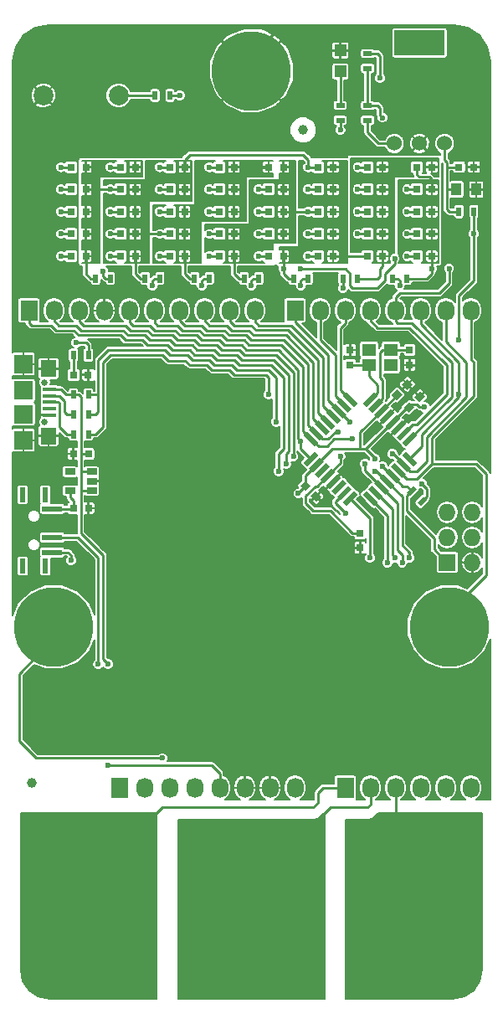
<source format=gtl>
G04 #@! TF.FileFunction,Copper,L1,Top,Signal*
%FSLAX46Y46*%
G04 Gerber Fmt 4.6, Leading zero omitted, Abs format (unit mm)*
G04 Created by KiCad (PCBNEW 4.0.0-rc1-stable) date 8/9/2016 10:19:07 PM*
%MOMM*%
G01*
G04 APERTURE LIST*
%ADD10C,0.100000*%
%ADD11C,1.000000*%
%ADD12R,0.750000X0.800000*%
%ADD13R,0.800000X0.750000*%
%ADD14R,0.797560X0.797560*%
%ADD15R,1.198880X1.198880*%
%ADD16R,1.727200X2.032000*%
%ADD17O,1.727200X2.032000*%
%ADD18R,1.727200X1.727200*%
%ADD19O,1.727200X1.727200*%
%ADD20R,0.500000X0.900000*%
%ADD21R,0.900000X0.500000*%
%ADD22C,2.000000*%
%ADD23R,1.060000X0.650000*%
%ADD24R,1.400000X1.200000*%
%ADD25R,2.000000X0.600000*%
%ADD26R,0.600000X1.500000*%
%ADD27C,8.000000*%
%ADD28C,0.700000*%
%ADD29C,1.524000*%
%ADD30R,5.080000X2.540000*%
%ADD31R,1.000000X1.250000*%
%ADD32R,1.350000X0.400000*%
%ADD33R,1.900000X1.900000*%
%ADD34R,1.600000X1.700000*%
%ADD35C,0.650000*%
%ADD36C,0.600000*%
%ADD37C,0.250000*%
%ADD38C,0.152400*%
G04 APERTURE END LIST*
D10*
D11*
X79750000Y-61000000D03*
D12*
X85500000Y-101750000D03*
X85500000Y-103250000D03*
X84500000Y-84750000D03*
X84500000Y-83250000D03*
D10*
G36*
X89201992Y-88328338D02*
X88671662Y-87798008D01*
X89237348Y-87232322D01*
X89767678Y-87762652D01*
X89201992Y-88328338D01*
X89201992Y-88328338D01*
G37*
G36*
X90262652Y-87267678D02*
X89732322Y-86737348D01*
X90298008Y-86171662D01*
X90828338Y-86701992D01*
X90262652Y-87267678D01*
X90262652Y-87267678D01*
G37*
G36*
X90451992Y-89578338D02*
X89921662Y-89048008D01*
X90487348Y-88482322D01*
X91017678Y-89012652D01*
X90451992Y-89578338D01*
X90451992Y-89578338D01*
G37*
G36*
X91512652Y-88517678D02*
X90982322Y-87987348D01*
X91548008Y-87421662D01*
X92078338Y-87951992D01*
X91512652Y-88517678D01*
X91512652Y-88517678D01*
G37*
D12*
X90500000Y-83250000D03*
X90500000Y-84750000D03*
D10*
G36*
X79421662Y-96951992D02*
X79951992Y-96421662D01*
X80517678Y-96987348D01*
X79987348Y-97517678D01*
X79421662Y-96951992D01*
X79421662Y-96951992D01*
G37*
G36*
X80482322Y-98012652D02*
X81012652Y-97482322D01*
X81578338Y-98048008D01*
X81048008Y-98578338D01*
X80482322Y-98012652D01*
X80482322Y-98012652D01*
G37*
D13*
X58000000Y-93750000D03*
X56500000Y-93750000D03*
X56500000Y-99250000D03*
X58000000Y-99250000D03*
D14*
X56250700Y-64750000D03*
X57749300Y-64750000D03*
X56250700Y-67000000D03*
X57749300Y-67000000D03*
X56250700Y-69250000D03*
X57749300Y-69250000D03*
X56250700Y-71500000D03*
X57749300Y-71500000D03*
X56250700Y-73750000D03*
X57749300Y-73750000D03*
X61250700Y-64750000D03*
X62749300Y-64750000D03*
X61250700Y-67000000D03*
X62749300Y-67000000D03*
X61250700Y-69250000D03*
X62749300Y-69250000D03*
X61250700Y-71500000D03*
X62749300Y-71500000D03*
X61250700Y-73750000D03*
X62749300Y-73750000D03*
X66250700Y-64750000D03*
X67749300Y-64750000D03*
X66250700Y-67000000D03*
X67749300Y-67000000D03*
X66250700Y-69250000D03*
X67749300Y-69250000D03*
X66250700Y-71500000D03*
X67749300Y-71500000D03*
X66250700Y-73750000D03*
X67749300Y-73750000D03*
X71250700Y-64750000D03*
X72749300Y-64750000D03*
X71250700Y-67000000D03*
X72749300Y-67000000D03*
X71250700Y-69250000D03*
X72749300Y-69250000D03*
X71250700Y-71500000D03*
X72749300Y-71500000D03*
X71250700Y-73750000D03*
X72749300Y-73750000D03*
X76250700Y-64750000D03*
X77749300Y-64750000D03*
X76250700Y-67000000D03*
X77749300Y-67000000D03*
X76250700Y-69250000D03*
X77749300Y-69250000D03*
X76250700Y-71500000D03*
X77749300Y-71500000D03*
X76250700Y-73750000D03*
X77749300Y-73750000D03*
X81250700Y-64750000D03*
X82749300Y-64750000D03*
X81250700Y-67000000D03*
X82749300Y-67000000D03*
X81250700Y-69250000D03*
X82749300Y-69250000D03*
X81250700Y-71500000D03*
X82749300Y-71500000D03*
X81250700Y-73750000D03*
X82749300Y-73750000D03*
X86250700Y-64750000D03*
X87749300Y-64750000D03*
X86250700Y-67000000D03*
X87749300Y-67000000D03*
X86250700Y-69250000D03*
X87749300Y-69250000D03*
X86250700Y-71500000D03*
X87749300Y-71500000D03*
X86250700Y-73750000D03*
X87749300Y-73750000D03*
X91250700Y-64750000D03*
X92749300Y-64750000D03*
X91250700Y-67000000D03*
X92749300Y-67000000D03*
X91250700Y-69250000D03*
X92749300Y-69250000D03*
X91250700Y-71500000D03*
X92749300Y-71500000D03*
X91250700Y-73750000D03*
X92749300Y-73750000D03*
X56500700Y-85750000D03*
X57999300Y-85750000D03*
D15*
X83500000Y-55049020D03*
X83500000Y-52950980D03*
D16*
X61144000Y-127500000D03*
D17*
X63684000Y-127500000D03*
X66224000Y-127500000D03*
X68764000Y-127500000D03*
X71304000Y-127500000D03*
X73844000Y-127500000D03*
X76384000Y-127500000D03*
X78924000Y-127500000D03*
D16*
X84004000Y-127500000D03*
D17*
X86544000Y-127500000D03*
X89084000Y-127500000D03*
X91624000Y-127500000D03*
X94164000Y-127500000D03*
X96704000Y-127500000D03*
D16*
X52000000Y-79240000D03*
D17*
X54540000Y-79240000D03*
X57080000Y-79240000D03*
X59620000Y-79240000D03*
X62160000Y-79240000D03*
X64700000Y-79240000D03*
X67240000Y-79240000D03*
X69780000Y-79240000D03*
X72320000Y-79240000D03*
X74860000Y-79240000D03*
D16*
X78924000Y-79240000D03*
D17*
X81464000Y-79240000D03*
X84004000Y-79240000D03*
X86544000Y-79240000D03*
X89084000Y-79240000D03*
X91624000Y-79240000D03*
X94164000Y-79240000D03*
X96704000Y-79240000D03*
D18*
X94304513Y-104730013D03*
D19*
X96844513Y-104730013D03*
X94304513Y-102190013D03*
X96844513Y-102190013D03*
X94304513Y-99650013D03*
X96844513Y-99650013D03*
D20*
X58750000Y-76000000D03*
X60250000Y-76000000D03*
X63750000Y-76000000D03*
X65250000Y-76000000D03*
X68750000Y-76000000D03*
X70250000Y-76000000D03*
X73750000Y-76000000D03*
X75250000Y-76000000D03*
X78750000Y-76000000D03*
X80250000Y-76000000D03*
X85250000Y-76000000D03*
X83750000Y-76000000D03*
X90250000Y-76000000D03*
X88750000Y-76000000D03*
X56500000Y-87750000D03*
X58000000Y-87750000D03*
X56500000Y-89750000D03*
X58000000Y-89750000D03*
X56500000Y-91750000D03*
X58000000Y-91750000D03*
X64750000Y-57500000D03*
X66250000Y-57500000D03*
X56500000Y-83750000D03*
X58000000Y-83750000D03*
D21*
X83500000Y-58500000D03*
X83500000Y-60000000D03*
D10*
G36*
X90224695Y-97611091D02*
X90861091Y-96974695D01*
X91214645Y-97328249D01*
X90578249Y-97964645D01*
X90224695Y-97611091D01*
X90224695Y-97611091D01*
G37*
G36*
X91285355Y-98671751D02*
X91921751Y-98035355D01*
X92275305Y-98388909D01*
X91638909Y-99025305D01*
X91285355Y-98671751D01*
X91285355Y-98671751D01*
G37*
D22*
X61049840Y-57500000D03*
X53450160Y-57500000D03*
D10*
G36*
X90856334Y-91464555D02*
X91245243Y-91853464D01*
X90113872Y-92984835D01*
X89724963Y-92595926D01*
X90856334Y-91464555D01*
X90856334Y-91464555D01*
G37*
G36*
X90290648Y-90898870D02*
X90679557Y-91287779D01*
X89548186Y-92419150D01*
X89159277Y-92030241D01*
X90290648Y-90898870D01*
X90290648Y-90898870D01*
G37*
G36*
X89724963Y-90333184D02*
X90113872Y-90722093D01*
X88982501Y-91853464D01*
X88593592Y-91464555D01*
X89724963Y-90333184D01*
X89724963Y-90333184D01*
G37*
G36*
X89159278Y-89767499D02*
X89548187Y-90156408D01*
X88416816Y-91287779D01*
X88027907Y-90898870D01*
X89159278Y-89767499D01*
X89159278Y-89767499D01*
G37*
G36*
X88593592Y-89201813D02*
X88982501Y-89590722D01*
X87851130Y-90722093D01*
X87462221Y-90333184D01*
X88593592Y-89201813D01*
X88593592Y-89201813D01*
G37*
G36*
X88027907Y-88636128D02*
X88416816Y-89025037D01*
X87285445Y-90156408D01*
X86896536Y-89767499D01*
X88027907Y-88636128D01*
X88027907Y-88636128D01*
G37*
G36*
X87462221Y-88070443D02*
X87851130Y-88459352D01*
X86719759Y-89590723D01*
X86330850Y-89201814D01*
X87462221Y-88070443D01*
X87462221Y-88070443D01*
G37*
G36*
X86896536Y-87504757D02*
X87285445Y-87893666D01*
X86154074Y-89025037D01*
X85765165Y-88636128D01*
X86896536Y-87504757D01*
X86896536Y-87504757D01*
G37*
G36*
X83714555Y-87893666D02*
X84103464Y-87504757D01*
X85234835Y-88636128D01*
X84845926Y-89025037D01*
X83714555Y-87893666D01*
X83714555Y-87893666D01*
G37*
G36*
X83148870Y-88459352D02*
X83537779Y-88070443D01*
X84669150Y-89201814D01*
X84280241Y-89590723D01*
X83148870Y-88459352D01*
X83148870Y-88459352D01*
G37*
G36*
X82583184Y-89025037D02*
X82972093Y-88636128D01*
X84103464Y-89767499D01*
X83714555Y-90156408D01*
X82583184Y-89025037D01*
X82583184Y-89025037D01*
G37*
G36*
X82017499Y-89590722D02*
X82406408Y-89201813D01*
X83537779Y-90333184D01*
X83148870Y-90722093D01*
X82017499Y-89590722D01*
X82017499Y-89590722D01*
G37*
G36*
X81451813Y-90156408D02*
X81840722Y-89767499D01*
X82972093Y-90898870D01*
X82583184Y-91287779D01*
X81451813Y-90156408D01*
X81451813Y-90156408D01*
G37*
G36*
X80886128Y-90722093D02*
X81275037Y-90333184D01*
X82406408Y-91464555D01*
X82017499Y-91853464D01*
X80886128Y-90722093D01*
X80886128Y-90722093D01*
G37*
G36*
X80320443Y-91287779D02*
X80709352Y-90898870D01*
X81840723Y-92030241D01*
X81451814Y-92419150D01*
X80320443Y-91287779D01*
X80320443Y-91287779D01*
G37*
G36*
X79754757Y-91853464D02*
X80143666Y-91464555D01*
X81275037Y-92595926D01*
X80886128Y-92984835D01*
X79754757Y-91853464D01*
X79754757Y-91853464D01*
G37*
G36*
X80886128Y-93515165D02*
X81275037Y-93904074D01*
X80143666Y-95035445D01*
X79754757Y-94646536D01*
X80886128Y-93515165D01*
X80886128Y-93515165D01*
G37*
G36*
X81451814Y-94080850D02*
X81840723Y-94469759D01*
X80709352Y-95601130D01*
X80320443Y-95212221D01*
X81451814Y-94080850D01*
X81451814Y-94080850D01*
G37*
G36*
X82017499Y-94646536D02*
X82406408Y-95035445D01*
X81275037Y-96166816D01*
X80886128Y-95777907D01*
X82017499Y-94646536D01*
X82017499Y-94646536D01*
G37*
G36*
X82583184Y-95212221D02*
X82972093Y-95601130D01*
X81840722Y-96732501D01*
X81451813Y-96343592D01*
X82583184Y-95212221D01*
X82583184Y-95212221D01*
G37*
G36*
X83148870Y-95777907D02*
X83537779Y-96166816D01*
X82406408Y-97298187D01*
X82017499Y-96909278D01*
X83148870Y-95777907D01*
X83148870Y-95777907D01*
G37*
G36*
X83714555Y-96343592D02*
X84103464Y-96732501D01*
X82972093Y-97863872D01*
X82583184Y-97474963D01*
X83714555Y-96343592D01*
X83714555Y-96343592D01*
G37*
G36*
X84280241Y-96909277D02*
X84669150Y-97298186D01*
X83537779Y-98429557D01*
X83148870Y-98040648D01*
X84280241Y-96909277D01*
X84280241Y-96909277D01*
G37*
G36*
X84845926Y-97474963D02*
X85234835Y-97863872D01*
X84103464Y-98995243D01*
X83714555Y-98606334D01*
X84845926Y-97474963D01*
X84845926Y-97474963D01*
G37*
G36*
X85765165Y-97863872D02*
X86154074Y-97474963D01*
X87285445Y-98606334D01*
X86896536Y-98995243D01*
X85765165Y-97863872D01*
X85765165Y-97863872D01*
G37*
G36*
X86330850Y-97298186D02*
X86719759Y-96909277D01*
X87851130Y-98040648D01*
X87462221Y-98429557D01*
X86330850Y-97298186D01*
X86330850Y-97298186D01*
G37*
G36*
X86896536Y-96732501D02*
X87285445Y-96343592D01*
X88416816Y-97474963D01*
X88027907Y-97863872D01*
X86896536Y-96732501D01*
X86896536Y-96732501D01*
G37*
G36*
X87462221Y-96166816D02*
X87851130Y-95777907D01*
X88982501Y-96909278D01*
X88593592Y-97298187D01*
X87462221Y-96166816D01*
X87462221Y-96166816D01*
G37*
G36*
X88027907Y-95601130D02*
X88416816Y-95212221D01*
X89548187Y-96343592D01*
X89159278Y-96732501D01*
X88027907Y-95601130D01*
X88027907Y-95601130D01*
G37*
G36*
X88593592Y-95035445D02*
X88982501Y-94646536D01*
X90113872Y-95777907D01*
X89724963Y-96166816D01*
X88593592Y-95035445D01*
X88593592Y-95035445D01*
G37*
G36*
X89159277Y-94469759D02*
X89548186Y-94080850D01*
X90679557Y-95212221D01*
X90290648Y-95601130D01*
X89159277Y-94469759D01*
X89159277Y-94469759D01*
G37*
G36*
X89724963Y-93904074D02*
X90113872Y-93515165D01*
X91245243Y-94646536D01*
X90856334Y-95035445D01*
X89724963Y-93904074D01*
X89724963Y-93904074D01*
G37*
D23*
X58350000Y-97450000D03*
X58350000Y-96500000D03*
X58350000Y-95550000D03*
X56150000Y-95550000D03*
X56150000Y-97450000D03*
D24*
X86400000Y-84800000D03*
X88600000Y-84800000D03*
X86400000Y-83200000D03*
X88600000Y-83200000D03*
D11*
X52250000Y-127000000D03*
D25*
X54350000Y-103700000D03*
X54350000Y-99300000D03*
X54350000Y-102200000D03*
D26*
X51350000Y-105100000D03*
X53650000Y-105100000D03*
X53650000Y-97900000D03*
X51350000Y-97900000D03*
D27*
X94500000Y-111250000D03*
D28*
X97500000Y-111250000D03*
X96621320Y-113371320D03*
X94500000Y-114250000D03*
X92378680Y-113371320D03*
X91500000Y-111250000D03*
X92378680Y-109128680D03*
X94500000Y-108250000D03*
X96621320Y-109128680D03*
D27*
X54500000Y-111250000D03*
D28*
X57500000Y-111250000D03*
X56621320Y-113371320D03*
X54500000Y-114250000D03*
X52378680Y-113371320D03*
X51500000Y-111250000D03*
X52378680Y-109128680D03*
X54500000Y-108250000D03*
X56621320Y-109128680D03*
D27*
X74500000Y-55000000D03*
D28*
X77500000Y-55000000D03*
X76621320Y-57121320D03*
X74500000Y-58000000D03*
X72378680Y-57121320D03*
X71500000Y-55000000D03*
X72378680Y-52878680D03*
X74500000Y-52000000D03*
X76621320Y-52878680D03*
D29*
X88960000Y-62350000D03*
X91500000Y-62350000D03*
X94040000Y-62350000D03*
D30*
X91500000Y-52190000D03*
D31*
X95250000Y-67000000D03*
X97250000Y-67000000D03*
D13*
X95500000Y-64750000D03*
X97000000Y-64750000D03*
D21*
X86250000Y-54750000D03*
X86250000Y-53250000D03*
D20*
X95500000Y-69250000D03*
X97000000Y-69250000D03*
D21*
X86250000Y-60000000D03*
X86250000Y-58500000D03*
D32*
X54085000Y-87219000D03*
X54085000Y-87869000D03*
X54085000Y-88519000D03*
X54085000Y-89169000D03*
X54085000Y-89819000D03*
D33*
X51435000Y-87319000D03*
X51435000Y-89719000D03*
X51435000Y-84669000D03*
D34*
X53985000Y-85119000D03*
X53985000Y-91919000D03*
D33*
X51435000Y-92369000D03*
D35*
X53585000Y-86519000D03*
X53585000Y-90519000D03*
D36*
X78750000Y-94000000D03*
X83500000Y-94000000D03*
X85500000Y-104250000D03*
X82000000Y-98500000D03*
X91000000Y-105500000D03*
X91000000Y-106500000D03*
X92000000Y-105500000D03*
X91500000Y-84750000D03*
X84500000Y-82250000D03*
X91250000Y-89750000D03*
X86850000Y-91350000D03*
X79250000Y-97750000D03*
X87000000Y-94250000D03*
X91750000Y-96750000D03*
X59000000Y-115000000D03*
X92000000Y-89000000D03*
X95500000Y-82250000D03*
X97000000Y-71500000D03*
X87500000Y-55750000D03*
X60000000Y-115000000D03*
X60000000Y-125250000D03*
X80250000Y-64750000D03*
X90250000Y-69250000D03*
X55250000Y-64750000D03*
X63750000Y-67000000D03*
X65250000Y-71500000D03*
X70250000Y-73750000D03*
X85250000Y-67000000D03*
X89000000Y-74000000D03*
X79500000Y-75000000D03*
X85250000Y-64750000D03*
X70250000Y-71500000D03*
X60250000Y-67000000D03*
X90250000Y-67000000D03*
X75250000Y-73750000D03*
X65250000Y-69250000D03*
X75250000Y-64750000D03*
X90250000Y-71500000D03*
X68750000Y-71500000D03*
X55250000Y-67000000D03*
X60250000Y-69250000D03*
X85250000Y-69250000D03*
X80250000Y-67000000D03*
X80250000Y-69250000D03*
X90250000Y-73750000D03*
X73750000Y-73750000D03*
X55250000Y-69250000D03*
X85250000Y-71500000D03*
X65250000Y-73750000D03*
X60250000Y-71500000D03*
X80250000Y-68250000D03*
X70250000Y-64750000D03*
X77750000Y-75000000D03*
X55250000Y-71500000D03*
X60250000Y-73750000D03*
X75250000Y-67000000D03*
X85250000Y-72750000D03*
X55250000Y-73750000D03*
X80250000Y-71500000D03*
X75250000Y-69250000D03*
X70250000Y-67000000D03*
X65250000Y-64750000D03*
X92750000Y-75000000D03*
X60250000Y-64750000D03*
X80250000Y-73750000D03*
X75250000Y-71500000D03*
X70250000Y-69250000D03*
X65250000Y-67000000D03*
X87750000Y-95000000D03*
X84000000Y-99750000D03*
X86500000Y-104250000D03*
X88250000Y-104750000D03*
X89000000Y-104250000D03*
X89750000Y-104750000D03*
X86000000Y-94750000D03*
X78000000Y-94750000D03*
X90500000Y-104250000D03*
X77250000Y-95500000D03*
X87000000Y-95500000D03*
X79500000Y-92500000D03*
X84750000Y-92250000D03*
X83250000Y-91500000D03*
X84500000Y-90500000D03*
X77000000Y-90500000D03*
X94500000Y-75000000D03*
X76250000Y-87750000D03*
X95500000Y-87750000D03*
X65500000Y-124500000D03*
X88750000Y-93750000D03*
X59500000Y-75250000D03*
X64500000Y-76750000D03*
X69500000Y-76750000D03*
X74500000Y-76750000D03*
X79500000Y-76750000D03*
X83750000Y-77000000D03*
X89500000Y-76750000D03*
X67250000Y-57500000D03*
X56750000Y-82500000D03*
X83500000Y-61000000D03*
X56250000Y-104500000D03*
X87750000Y-59750000D03*
D37*
X82211953Y-95972361D02*
X81184314Y-97000000D01*
X82500000Y-99500000D02*
X84750000Y-101750000D01*
X84750000Y-101750000D02*
X85500000Y-101750000D01*
X80750000Y-99500000D02*
X82500000Y-99500000D01*
X80000000Y-98750000D02*
X80750000Y-99500000D01*
X80000000Y-98000000D02*
X80000000Y-98750000D01*
X81000000Y-97000000D02*
X80000000Y-98000000D01*
X81184314Y-97000000D02*
X81000000Y-97000000D01*
X77000000Y-83750000D02*
X78750000Y-85500000D01*
X77000000Y-83750000D02*
X73750000Y-83750000D01*
X73750000Y-83750000D02*
X73250000Y-83250000D01*
X73250000Y-83250000D02*
X71500000Y-83250000D01*
X71500000Y-83250000D02*
X71000000Y-82750000D01*
X71000000Y-82750000D02*
X69250000Y-82750000D01*
X69250000Y-82750000D02*
X68750000Y-82250000D01*
X68750000Y-82250000D02*
X67000000Y-82250000D01*
X67000000Y-82250000D02*
X66500000Y-81750000D01*
X66500000Y-81750000D02*
X64500000Y-81750000D01*
X64500000Y-81750000D02*
X64000000Y-81250000D01*
X64000000Y-81250000D02*
X62250000Y-81250000D01*
X62250000Y-81250000D02*
X61750000Y-80750000D01*
X61750000Y-80750000D02*
X57500000Y-80750000D01*
X57500000Y-80750000D02*
X57080000Y-80330000D01*
X57080000Y-79240000D02*
X57080000Y-80330000D01*
X83500000Y-94684314D02*
X82211953Y-95972361D01*
X83500000Y-94684314D02*
X83500000Y-94000000D01*
X78750000Y-94000000D02*
X78750000Y-85500000D01*
X85500000Y-103250000D02*
X85500000Y-104250000D01*
X81030330Y-98030330D02*
X81500000Y-98500000D01*
X81500000Y-98500000D02*
X82000000Y-98500000D01*
X83500000Y-52950980D02*
X81450980Y-52950980D01*
X79750000Y-51250000D02*
X80950980Y-52450980D01*
X76750000Y-51250000D02*
X79750000Y-51250000D01*
X76750000Y-51250000D02*
X74500000Y-53500000D01*
X81450980Y-52950980D02*
X80950980Y-52450980D01*
X74500000Y-55000000D02*
X74500000Y-53500000D01*
X91000000Y-105500000D02*
X91000000Y-106500000D01*
X90500000Y-84750000D02*
X91500000Y-84750000D01*
X84500000Y-83250000D02*
X84500000Y-82250000D01*
X89353732Y-91093324D02*
X90447056Y-90000000D01*
X91000000Y-90000000D02*
X91250000Y-89750000D01*
X90447056Y-90000000D02*
X91000000Y-90000000D01*
X88222361Y-89961953D02*
X86850000Y-91334314D01*
X86850000Y-91334314D02*
X86850000Y-91350000D01*
X86525305Y-88264897D02*
X87250000Y-87540202D01*
X86400000Y-85900000D02*
X86400000Y-84800000D01*
X87250000Y-86750000D02*
X86400000Y-85900000D01*
X87250000Y-87540202D02*
X87250000Y-86750000D01*
X86400000Y-84800000D02*
X84550000Y-84800000D01*
X84550000Y-84800000D02*
X84500000Y-84750000D01*
X81080583Y-94840990D02*
X79969670Y-95951903D01*
X79969670Y-95951903D02*
X79969670Y-96969670D01*
X79250000Y-97750000D02*
X79250000Y-97689340D01*
X79250000Y-97689340D02*
X79969670Y-96969670D01*
X86065686Y-93250000D02*
X87000000Y-94184314D01*
X87000000Y-94184314D02*
X87000000Y-94250000D01*
X85500000Y-93250000D02*
X82671573Y-93250000D01*
X82671573Y-93250000D02*
X81080583Y-94840990D01*
X91750000Y-96750000D02*
X92250000Y-97250000D01*
X92250000Y-97250000D02*
X92250000Y-98060660D01*
X92250000Y-98060660D02*
X91780330Y-98530330D01*
X54350000Y-102200000D02*
X56950000Y-102200000D01*
X59000000Y-104250000D02*
X59000000Y-115000000D01*
X56950000Y-102200000D02*
X59000000Y-104250000D01*
X92000000Y-89000000D02*
X91500000Y-89000000D01*
X91500000Y-89000000D02*
X91250000Y-88750000D01*
X91250000Y-88750000D02*
X90750000Y-88750000D01*
X97000000Y-76250000D02*
X95500000Y-77750000D01*
X95500000Y-77750000D02*
X95500000Y-82250000D01*
X97000000Y-76250000D02*
X97000000Y-71500000D01*
X86250000Y-53250000D02*
X87250000Y-53250000D01*
X97000000Y-71500000D02*
X97000000Y-69250000D01*
X87500000Y-53500000D02*
X87500000Y-55750000D01*
X87250000Y-53250000D02*
X87500000Y-53500000D01*
X90750000Y-88750000D02*
X90469670Y-89030330D01*
X88788047Y-90527639D02*
X90285356Y-89030330D01*
X90285356Y-89030330D02*
X90469670Y-89030330D01*
X87656676Y-89396268D02*
X89219670Y-87833274D01*
X89219670Y-87833274D02*
X89219670Y-87780330D01*
X87656676Y-89396268D02*
X85500000Y-91552944D01*
X85500000Y-91552944D02*
X85500000Y-93250000D01*
X86065686Y-93250000D02*
X88788047Y-90527639D01*
X85500000Y-93250000D02*
X86065686Y-93250000D01*
X87500000Y-86000000D02*
X87500000Y-83500000D01*
X87750000Y-88171573D02*
X87750000Y-86250000D01*
X87750000Y-86250000D02*
X87500000Y-86000000D01*
X87090990Y-88830583D02*
X87750000Y-88171573D01*
X87800000Y-83200000D02*
X88600000Y-83200000D01*
X87500000Y-83500000D02*
X87800000Y-83200000D01*
X88600000Y-83200000D02*
X90450000Y-83200000D01*
X90450000Y-83200000D02*
X90500000Y-83250000D01*
X54085000Y-87219000D02*
X55215000Y-87219000D01*
X55746000Y-87750000D02*
X56500000Y-87750000D01*
X55215000Y-87219000D02*
X55746000Y-87750000D01*
X58350000Y-97450000D02*
X57250000Y-97450000D01*
X57250000Y-97450000D02*
X57250000Y-97500000D01*
X60000000Y-125250000D02*
X70500000Y-125250000D01*
X70500000Y-125250000D02*
X71304000Y-126054000D01*
X71304000Y-126054000D02*
X71304000Y-127500000D01*
X59500000Y-114500000D02*
X60000000Y-115000000D01*
X57250000Y-101750000D02*
X59500000Y-104000000D01*
X59500000Y-104000000D02*
X59500000Y-114500000D01*
X57250000Y-97500000D02*
X57250000Y-101750000D01*
X57250000Y-95550000D02*
X57250000Y-97500000D01*
X58350000Y-97450000D02*
X58300000Y-97500000D01*
X58000000Y-93750000D02*
X57250000Y-93750000D01*
X58350000Y-95550000D02*
X57250000Y-95550000D01*
X57250000Y-95550000D02*
X57250000Y-95500000D01*
X57250000Y-93750000D02*
X57250000Y-95500000D01*
X57250000Y-88000000D02*
X57250000Y-93750000D01*
X56500000Y-87750000D02*
X57000000Y-87750000D01*
X57250000Y-88000000D02*
X57000000Y-87750000D01*
X54350000Y-99300000D02*
X56450000Y-99300000D01*
X56450000Y-99300000D02*
X56500000Y-99250000D01*
X56150000Y-97450000D02*
X56150000Y-98150000D01*
X56500000Y-98500000D02*
X56500000Y-99250000D01*
X56150000Y-98150000D02*
X56500000Y-98500000D01*
X91250700Y-69250000D02*
X90250000Y-69250000D01*
X68250000Y-63500000D02*
X79750000Y-63500000D01*
X67749300Y-64000700D02*
X68250000Y-63500000D01*
X79750000Y-63500000D02*
X80250000Y-64000000D01*
X80250000Y-64750000D02*
X80250000Y-64000000D01*
X67749300Y-64000700D02*
X67749300Y-64750000D01*
X62749300Y-71500000D02*
X65250000Y-71500000D01*
X56250700Y-64750000D02*
X55250000Y-64750000D01*
X71250700Y-73750000D02*
X70250000Y-73750000D01*
X65250000Y-71500000D02*
X66250700Y-71500000D01*
X62749300Y-73750000D02*
X62749300Y-75499300D01*
X63250000Y-76000000D02*
X63750000Y-76000000D01*
X62749300Y-75499300D02*
X63250000Y-76000000D01*
X81250700Y-64750000D02*
X80250000Y-64750000D01*
X85250000Y-67000000D02*
X86250700Y-67000000D01*
X88000000Y-76250000D02*
X88000000Y-75500000D01*
X79500000Y-75000000D02*
X84000000Y-75000000D01*
X84000000Y-75000000D02*
X84500000Y-75500000D01*
X84500000Y-75500000D02*
X84500000Y-76750000D01*
X84500000Y-76750000D02*
X84750000Y-77000000D01*
X84750000Y-77000000D02*
X87250000Y-77000000D01*
X87250000Y-77000000D02*
X88000000Y-76250000D01*
X89000000Y-74500000D02*
X89000000Y-74000000D01*
X88000000Y-75500000D02*
X89000000Y-74500000D01*
X85250000Y-64750000D02*
X86250700Y-64750000D01*
X71250700Y-71500000D02*
X70250000Y-71500000D01*
X57749300Y-67000000D02*
X60250000Y-67000000D01*
X60250000Y-67000000D02*
X61250700Y-67000000D01*
X90250000Y-67000000D02*
X91250700Y-67000000D01*
X57749300Y-73750000D02*
X57749300Y-75499300D01*
X58250000Y-76000000D02*
X58750000Y-76000000D01*
X57749300Y-75499300D02*
X58250000Y-76000000D01*
X75250000Y-73750000D02*
X76250700Y-73750000D01*
X65250000Y-69250000D02*
X66250700Y-69250000D01*
X75250000Y-64750000D02*
X76250700Y-64750000D01*
X91250700Y-71500000D02*
X90250000Y-71500000D01*
X55250000Y-67000000D02*
X56250700Y-67000000D01*
X67749300Y-73750000D02*
X67749300Y-75499300D01*
X68250000Y-76000000D02*
X68750000Y-76000000D01*
X67749300Y-75499300D02*
X68250000Y-76000000D01*
X61250700Y-69250000D02*
X60250000Y-69250000D01*
X85250000Y-69250000D02*
X86250700Y-69250000D01*
X80250000Y-67000000D02*
X81250700Y-67000000D01*
X77749300Y-69250000D02*
X80250000Y-69250000D01*
X91250700Y-73750000D02*
X90250000Y-73750000D01*
X55250000Y-69250000D02*
X56250700Y-69250000D01*
X72749300Y-73750000D02*
X72749300Y-75499300D01*
X73250000Y-76000000D02*
X73750000Y-76000000D01*
X72749300Y-75499300D02*
X73250000Y-76000000D01*
X81250700Y-69250000D02*
X80250000Y-69250000D01*
X85250000Y-71500000D02*
X86250700Y-71500000D01*
X65250000Y-73750000D02*
X66250700Y-73750000D01*
X60250000Y-71500000D02*
X61250700Y-71500000D01*
X82749300Y-73750000D02*
X86250700Y-73750000D01*
X78750000Y-76000000D02*
X78250000Y-76000000D01*
X77749300Y-75499300D02*
X77749300Y-75000000D01*
X78250000Y-76000000D02*
X77749300Y-75499300D01*
X71250700Y-64750000D02*
X70250000Y-64750000D01*
X55250000Y-71500000D02*
X56250700Y-71500000D01*
X77750000Y-75000000D02*
X77749300Y-75000000D01*
X77749300Y-75000000D02*
X77750000Y-75000000D01*
X77750000Y-75000000D02*
X77749300Y-75000000D01*
X77749300Y-73750000D02*
X77749300Y-75000000D01*
X60250000Y-73750000D02*
X61250700Y-73750000D01*
X75250000Y-67000000D02*
X76250700Y-67000000D01*
X87250000Y-76000000D02*
X87500000Y-75750000D01*
X85250000Y-76000000D02*
X87250000Y-76000000D01*
X87749300Y-74750700D02*
X87749300Y-73750000D01*
X87500000Y-75000000D02*
X87749300Y-74750700D01*
X87500000Y-75750000D02*
X87500000Y-75000000D01*
X55250000Y-73750000D02*
X56250700Y-73750000D01*
X80250000Y-71500000D02*
X81250700Y-71500000D01*
X75250000Y-69250000D02*
X76250700Y-69250000D01*
X66250700Y-64750000D02*
X65250000Y-64750000D01*
X70250000Y-67000000D02*
X71250700Y-67000000D01*
X60250000Y-64750000D02*
X61250700Y-64750000D01*
X92750000Y-75000000D02*
X92749300Y-75000000D01*
X92749300Y-75000000D02*
X92750000Y-75000000D01*
X92750000Y-75000000D02*
X92749300Y-75000000D01*
X91250700Y-64750000D02*
X91250700Y-65500700D01*
X92749300Y-65999300D02*
X92749300Y-67000000D01*
X92500000Y-65750000D02*
X92749300Y-65999300D01*
X91500000Y-65750000D02*
X92500000Y-65750000D01*
X91250700Y-65500700D02*
X91500000Y-65750000D01*
X92749300Y-73750000D02*
X92749300Y-75000000D01*
X92749300Y-75000000D02*
X92749300Y-75500700D01*
X92250000Y-76000000D02*
X90250000Y-76000000D01*
X92749300Y-75500700D02*
X92250000Y-76000000D01*
X80250000Y-73750000D02*
X81250700Y-73750000D01*
X75250000Y-71500000D02*
X76250700Y-71500000D01*
X70250000Y-69250000D02*
X71250700Y-69250000D01*
X65250000Y-67000000D02*
X66250700Y-67000000D01*
X56500700Y-85750000D02*
X56500700Y-83750700D01*
X56500700Y-83750700D02*
X56500000Y-83750000D01*
X83500000Y-58500000D02*
X83500000Y-55049020D01*
X88722361Y-95972361D02*
X87750000Y-95000000D01*
X88722361Y-95972361D02*
X88788047Y-95972361D01*
X90719670Y-97469670D02*
X90250000Y-97939340D01*
X93000000Y-103425500D02*
X94304513Y-104730013D01*
X93000000Y-102250000D02*
X93000000Y-103425500D01*
X90250000Y-99500000D02*
X93000000Y-102250000D01*
X90250000Y-97939340D02*
X90250000Y-99500000D01*
X88788047Y-95972361D02*
X89815686Y-97000000D01*
X90250000Y-97000000D02*
X90719670Y-97469670D01*
X89815686Y-97000000D02*
X90250000Y-97000000D01*
X83909010Y-97669417D02*
X83000000Y-98578427D01*
X83000000Y-98750000D02*
X84000000Y-99750000D01*
X83000000Y-98578427D02*
X83000000Y-98750000D01*
X84004000Y-127500000D02*
X81750000Y-127500000D01*
X65500000Y-129500000D02*
X64250000Y-130750000D01*
X80750000Y-129500000D02*
X65500000Y-129500000D01*
X81250000Y-129000000D02*
X80750000Y-129500000D01*
X81250000Y-128000000D02*
X81250000Y-129000000D01*
X81750000Y-127500000D02*
X81250000Y-128000000D01*
X84474695Y-98235103D02*
X86500000Y-100260408D01*
X86500000Y-100260408D02*
X86500000Y-104250000D01*
X86544000Y-127500000D02*
X86544000Y-129206000D01*
X82500000Y-129500000D02*
X81250000Y-130750000D01*
X86250000Y-129500000D02*
X82500000Y-129500000D01*
X86544000Y-129206000D02*
X86250000Y-129500000D01*
X86525305Y-98235103D02*
X88250000Y-99959798D01*
X88250000Y-99959798D02*
X88250000Y-104750000D01*
X89084000Y-127500000D02*
X89084000Y-130666000D01*
X89084000Y-130666000D02*
X89000000Y-130750000D01*
X87090990Y-97669417D02*
X88750000Y-99328427D01*
X88750000Y-104000000D02*
X89000000Y-104250000D01*
X88750000Y-99328427D02*
X88750000Y-104000000D01*
X89750000Y-104000000D02*
X89750000Y-104750000D01*
X89250000Y-98697056D02*
X89250000Y-103500000D01*
X89250000Y-98697056D02*
X87656676Y-97103732D01*
X89250000Y-103500000D02*
X89750000Y-104000000D01*
X76750000Y-84250000D02*
X76750000Y-84250010D01*
X76750000Y-84250000D02*
X73500000Y-84250000D01*
X73500000Y-84250000D02*
X73000000Y-83750000D01*
X73000000Y-83750000D02*
X71250000Y-83750000D01*
X71250000Y-83750000D02*
X70750000Y-83250000D01*
X70750000Y-83250000D02*
X69000000Y-83250000D01*
X69000000Y-83250000D02*
X68500000Y-82750000D01*
X68500000Y-82750000D02*
X66750000Y-82750000D01*
X66750000Y-82750000D02*
X66250000Y-82250000D01*
X66250000Y-82250000D02*
X64250000Y-82250000D01*
X64250000Y-82250000D02*
X63750000Y-81750000D01*
X63750000Y-81750000D02*
X62000000Y-81750000D01*
X62000000Y-81750000D02*
X61500000Y-81250000D01*
X61500000Y-81250000D02*
X57250000Y-81250000D01*
X57250000Y-81250000D02*
X56750000Y-80750000D01*
X56750000Y-80750000D02*
X55000000Y-80750000D01*
X55000000Y-80750000D02*
X54540000Y-80290000D01*
X54540000Y-79240000D02*
X54540000Y-80290000D01*
X76750000Y-84250010D02*
X78250000Y-85750010D01*
X78000000Y-94750000D02*
X78000000Y-93750000D01*
X87656676Y-97103732D02*
X86000000Y-95447056D01*
X86000000Y-94750000D02*
X86000000Y-95447056D01*
X78250000Y-93500000D02*
X78250000Y-85750010D01*
X78250000Y-85750010D02*
X78250000Y-85750000D01*
X78000000Y-93750000D02*
X78250000Y-93500000D01*
X89750000Y-103000000D02*
X90500000Y-103750000D01*
X88222361Y-96538047D02*
X89750000Y-98065686D01*
X89750000Y-98065686D02*
X89750000Y-103000000D01*
X90500000Y-103750000D02*
X90500000Y-104250000D01*
X88222361Y-96538047D02*
X87184314Y-95500000D01*
X54250000Y-80750000D02*
X52250000Y-80750000D01*
X77250000Y-93750000D02*
X77750000Y-93250000D01*
X77750000Y-93250000D02*
X77750000Y-86000000D01*
X77750000Y-86000000D02*
X76500000Y-84750000D01*
X76500000Y-84750000D02*
X73250000Y-84750000D01*
X73250000Y-84750000D02*
X72750000Y-84250000D01*
X72750000Y-84250000D02*
X71000000Y-84250000D01*
X71000000Y-84250000D02*
X70500000Y-83750000D01*
X70500000Y-83750000D02*
X68750000Y-83750000D01*
X68750000Y-83750000D02*
X68250000Y-83250000D01*
X68250000Y-83250000D02*
X66500000Y-83250000D01*
X66500000Y-83250000D02*
X66000000Y-82750000D01*
X66000000Y-82750000D02*
X64000000Y-82750000D01*
X64000000Y-82750000D02*
X63500000Y-82250000D01*
X63500000Y-82250000D02*
X61750000Y-82250000D01*
X61750000Y-82250000D02*
X61250000Y-81750000D01*
X61250000Y-81750000D02*
X57000000Y-81750000D01*
X57000000Y-81750000D02*
X56500000Y-81250000D01*
X56500000Y-81250000D02*
X54750000Y-81250000D01*
X54750000Y-81250000D02*
X54250000Y-80750000D01*
X87000000Y-95500000D02*
X87184314Y-95500000D01*
X77250000Y-95500000D02*
X77250000Y-93750000D01*
X52000000Y-80500000D02*
X52000000Y-79240000D01*
X52250000Y-80750000D02*
X52000000Y-80500000D01*
X80514897Y-94275305D02*
X79500000Y-93260408D01*
X79500000Y-93260408D02*
X79500000Y-92500000D01*
X79250000Y-92250000D02*
X79500000Y-92500000D01*
X79250000Y-85250000D02*
X79250000Y-92000000D01*
X62160000Y-80410000D02*
X62160000Y-79240000D01*
X62500000Y-80750000D02*
X62160000Y-80410000D01*
X64250000Y-80750000D02*
X62500000Y-80750000D01*
X64750000Y-81250000D02*
X64250000Y-80750000D01*
X66750000Y-81250000D02*
X64750000Y-81250000D01*
X67250000Y-81750000D02*
X66750000Y-81250000D01*
X69000000Y-81750000D02*
X67250000Y-81750000D01*
X69500000Y-82250000D02*
X69000000Y-81750000D01*
X71250000Y-82250000D02*
X69500000Y-82250000D01*
X71750000Y-82750000D02*
X71250000Y-82250000D01*
X73500000Y-82750000D02*
X71750000Y-82750000D01*
X74000000Y-83250000D02*
X73500000Y-82750000D01*
X77250000Y-83250000D02*
X74000000Y-83250000D01*
X77250000Y-83250000D02*
X79250000Y-85250000D01*
X79250000Y-92000000D02*
X79250000Y-92250000D01*
X80514897Y-92224695D02*
X81290202Y-93000000D01*
X83500000Y-92250000D02*
X84750000Y-92250000D01*
X82886398Y-92250000D02*
X83500000Y-92250000D01*
X82136398Y-93000000D02*
X82886398Y-92250000D01*
X81290202Y-93000000D02*
X82136398Y-93000000D01*
X80514897Y-92224695D02*
X79750000Y-91459798D01*
X64700000Y-80450000D02*
X64700000Y-79240000D01*
X65000000Y-80750000D02*
X64700000Y-80450000D01*
X67000000Y-80750000D02*
X65000000Y-80750000D01*
X67500000Y-81250000D02*
X67000000Y-80750000D01*
X69250000Y-81250000D02*
X67500000Y-81250000D01*
X69750000Y-81750000D02*
X69250000Y-81250000D01*
X71500000Y-81750000D02*
X69750000Y-81750000D01*
X72000000Y-82250000D02*
X71500000Y-81750000D01*
X73750000Y-82250000D02*
X72000000Y-82250000D01*
X74250000Y-82750000D02*
X73750000Y-82250000D01*
X77549998Y-82750000D02*
X74250000Y-82750000D01*
X79750000Y-84950002D02*
X77549998Y-82750000D01*
X79750000Y-91459798D02*
X79750000Y-84950002D01*
X81671573Y-92250000D02*
X82250000Y-92250000D01*
X81080583Y-91659010D02*
X81671573Y-92250000D01*
X83000000Y-91500000D02*
X83250000Y-91500000D01*
X82250000Y-92250000D02*
X83000000Y-91500000D01*
X80250000Y-90828427D02*
X80250000Y-84700002D01*
X81080583Y-91659010D02*
X80250000Y-90828427D01*
X67750000Y-80750000D02*
X67240000Y-80240000D01*
X69500000Y-80750000D02*
X67750000Y-80750000D01*
X70000000Y-81250000D02*
X69500000Y-80750000D01*
X71750000Y-81250000D02*
X70000000Y-81250000D01*
X72250000Y-81750000D02*
X71750000Y-81250000D01*
X74000000Y-81750000D02*
X72250000Y-81750000D01*
X74500000Y-82250000D02*
X74000000Y-81750000D01*
X77799998Y-82250000D02*
X74500000Y-82250000D01*
X80250000Y-84700002D02*
X77799998Y-82250000D01*
X67240000Y-80240000D02*
X67240000Y-79240000D01*
X80750000Y-90197056D02*
X80750000Y-84500000D01*
X81646268Y-91093324D02*
X80750000Y-90197056D01*
X69780000Y-80280000D02*
X69780000Y-79240000D01*
X70250000Y-80750000D02*
X69780000Y-80280000D01*
X72000000Y-80750000D02*
X70250000Y-80750000D01*
X72500000Y-81250000D02*
X72000000Y-80750000D01*
X74250000Y-81250000D02*
X72500000Y-81250000D01*
X74750000Y-81750000D02*
X74250000Y-81250000D01*
X78000000Y-81750000D02*
X74750000Y-81750000D01*
X80750000Y-84500000D02*
X78000000Y-81750000D01*
X81250000Y-89565686D02*
X81250000Y-84250000D01*
X82211953Y-90527639D02*
X81250000Y-89565686D01*
X72320000Y-80320000D02*
X72320000Y-79240000D01*
X72750000Y-80750000D02*
X72320000Y-80320000D01*
X74500000Y-80750000D02*
X72750000Y-80750000D01*
X74950002Y-81200002D02*
X74500000Y-80750000D01*
X78200002Y-81200002D02*
X74950002Y-81200002D01*
X81250000Y-84250000D02*
X78200002Y-81200002D01*
X81750000Y-88934314D02*
X81750000Y-84000000D01*
X82777639Y-89961953D02*
X81750000Y-88934314D01*
X74860000Y-80360000D02*
X74860000Y-79240000D01*
X75250000Y-80750000D02*
X74860000Y-80360000D01*
X78500000Y-80750000D02*
X75250000Y-80750000D01*
X81750000Y-84000000D02*
X78500000Y-80750000D01*
X58000000Y-87750000D02*
X59000000Y-87750000D01*
X58000000Y-89750000D02*
X58750000Y-89750000D01*
X84500000Y-90500000D02*
X84447056Y-90500000D01*
X84447056Y-90500000D02*
X83343324Y-89396268D01*
X77000000Y-86000000D02*
X77000000Y-90500000D01*
X76250000Y-85250000D02*
X77000000Y-86000000D01*
X73000000Y-85250000D02*
X76250000Y-85250000D01*
X72500000Y-84750000D02*
X73000000Y-85250000D01*
X70750000Y-84750000D02*
X72500000Y-84750000D01*
X70250000Y-84250000D02*
X70750000Y-84750000D01*
X68500000Y-84250000D02*
X70250000Y-84250000D01*
X68000000Y-83750000D02*
X68500000Y-84250000D01*
X66250000Y-83750000D02*
X68000000Y-83750000D01*
X65750000Y-83250000D02*
X66250000Y-83750000D01*
X60000000Y-83250000D02*
X65750000Y-83250000D01*
X59000000Y-84250000D02*
X60000000Y-83250000D01*
X59000000Y-89500000D02*
X59000000Y-87750000D01*
X59000000Y-87750000D02*
X59000000Y-84250000D01*
X58750000Y-89750000D02*
X59000000Y-89500000D01*
X82250000Y-88302944D02*
X82250000Y-83750000D01*
X83343324Y-89396268D02*
X82250000Y-88302944D01*
X78924000Y-80424000D02*
X78924000Y-79240000D01*
X82250000Y-83750000D02*
X78924000Y-80424000D01*
X83000000Y-87921573D02*
X83000000Y-83750000D01*
X83909010Y-88830583D02*
X83000000Y-87921573D01*
X81464000Y-82214000D02*
X81464000Y-79240000D01*
X83000000Y-83750000D02*
X81464000Y-82214000D01*
X84474695Y-88264897D02*
X83500000Y-87290202D01*
X84004000Y-80496000D02*
X84004000Y-79240000D01*
X83500000Y-81000000D02*
X84004000Y-80496000D01*
X83500000Y-87290202D02*
X83500000Y-81000000D01*
X89919417Y-91659010D02*
X90828427Y-90750000D01*
X94000000Y-84500000D02*
X90500000Y-81000000D01*
X90500000Y-81000000D02*
X87250000Y-81000000D01*
X87250000Y-81000000D02*
X86544000Y-80294000D01*
X86544000Y-80294000D02*
X86544000Y-79240000D01*
X94250000Y-84750000D02*
X94000000Y-84500000D01*
X94250000Y-87750000D02*
X94250000Y-84750000D01*
X91250000Y-90750000D02*
X94250000Y-87750000D01*
X90828427Y-90750000D02*
X91250000Y-90750000D01*
X94500000Y-76500000D02*
X94500000Y-75000000D01*
X89084000Y-77916000D02*
X89500000Y-77500000D01*
X89500000Y-77500000D02*
X93500000Y-77500000D01*
X93500000Y-77500000D02*
X94500000Y-76500000D01*
X89084000Y-79240000D02*
X89084000Y-77916000D01*
X90485103Y-92224695D02*
X94750000Y-87959798D01*
X89084000Y-80334000D02*
X89084000Y-79240000D01*
X89250000Y-80500000D02*
X89084000Y-80334000D01*
X90750000Y-80500000D02*
X89250000Y-80500000D01*
X94750000Y-84500000D02*
X90750000Y-80500000D01*
X94750000Y-87959798D02*
X94750000Y-84500000D01*
X76000000Y-85750000D02*
X76250000Y-86000000D01*
X76250000Y-86000000D02*
X76250000Y-87750000D01*
X58750000Y-91750000D02*
X58000000Y-91750000D01*
X72250000Y-85250000D02*
X72750000Y-85750000D01*
X70500000Y-85250000D02*
X72250000Y-85250000D01*
X70000000Y-84750000D02*
X70500000Y-85250000D01*
X68250000Y-84750000D02*
X70000000Y-84750000D01*
X67818199Y-84318199D02*
X68250000Y-84750000D01*
X66068199Y-84318199D02*
X67818199Y-84318199D01*
X65500000Y-83750000D02*
X66068199Y-84318199D01*
X60250000Y-83750000D02*
X65500000Y-83750000D01*
X59500000Y-84500000D02*
X60250000Y-83750000D01*
X59500000Y-91000000D02*
X59500000Y-84500000D01*
X58750000Y-91750000D02*
X59500000Y-91000000D01*
X72750000Y-85750000D02*
X76000000Y-85750000D01*
X90485103Y-94275305D02*
X91750000Y-93010408D01*
X95500000Y-88000000D02*
X91750000Y-91750000D01*
X91624000Y-80624000D02*
X91624000Y-79240000D01*
X91624000Y-80624000D02*
X95500000Y-84500000D01*
X95500000Y-84500000D02*
X95500000Y-87750000D01*
X95500000Y-87750000D02*
X95500000Y-88000000D01*
X91750000Y-93010408D02*
X91750000Y-91750000D01*
X52750000Y-124500000D02*
X51000000Y-122750000D01*
X65500000Y-124500000D02*
X52750000Y-124500000D01*
X51000000Y-122750000D02*
X51000000Y-116000000D01*
X51000000Y-116000000D02*
X53250000Y-113750000D01*
X89919417Y-94840990D02*
X88828427Y-93750000D01*
X88828427Y-93750000D02*
X88750000Y-93750000D01*
X91250000Y-95500000D02*
X92250000Y-94500000D01*
X96250000Y-86250000D02*
X96250000Y-84500000D01*
X94164000Y-79240000D02*
X94164000Y-82414000D01*
X94164000Y-82414000D02*
X96250000Y-84500000D01*
X96250000Y-86250000D02*
X96250000Y-88000000D01*
X92250000Y-92000000D02*
X96250000Y-88000000D01*
X91250000Y-95500000D02*
X90578427Y-95500000D01*
X90578427Y-95500000D02*
X89919417Y-94840990D01*
X92250000Y-94500000D02*
X92250000Y-92000000D01*
X54500000Y-111250000D02*
X53250000Y-112500000D01*
X53250000Y-112500000D02*
X53250000Y-113750000D01*
X94500000Y-111250000D02*
X94500000Y-109750000D01*
X94500000Y-109750000D02*
X98250000Y-106000000D01*
X98250000Y-106000000D02*
X98250000Y-95750000D01*
X98250000Y-95750000D02*
X97250000Y-94750000D01*
X97250000Y-94750000D02*
X92750000Y-94750000D01*
X97000000Y-84500000D02*
X97000000Y-87886398D01*
X96704000Y-84204000D02*
X97000000Y-84500000D01*
X97000000Y-87886398D02*
X92750000Y-92136398D01*
X92750000Y-92136398D02*
X92750000Y-94750000D01*
X92750000Y-94750000D02*
X91250000Y-96250000D01*
X91250000Y-96250000D02*
X90197056Y-96250000D01*
X89353732Y-95406676D02*
X90197056Y-96250000D01*
X96704000Y-84204000D02*
X96704000Y-79240000D01*
X59750000Y-76000000D02*
X60250000Y-76000000D01*
X59500000Y-75750000D02*
X59750000Y-76000000D01*
X59500000Y-75250000D02*
X59500000Y-75750000D01*
X64750000Y-76000000D02*
X65250000Y-76000000D01*
X64500000Y-76250000D02*
X64750000Y-76000000D01*
X64500000Y-76750000D02*
X64500000Y-76250000D01*
X69750000Y-76000000D02*
X70250000Y-76000000D01*
X69500000Y-76250000D02*
X69750000Y-76000000D01*
X69500000Y-76750000D02*
X69500000Y-76250000D01*
X74750000Y-76000000D02*
X75250000Y-76000000D01*
X74500000Y-76250000D02*
X74750000Y-76000000D01*
X74500000Y-76750000D02*
X74500000Y-76250000D01*
X79750000Y-76000000D02*
X80250000Y-76000000D01*
X79500000Y-76250000D02*
X79750000Y-76000000D01*
X79500000Y-76750000D02*
X79500000Y-76250000D01*
X83750000Y-77000000D02*
X83750000Y-76000000D01*
X89250000Y-76000000D02*
X88750000Y-76000000D01*
X89500000Y-76250000D02*
X89250000Y-76000000D01*
X89500000Y-76750000D02*
X89500000Y-76250000D01*
X54085000Y-87869000D02*
X55103000Y-87869000D01*
X55841000Y-89750000D02*
X56500000Y-89750000D01*
X55626000Y-89535000D02*
X55841000Y-89750000D01*
X55626000Y-88392000D02*
X55626000Y-89535000D01*
X55103000Y-87869000D02*
X55626000Y-88392000D01*
X54085000Y-88519000D02*
X54991000Y-88519000D01*
X55809000Y-91750000D02*
X56500000Y-91750000D01*
X55118000Y-91059000D02*
X55809000Y-91750000D01*
X55118000Y-88646000D02*
X55118000Y-91059000D01*
X54991000Y-88519000D02*
X55118000Y-88646000D01*
X61049840Y-57500000D02*
X64750000Y-57500000D01*
X67250000Y-57500000D02*
X66250000Y-57500000D01*
X58000000Y-82750000D02*
X58000000Y-83750000D01*
X57750000Y-82500000D02*
X58000000Y-82750000D01*
X56750000Y-82500000D02*
X57750000Y-82500000D01*
X83500000Y-61000000D02*
X83500000Y-60000000D01*
X56250000Y-104000000D02*
X55950000Y-103700000D01*
X54350000Y-103700000D02*
X55950000Y-103700000D01*
X56250000Y-104500000D02*
X56250000Y-104000000D01*
X87250000Y-58500000D02*
X86250000Y-58500000D01*
X87500000Y-58750000D02*
X87250000Y-58500000D01*
X87500000Y-59500000D02*
X87500000Y-58750000D01*
X87750000Y-59750000D02*
X87500000Y-59500000D01*
X86250000Y-54750000D02*
X86250000Y-58500000D01*
X95250000Y-67000000D02*
X94250000Y-67000000D01*
X95500000Y-64750000D02*
X94250000Y-64750000D01*
X95500000Y-69250000D02*
X94500000Y-69250000D01*
X94040000Y-64040000D02*
X94040000Y-62350000D01*
X94250000Y-64250000D02*
X94040000Y-64040000D01*
X94250000Y-69000000D02*
X94250000Y-67000000D01*
X94250000Y-67000000D02*
X94250000Y-64750000D01*
X94250000Y-64750000D02*
X94250000Y-64250000D01*
X94500000Y-69250000D02*
X94250000Y-69000000D01*
X88960000Y-62350000D02*
X87350000Y-62350000D01*
X86250000Y-61250000D02*
X86250000Y-60000000D01*
X87350000Y-62350000D02*
X86250000Y-61250000D01*
D38*
G36*
X65781821Y-84604577D02*
X65913212Y-84692370D01*
X66068199Y-84723199D01*
X67650443Y-84723199D01*
X67963622Y-85036378D01*
X68095013Y-85124171D01*
X68250000Y-85155000D01*
X69832244Y-85155000D01*
X70213622Y-85536378D01*
X70345013Y-85624171D01*
X70500000Y-85655000D01*
X72082244Y-85655000D01*
X72463622Y-86036378D01*
X72595013Y-86124171D01*
X72750000Y-86155000D01*
X75832244Y-86155000D01*
X75845000Y-86167757D01*
X75845000Y-87334765D01*
X75758587Y-87421027D01*
X75670101Y-87634125D01*
X75669899Y-87864863D01*
X75758013Y-88078114D01*
X75921027Y-88241413D01*
X76134125Y-88329899D01*
X76364863Y-88330101D01*
X76578114Y-88241987D01*
X76595000Y-88225130D01*
X76595000Y-90084765D01*
X76508587Y-90171027D01*
X76420101Y-90384125D01*
X76419899Y-90614863D01*
X76508013Y-90828114D01*
X76671027Y-90991413D01*
X76884125Y-91079899D01*
X77114863Y-91080101D01*
X77328114Y-90991987D01*
X77345000Y-90975130D01*
X77345000Y-93082244D01*
X76963622Y-93463622D01*
X76875829Y-93595013D01*
X76845000Y-93750000D01*
X76845000Y-95084765D01*
X76758587Y-95171027D01*
X76670101Y-95384125D01*
X76669899Y-95614863D01*
X76758013Y-95828114D01*
X76921027Y-95991413D01*
X77134125Y-96079899D01*
X77364863Y-96080101D01*
X77578114Y-95991987D01*
X77741413Y-95828973D01*
X77829899Y-95615875D01*
X77830101Y-95385137D01*
X77791361Y-95291380D01*
X77884125Y-95329899D01*
X78114863Y-95330101D01*
X78328114Y-95241987D01*
X78491413Y-95078973D01*
X78579899Y-94865875D01*
X78580101Y-94635137D01*
X78541361Y-94541380D01*
X78634125Y-94579899D01*
X78864863Y-94580101D01*
X79078114Y-94491987D01*
X79241413Y-94328973D01*
X79329899Y-94115875D01*
X79330101Y-93885137D01*
X79241987Y-93671886D01*
X79155000Y-93584747D01*
X79155000Y-93459052D01*
X79187715Y-93508013D01*
X79213622Y-93546786D01*
X79832197Y-94165361D01*
X79552889Y-94444668D01*
X79493324Y-94531844D01*
X79469299Y-94642592D01*
X79490255Y-94753962D01*
X79552889Y-94848404D01*
X79941798Y-95237313D01*
X80028974Y-95296878D01*
X80047845Y-95300972D01*
X79683292Y-95665525D01*
X79595499Y-95796916D01*
X79564670Y-95951903D01*
X79564670Y-96405248D01*
X79219794Y-96750124D01*
X79160229Y-96837300D01*
X79136204Y-96948048D01*
X79157160Y-97059418D01*
X79216975Y-97149609D01*
X79196631Y-97169953D01*
X79135137Y-97169899D01*
X78921886Y-97258013D01*
X78758587Y-97421027D01*
X78670101Y-97634125D01*
X78669899Y-97864863D01*
X78758013Y-98078114D01*
X78921027Y-98241413D01*
X79134125Y-98329899D01*
X79364863Y-98330101D01*
X79578114Y-98241987D01*
X79595000Y-98225130D01*
X79595000Y-98750000D01*
X79625829Y-98904987D01*
X79657642Y-98952598D01*
X79713622Y-99036378D01*
X80463622Y-99786378D01*
X80595013Y-99874171D01*
X80750000Y-99905000D01*
X82332244Y-99905000D01*
X84463622Y-102036379D01*
X84595014Y-102124172D01*
X84750000Y-102155000D01*
X84840456Y-102155000D01*
X84859039Y-102253762D01*
X84920362Y-102349060D01*
X85013930Y-102412993D01*
X85125000Y-102435485D01*
X85875000Y-102435485D01*
X85978762Y-102415961D01*
X86074060Y-102354638D01*
X86095000Y-102323992D01*
X86095000Y-102674020D01*
X86033607Y-102612627D01*
X85930695Y-102570000D01*
X85595700Y-102570000D01*
X85525700Y-102640000D01*
X85525700Y-103224300D01*
X85545700Y-103224300D01*
X85545700Y-103275700D01*
X85525700Y-103275700D01*
X85525700Y-103860000D01*
X85595700Y-103930000D01*
X85930695Y-103930000D01*
X86033607Y-103887373D01*
X86095000Y-103825980D01*
X86095000Y-103834765D01*
X86008587Y-103921027D01*
X85920101Y-104134125D01*
X85919899Y-104364863D01*
X86008013Y-104578114D01*
X86171027Y-104741413D01*
X86384125Y-104829899D01*
X86614863Y-104830101D01*
X86828114Y-104741987D01*
X86991413Y-104578973D01*
X87079899Y-104365875D01*
X87080101Y-104135137D01*
X86991987Y-103921886D01*
X86905000Y-103834747D01*
X86905000Y-100260408D01*
X86874171Y-100105421D01*
X86786378Y-99974030D01*
X85157396Y-98345048D01*
X85436703Y-98065740D01*
X85496268Y-97978564D01*
X85499354Y-97964340D01*
X85500663Y-97971298D01*
X85563297Y-98065740D01*
X86694668Y-99197111D01*
X86781844Y-99256676D01*
X86892592Y-99280701D01*
X86981431Y-99263985D01*
X87845000Y-100127554D01*
X87845000Y-104334765D01*
X87758587Y-104421027D01*
X87670101Y-104634125D01*
X87669899Y-104864863D01*
X87758013Y-105078114D01*
X87921027Y-105241413D01*
X88134125Y-105329899D01*
X88364863Y-105330101D01*
X88578114Y-105241987D01*
X88741413Y-105078973D01*
X88829899Y-104865875D01*
X88829950Y-104807404D01*
X88884125Y-104829899D01*
X89114863Y-104830101D01*
X89169949Y-104807340D01*
X89169899Y-104864863D01*
X89258013Y-105078114D01*
X89421027Y-105241413D01*
X89634125Y-105329899D01*
X89864863Y-105330101D01*
X90078114Y-105241987D01*
X90241413Y-105078973D01*
X90329899Y-104865875D01*
X90329950Y-104807404D01*
X90384125Y-104829899D01*
X90614863Y-104830101D01*
X90828114Y-104741987D01*
X90991413Y-104578973D01*
X91079899Y-104365875D01*
X91080101Y-104135137D01*
X90991987Y-103921886D01*
X90905000Y-103834747D01*
X90905000Y-103750000D01*
X90874171Y-103595013D01*
X90786378Y-103463622D01*
X90155000Y-102832244D01*
X90155000Y-99977756D01*
X92595000Y-102417756D01*
X92595000Y-103425500D01*
X92625829Y-103580487D01*
X92705685Y-103700000D01*
X92713622Y-103711878D01*
X93155428Y-104153684D01*
X93155428Y-105593613D01*
X93174952Y-105697375D01*
X93236275Y-105792673D01*
X93329843Y-105856606D01*
X93440913Y-105879098D01*
X95168113Y-105879098D01*
X95271875Y-105859574D01*
X95367173Y-105798251D01*
X95431106Y-105704683D01*
X95453598Y-105593613D01*
X95453598Y-104934250D01*
X95719295Y-104934250D01*
X95883105Y-105349306D01*
X96193281Y-105670080D01*
X96602601Y-105847737D01*
X96640276Y-105855228D01*
X96818813Y-105803305D01*
X96818813Y-104755713D01*
X95771199Y-104755713D01*
X95719295Y-104934250D01*
X95453598Y-104934250D01*
X95453598Y-104525776D01*
X95719295Y-104525776D01*
X95771199Y-104704313D01*
X96818813Y-104704313D01*
X96818813Y-103656721D01*
X96640276Y-103604798D01*
X96602601Y-103612289D01*
X96193281Y-103789946D01*
X95883105Y-104110720D01*
X95719295Y-104525776D01*
X95453598Y-104525776D01*
X95453598Y-103866413D01*
X95434074Y-103762651D01*
X95372751Y-103667353D01*
X95279183Y-103603420D01*
X95168113Y-103580928D01*
X93728184Y-103580928D01*
X93405000Y-103257744D01*
X93405000Y-102885074D01*
X93495866Y-103021064D01*
X93866876Y-103268966D01*
X94304513Y-103356017D01*
X94742150Y-103268966D01*
X95113160Y-103021064D01*
X95361062Y-102650054D01*
X95448113Y-102212417D01*
X95448113Y-102167609D01*
X95361062Y-101729972D01*
X95113160Y-101358962D01*
X94742150Y-101111060D01*
X94304513Y-101024009D01*
X93866876Y-101111060D01*
X93495866Y-101358962D01*
X93247964Y-101729972D01*
X93215572Y-101892816D01*
X90950365Y-99627609D01*
X93160913Y-99627609D01*
X93160913Y-99672417D01*
X93247964Y-100110054D01*
X93495866Y-100481064D01*
X93866876Y-100728966D01*
X94304513Y-100816017D01*
X94742150Y-100728966D01*
X95113160Y-100481064D01*
X95361062Y-100110054D01*
X95448113Y-99672417D01*
X95448113Y-99627609D01*
X95361062Y-99189972D01*
X95113160Y-98818962D01*
X94742150Y-98571060D01*
X94304513Y-98484009D01*
X93866876Y-98571060D01*
X93495866Y-98818962D01*
X93247964Y-99189972D01*
X93160913Y-99627609D01*
X90950365Y-99627609D01*
X90655000Y-99332244D01*
X90655000Y-98234919D01*
X90685675Y-98229147D01*
X90780117Y-98166513D01*
X91416513Y-97530117D01*
X91476078Y-97442941D01*
X91500103Y-97332193D01*
X91488276Y-97269337D01*
X91634125Y-97329899D01*
X91757251Y-97330007D01*
X91845000Y-97417756D01*
X91845000Y-97765081D01*
X91814325Y-97770853D01*
X91719883Y-97833487D01*
X91083487Y-98469883D01*
X91023922Y-98557059D01*
X90999897Y-98667807D01*
X91020853Y-98779177D01*
X91083487Y-98873619D01*
X91437041Y-99227173D01*
X91524217Y-99286738D01*
X91634965Y-99310763D01*
X91746335Y-99289807D01*
X91840777Y-99227173D01*
X92477173Y-98590777D01*
X92536738Y-98503601D01*
X92560763Y-98392853D01*
X92548678Y-98328629D01*
X92624171Y-98215647D01*
X92655000Y-98060660D01*
X92655000Y-97250000D01*
X92624171Y-97095013D01*
X92536378Y-96963622D01*
X92329994Y-96757238D01*
X92330101Y-96635137D01*
X92241987Y-96421886D01*
X92078973Y-96258587D01*
X91891864Y-96180892D01*
X92917756Y-95155000D01*
X97082244Y-95155000D01*
X97845000Y-95917757D01*
X97845000Y-99106070D01*
X97653160Y-98818962D01*
X97282150Y-98571060D01*
X96844513Y-98484009D01*
X96406876Y-98571060D01*
X96035866Y-98818962D01*
X95787964Y-99189972D01*
X95700913Y-99627609D01*
X95700913Y-99672417D01*
X95787964Y-100110054D01*
X96035866Y-100481064D01*
X96406876Y-100728966D01*
X96844513Y-100816017D01*
X97282150Y-100728966D01*
X97653160Y-100481064D01*
X97845000Y-100193956D01*
X97845000Y-101646070D01*
X97653160Y-101358962D01*
X97282150Y-101111060D01*
X96844513Y-101024009D01*
X96406876Y-101111060D01*
X96035866Y-101358962D01*
X95787964Y-101729972D01*
X95700913Y-102167609D01*
X95700913Y-102212417D01*
X95787964Y-102650054D01*
X96035866Y-103021064D01*
X96406876Y-103268966D01*
X96844513Y-103356017D01*
X97282150Y-103268966D01*
X97653160Y-103021064D01*
X97845000Y-102733956D01*
X97845000Y-104209737D01*
X97805921Y-104110720D01*
X97495745Y-103789946D01*
X97086425Y-103612289D01*
X97048750Y-103604798D01*
X96870213Y-103656721D01*
X96870213Y-104704313D01*
X96890213Y-104704313D01*
X96890213Y-104755713D01*
X96870213Y-104755713D01*
X96870213Y-105803305D01*
X97048750Y-105855228D01*
X97086425Y-105847737D01*
X97495745Y-105670080D01*
X97805921Y-105349306D01*
X97845000Y-105250289D01*
X97845000Y-105832244D01*
X96309987Y-107367257D01*
X95355080Y-106970745D01*
X93652390Y-106969259D01*
X92078742Y-107619477D01*
X90873708Y-108822409D01*
X90220745Y-110394920D01*
X90219259Y-112097610D01*
X90869477Y-113671258D01*
X92072409Y-114876292D01*
X93644920Y-115529255D01*
X95347610Y-115530741D01*
X96921258Y-114880523D01*
X98126292Y-113677591D01*
X98645000Y-112428402D01*
X98645000Y-128673800D01*
X97232240Y-128673800D01*
X97512647Y-128486437D01*
X97760549Y-128115427D01*
X97847600Y-127677790D01*
X97847600Y-127322210D01*
X97760549Y-126884573D01*
X97512647Y-126513563D01*
X97141637Y-126265661D01*
X96704000Y-126178610D01*
X96266363Y-126265661D01*
X95895353Y-126513563D01*
X95647451Y-126884573D01*
X95560400Y-127322210D01*
X95560400Y-127677790D01*
X95647451Y-128115427D01*
X95895353Y-128486437D01*
X96175760Y-128673800D01*
X94692240Y-128673800D01*
X94972647Y-128486437D01*
X95220549Y-128115427D01*
X95307600Y-127677790D01*
X95307600Y-127322210D01*
X95220549Y-126884573D01*
X94972647Y-126513563D01*
X94601637Y-126265661D01*
X94164000Y-126178610D01*
X93726363Y-126265661D01*
X93355353Y-126513563D01*
X93107451Y-126884573D01*
X93020400Y-127322210D01*
X93020400Y-127677790D01*
X93107451Y-128115427D01*
X93355353Y-128486437D01*
X93635760Y-128673800D01*
X92152240Y-128673800D01*
X92432647Y-128486437D01*
X92680549Y-128115427D01*
X92767600Y-127677790D01*
X92767600Y-127322210D01*
X92680549Y-126884573D01*
X92432647Y-126513563D01*
X92061637Y-126265661D01*
X91624000Y-126178610D01*
X91186363Y-126265661D01*
X90815353Y-126513563D01*
X90567451Y-126884573D01*
X90480400Y-127322210D01*
X90480400Y-127677790D01*
X90567451Y-128115427D01*
X90815353Y-128486437D01*
X91095760Y-128673800D01*
X89612240Y-128673800D01*
X89892647Y-128486437D01*
X90140549Y-128115427D01*
X90227600Y-127677790D01*
X90227600Y-127322210D01*
X90140549Y-126884573D01*
X89892647Y-126513563D01*
X89521637Y-126265661D01*
X89084000Y-126178610D01*
X88646363Y-126265661D01*
X88275353Y-126513563D01*
X88027451Y-126884573D01*
X87940400Y-127322210D01*
X87940400Y-127677790D01*
X88027451Y-128115427D01*
X88275353Y-128486437D01*
X88555760Y-128673800D01*
X87072240Y-128673800D01*
X87352647Y-128486437D01*
X87600549Y-128115427D01*
X87687600Y-127677790D01*
X87687600Y-127322210D01*
X87600549Y-126884573D01*
X87352647Y-126513563D01*
X86981637Y-126265661D01*
X86544000Y-126178610D01*
X86106363Y-126265661D01*
X85735353Y-126513563D01*
X85487451Y-126884573D01*
X85400400Y-127322210D01*
X85400400Y-127677790D01*
X85487451Y-128115427D01*
X85735353Y-128486437D01*
X86015760Y-128673800D01*
X85098663Y-128673800D01*
X85130593Y-128627070D01*
X85153085Y-128516000D01*
X85153085Y-126484000D01*
X85133561Y-126380238D01*
X85072238Y-126284940D01*
X84978670Y-126221007D01*
X84867600Y-126198515D01*
X83140400Y-126198515D01*
X83036638Y-126218039D01*
X82941340Y-126279362D01*
X82877407Y-126372930D01*
X82854915Y-126484000D01*
X82854915Y-127095000D01*
X81750000Y-127095000D01*
X81595013Y-127125829D01*
X81463622Y-127213622D01*
X80963622Y-127713622D01*
X80875829Y-127845013D01*
X80845000Y-128000000D01*
X80845000Y-128673800D01*
X79452240Y-128673800D01*
X79732647Y-128486437D01*
X79980549Y-128115427D01*
X80067600Y-127677790D01*
X80067600Y-127322210D01*
X79980549Y-126884573D01*
X79732647Y-126513563D01*
X79361637Y-126265661D01*
X78924000Y-126178610D01*
X78486363Y-126265661D01*
X78115353Y-126513563D01*
X77867451Y-126884573D01*
X77780400Y-127322210D01*
X77780400Y-127677790D01*
X77867451Y-128115427D01*
X78115353Y-128486437D01*
X78395760Y-128673800D01*
X76868605Y-128673800D01*
X77174475Y-128479220D01*
X77430714Y-128113780D01*
X77527600Y-127678100D01*
X77527600Y-127525700D01*
X76409700Y-127525700D01*
X76409700Y-127545700D01*
X76358300Y-127545700D01*
X76358300Y-127525700D01*
X75240400Y-127525700D01*
X75240400Y-127678100D01*
X75337286Y-128113780D01*
X75593525Y-128479220D01*
X75899395Y-128673800D01*
X74328605Y-128673800D01*
X74634475Y-128479220D01*
X74890714Y-128113780D01*
X74987600Y-127678100D01*
X74987600Y-127525700D01*
X73869700Y-127525700D01*
X73869700Y-127545700D01*
X73818300Y-127545700D01*
X73818300Y-127525700D01*
X72700400Y-127525700D01*
X72700400Y-127678100D01*
X72797286Y-128113780D01*
X73053525Y-128479220D01*
X73359395Y-128673800D01*
X71832240Y-128673800D01*
X72112647Y-128486437D01*
X72360549Y-128115427D01*
X72447600Y-127677790D01*
X72447600Y-127322210D01*
X72447539Y-127321900D01*
X72700400Y-127321900D01*
X72700400Y-127474300D01*
X73818300Y-127474300D01*
X73818300Y-126274308D01*
X73869700Y-126274308D01*
X73869700Y-127474300D01*
X74987600Y-127474300D01*
X74987600Y-127321900D01*
X75240400Y-127321900D01*
X75240400Y-127474300D01*
X76358300Y-127474300D01*
X76358300Y-126274308D01*
X76409700Y-126274308D01*
X76409700Y-127474300D01*
X77527600Y-127474300D01*
X77527600Y-127321900D01*
X77430714Y-126886220D01*
X77174475Y-126520780D01*
X76797893Y-126281216D01*
X76588237Y-126222385D01*
X76409700Y-126274308D01*
X76358300Y-126274308D01*
X76179763Y-126222385D01*
X75970107Y-126281216D01*
X75593525Y-126520780D01*
X75337286Y-126886220D01*
X75240400Y-127321900D01*
X74987600Y-127321900D01*
X74890714Y-126886220D01*
X74634475Y-126520780D01*
X74257893Y-126281216D01*
X74048237Y-126222385D01*
X73869700Y-126274308D01*
X73818300Y-126274308D01*
X73639763Y-126222385D01*
X73430107Y-126281216D01*
X73053525Y-126520780D01*
X72797286Y-126886220D01*
X72700400Y-127321900D01*
X72447539Y-127321900D01*
X72360549Y-126884573D01*
X72112647Y-126513563D01*
X71741637Y-126265661D01*
X71709000Y-126259169D01*
X71709000Y-126054000D01*
X71678171Y-125899013D01*
X71590378Y-125767622D01*
X70786378Y-124963622D01*
X70654987Y-124875829D01*
X70500000Y-124845000D01*
X65975358Y-124845000D01*
X65991413Y-124828973D01*
X66079899Y-124615875D01*
X66080101Y-124385137D01*
X65991987Y-124171886D01*
X65828973Y-124008587D01*
X65615875Y-123920101D01*
X65385137Y-123919899D01*
X65171886Y-124008013D01*
X65084747Y-124095000D01*
X52917756Y-124095000D01*
X51405000Y-122582244D01*
X51405000Y-116167756D01*
X52513364Y-115059392D01*
X53644920Y-115529255D01*
X55347610Y-115530741D01*
X56921258Y-114880523D01*
X58126292Y-113677591D01*
X58595000Y-112548816D01*
X58595000Y-114584765D01*
X58508587Y-114671027D01*
X58420101Y-114884125D01*
X58419899Y-115114863D01*
X58508013Y-115328114D01*
X58671027Y-115491413D01*
X58884125Y-115579899D01*
X59114863Y-115580101D01*
X59328114Y-115491987D01*
X59491413Y-115328973D01*
X59499911Y-115308507D01*
X59508013Y-115328114D01*
X59671027Y-115491413D01*
X59884125Y-115579899D01*
X60114863Y-115580101D01*
X60328114Y-115491987D01*
X60491413Y-115328973D01*
X60579899Y-115115875D01*
X60580101Y-114885137D01*
X60491987Y-114671886D01*
X60328973Y-114508587D01*
X60115875Y-114420101D01*
X59992749Y-114419993D01*
X59905000Y-114332244D01*
X59905000Y-104000000D01*
X59889462Y-103921886D01*
X59874172Y-103845014D01*
X59786379Y-103713622D01*
X59418457Y-103345700D01*
X84845000Y-103345700D01*
X84845000Y-103705696D01*
X84887628Y-103808608D01*
X84966393Y-103887373D01*
X85069305Y-103930000D01*
X85404300Y-103930000D01*
X85474300Y-103860000D01*
X85474300Y-103275700D01*
X84915000Y-103275700D01*
X84845000Y-103345700D01*
X59418457Y-103345700D01*
X58867061Y-102794304D01*
X84845000Y-102794304D01*
X84845000Y-103154300D01*
X84915000Y-103224300D01*
X85474300Y-103224300D01*
X85474300Y-102640000D01*
X85404300Y-102570000D01*
X85069305Y-102570000D01*
X84966393Y-102612627D01*
X84887628Y-102691392D01*
X84845000Y-102794304D01*
X58867061Y-102794304D01*
X57655000Y-101582244D01*
X57655000Y-99905000D01*
X57904300Y-99905000D01*
X57974300Y-99835000D01*
X57974300Y-99275700D01*
X58025700Y-99275700D01*
X58025700Y-99835000D01*
X58095700Y-99905000D01*
X58455696Y-99905000D01*
X58558608Y-99862372D01*
X58637373Y-99783607D01*
X58680000Y-99680695D01*
X58680000Y-99345700D01*
X58610000Y-99275700D01*
X58025700Y-99275700D01*
X57974300Y-99275700D01*
X57954300Y-99275700D01*
X57954300Y-99224300D01*
X57974300Y-99224300D01*
X57974300Y-98665000D01*
X58025700Y-98665000D01*
X58025700Y-99224300D01*
X58610000Y-99224300D01*
X58680000Y-99154300D01*
X58680000Y-98819305D01*
X58637373Y-98716393D01*
X58558608Y-98637628D01*
X58455696Y-98595000D01*
X58095700Y-98595000D01*
X58025700Y-98665000D01*
X57974300Y-98665000D01*
X57904300Y-98595000D01*
X57655000Y-98595000D01*
X57655000Y-98001144D01*
X57708930Y-98037993D01*
X57820000Y-98060485D01*
X58880000Y-98060485D01*
X58983762Y-98040961D01*
X59079060Y-97979638D01*
X59142993Y-97886070D01*
X59165485Y-97775000D01*
X59165485Y-97125000D01*
X59145961Y-97021238D01*
X59119086Y-96979473D01*
X59160000Y-96880695D01*
X59160000Y-96595700D01*
X59090000Y-96525700D01*
X58375700Y-96525700D01*
X58375700Y-96545700D01*
X58324300Y-96545700D01*
X58324300Y-96525700D01*
X58304300Y-96525700D01*
X58304300Y-96474300D01*
X58324300Y-96474300D01*
X58324300Y-96454300D01*
X58375700Y-96454300D01*
X58375700Y-96474300D01*
X59090000Y-96474300D01*
X59160000Y-96404300D01*
X59160000Y-96119305D01*
X59119223Y-96020859D01*
X59142993Y-95986070D01*
X59165485Y-95875000D01*
X59165485Y-95225000D01*
X59145961Y-95121238D01*
X59084638Y-95025940D01*
X58991070Y-94962007D01*
X58880000Y-94939515D01*
X57820000Y-94939515D01*
X57716238Y-94959039D01*
X57655000Y-94998445D01*
X57655000Y-94410485D01*
X58400000Y-94410485D01*
X58503762Y-94390961D01*
X58599060Y-94329638D01*
X58662993Y-94236070D01*
X58685485Y-94125000D01*
X58685485Y-93375000D01*
X58665961Y-93271238D01*
X58604638Y-93175940D01*
X58511070Y-93112007D01*
X58400000Y-93089515D01*
X57655000Y-93089515D01*
X57655000Y-92466247D01*
X57750000Y-92485485D01*
X58250000Y-92485485D01*
X58353762Y-92465961D01*
X58449060Y-92404638D01*
X58512993Y-92311070D01*
X58535485Y-92200000D01*
X58535485Y-92155000D01*
X58750000Y-92155000D01*
X58904987Y-92124171D01*
X59036378Y-92036378D01*
X59786378Y-91286378D01*
X59874171Y-91154987D01*
X59905000Y-91000000D01*
X59905000Y-84667756D01*
X60417756Y-84155000D01*
X65332244Y-84155000D01*
X65781821Y-84604577D01*
X65781821Y-84604577D01*
G37*
X65781821Y-84604577D02*
X65913212Y-84692370D01*
X66068199Y-84723199D01*
X67650443Y-84723199D01*
X67963622Y-85036378D01*
X68095013Y-85124171D01*
X68250000Y-85155000D01*
X69832244Y-85155000D01*
X70213622Y-85536378D01*
X70345013Y-85624171D01*
X70500000Y-85655000D01*
X72082244Y-85655000D01*
X72463622Y-86036378D01*
X72595013Y-86124171D01*
X72750000Y-86155000D01*
X75832244Y-86155000D01*
X75845000Y-86167757D01*
X75845000Y-87334765D01*
X75758587Y-87421027D01*
X75670101Y-87634125D01*
X75669899Y-87864863D01*
X75758013Y-88078114D01*
X75921027Y-88241413D01*
X76134125Y-88329899D01*
X76364863Y-88330101D01*
X76578114Y-88241987D01*
X76595000Y-88225130D01*
X76595000Y-90084765D01*
X76508587Y-90171027D01*
X76420101Y-90384125D01*
X76419899Y-90614863D01*
X76508013Y-90828114D01*
X76671027Y-90991413D01*
X76884125Y-91079899D01*
X77114863Y-91080101D01*
X77328114Y-90991987D01*
X77345000Y-90975130D01*
X77345000Y-93082244D01*
X76963622Y-93463622D01*
X76875829Y-93595013D01*
X76845000Y-93750000D01*
X76845000Y-95084765D01*
X76758587Y-95171027D01*
X76670101Y-95384125D01*
X76669899Y-95614863D01*
X76758013Y-95828114D01*
X76921027Y-95991413D01*
X77134125Y-96079899D01*
X77364863Y-96080101D01*
X77578114Y-95991987D01*
X77741413Y-95828973D01*
X77829899Y-95615875D01*
X77830101Y-95385137D01*
X77791361Y-95291380D01*
X77884125Y-95329899D01*
X78114863Y-95330101D01*
X78328114Y-95241987D01*
X78491413Y-95078973D01*
X78579899Y-94865875D01*
X78580101Y-94635137D01*
X78541361Y-94541380D01*
X78634125Y-94579899D01*
X78864863Y-94580101D01*
X79078114Y-94491987D01*
X79241413Y-94328973D01*
X79329899Y-94115875D01*
X79330101Y-93885137D01*
X79241987Y-93671886D01*
X79155000Y-93584747D01*
X79155000Y-93459052D01*
X79187715Y-93508013D01*
X79213622Y-93546786D01*
X79832197Y-94165361D01*
X79552889Y-94444668D01*
X79493324Y-94531844D01*
X79469299Y-94642592D01*
X79490255Y-94753962D01*
X79552889Y-94848404D01*
X79941798Y-95237313D01*
X80028974Y-95296878D01*
X80047845Y-95300972D01*
X79683292Y-95665525D01*
X79595499Y-95796916D01*
X79564670Y-95951903D01*
X79564670Y-96405248D01*
X79219794Y-96750124D01*
X79160229Y-96837300D01*
X79136204Y-96948048D01*
X79157160Y-97059418D01*
X79216975Y-97149609D01*
X79196631Y-97169953D01*
X79135137Y-97169899D01*
X78921886Y-97258013D01*
X78758587Y-97421027D01*
X78670101Y-97634125D01*
X78669899Y-97864863D01*
X78758013Y-98078114D01*
X78921027Y-98241413D01*
X79134125Y-98329899D01*
X79364863Y-98330101D01*
X79578114Y-98241987D01*
X79595000Y-98225130D01*
X79595000Y-98750000D01*
X79625829Y-98904987D01*
X79657642Y-98952598D01*
X79713622Y-99036378D01*
X80463622Y-99786378D01*
X80595013Y-99874171D01*
X80750000Y-99905000D01*
X82332244Y-99905000D01*
X84463622Y-102036379D01*
X84595014Y-102124172D01*
X84750000Y-102155000D01*
X84840456Y-102155000D01*
X84859039Y-102253762D01*
X84920362Y-102349060D01*
X85013930Y-102412993D01*
X85125000Y-102435485D01*
X85875000Y-102435485D01*
X85978762Y-102415961D01*
X86074060Y-102354638D01*
X86095000Y-102323992D01*
X86095000Y-102674020D01*
X86033607Y-102612627D01*
X85930695Y-102570000D01*
X85595700Y-102570000D01*
X85525700Y-102640000D01*
X85525700Y-103224300D01*
X85545700Y-103224300D01*
X85545700Y-103275700D01*
X85525700Y-103275700D01*
X85525700Y-103860000D01*
X85595700Y-103930000D01*
X85930695Y-103930000D01*
X86033607Y-103887373D01*
X86095000Y-103825980D01*
X86095000Y-103834765D01*
X86008587Y-103921027D01*
X85920101Y-104134125D01*
X85919899Y-104364863D01*
X86008013Y-104578114D01*
X86171027Y-104741413D01*
X86384125Y-104829899D01*
X86614863Y-104830101D01*
X86828114Y-104741987D01*
X86991413Y-104578973D01*
X87079899Y-104365875D01*
X87080101Y-104135137D01*
X86991987Y-103921886D01*
X86905000Y-103834747D01*
X86905000Y-100260408D01*
X86874171Y-100105421D01*
X86786378Y-99974030D01*
X85157396Y-98345048D01*
X85436703Y-98065740D01*
X85496268Y-97978564D01*
X85499354Y-97964340D01*
X85500663Y-97971298D01*
X85563297Y-98065740D01*
X86694668Y-99197111D01*
X86781844Y-99256676D01*
X86892592Y-99280701D01*
X86981431Y-99263985D01*
X87845000Y-100127554D01*
X87845000Y-104334765D01*
X87758587Y-104421027D01*
X87670101Y-104634125D01*
X87669899Y-104864863D01*
X87758013Y-105078114D01*
X87921027Y-105241413D01*
X88134125Y-105329899D01*
X88364863Y-105330101D01*
X88578114Y-105241987D01*
X88741413Y-105078973D01*
X88829899Y-104865875D01*
X88829950Y-104807404D01*
X88884125Y-104829899D01*
X89114863Y-104830101D01*
X89169949Y-104807340D01*
X89169899Y-104864863D01*
X89258013Y-105078114D01*
X89421027Y-105241413D01*
X89634125Y-105329899D01*
X89864863Y-105330101D01*
X90078114Y-105241987D01*
X90241413Y-105078973D01*
X90329899Y-104865875D01*
X90329950Y-104807404D01*
X90384125Y-104829899D01*
X90614863Y-104830101D01*
X90828114Y-104741987D01*
X90991413Y-104578973D01*
X91079899Y-104365875D01*
X91080101Y-104135137D01*
X90991987Y-103921886D01*
X90905000Y-103834747D01*
X90905000Y-103750000D01*
X90874171Y-103595013D01*
X90786378Y-103463622D01*
X90155000Y-102832244D01*
X90155000Y-99977756D01*
X92595000Y-102417756D01*
X92595000Y-103425500D01*
X92625829Y-103580487D01*
X92705685Y-103700000D01*
X92713622Y-103711878D01*
X93155428Y-104153684D01*
X93155428Y-105593613D01*
X93174952Y-105697375D01*
X93236275Y-105792673D01*
X93329843Y-105856606D01*
X93440913Y-105879098D01*
X95168113Y-105879098D01*
X95271875Y-105859574D01*
X95367173Y-105798251D01*
X95431106Y-105704683D01*
X95453598Y-105593613D01*
X95453598Y-104934250D01*
X95719295Y-104934250D01*
X95883105Y-105349306D01*
X96193281Y-105670080D01*
X96602601Y-105847737D01*
X96640276Y-105855228D01*
X96818813Y-105803305D01*
X96818813Y-104755713D01*
X95771199Y-104755713D01*
X95719295Y-104934250D01*
X95453598Y-104934250D01*
X95453598Y-104525776D01*
X95719295Y-104525776D01*
X95771199Y-104704313D01*
X96818813Y-104704313D01*
X96818813Y-103656721D01*
X96640276Y-103604798D01*
X96602601Y-103612289D01*
X96193281Y-103789946D01*
X95883105Y-104110720D01*
X95719295Y-104525776D01*
X95453598Y-104525776D01*
X95453598Y-103866413D01*
X95434074Y-103762651D01*
X95372751Y-103667353D01*
X95279183Y-103603420D01*
X95168113Y-103580928D01*
X93728184Y-103580928D01*
X93405000Y-103257744D01*
X93405000Y-102885074D01*
X93495866Y-103021064D01*
X93866876Y-103268966D01*
X94304513Y-103356017D01*
X94742150Y-103268966D01*
X95113160Y-103021064D01*
X95361062Y-102650054D01*
X95448113Y-102212417D01*
X95448113Y-102167609D01*
X95361062Y-101729972D01*
X95113160Y-101358962D01*
X94742150Y-101111060D01*
X94304513Y-101024009D01*
X93866876Y-101111060D01*
X93495866Y-101358962D01*
X93247964Y-101729972D01*
X93215572Y-101892816D01*
X90950365Y-99627609D01*
X93160913Y-99627609D01*
X93160913Y-99672417D01*
X93247964Y-100110054D01*
X93495866Y-100481064D01*
X93866876Y-100728966D01*
X94304513Y-100816017D01*
X94742150Y-100728966D01*
X95113160Y-100481064D01*
X95361062Y-100110054D01*
X95448113Y-99672417D01*
X95448113Y-99627609D01*
X95361062Y-99189972D01*
X95113160Y-98818962D01*
X94742150Y-98571060D01*
X94304513Y-98484009D01*
X93866876Y-98571060D01*
X93495866Y-98818962D01*
X93247964Y-99189972D01*
X93160913Y-99627609D01*
X90950365Y-99627609D01*
X90655000Y-99332244D01*
X90655000Y-98234919D01*
X90685675Y-98229147D01*
X90780117Y-98166513D01*
X91416513Y-97530117D01*
X91476078Y-97442941D01*
X91500103Y-97332193D01*
X91488276Y-97269337D01*
X91634125Y-97329899D01*
X91757251Y-97330007D01*
X91845000Y-97417756D01*
X91845000Y-97765081D01*
X91814325Y-97770853D01*
X91719883Y-97833487D01*
X91083487Y-98469883D01*
X91023922Y-98557059D01*
X90999897Y-98667807D01*
X91020853Y-98779177D01*
X91083487Y-98873619D01*
X91437041Y-99227173D01*
X91524217Y-99286738D01*
X91634965Y-99310763D01*
X91746335Y-99289807D01*
X91840777Y-99227173D01*
X92477173Y-98590777D01*
X92536738Y-98503601D01*
X92560763Y-98392853D01*
X92548678Y-98328629D01*
X92624171Y-98215647D01*
X92655000Y-98060660D01*
X92655000Y-97250000D01*
X92624171Y-97095013D01*
X92536378Y-96963622D01*
X92329994Y-96757238D01*
X92330101Y-96635137D01*
X92241987Y-96421886D01*
X92078973Y-96258587D01*
X91891864Y-96180892D01*
X92917756Y-95155000D01*
X97082244Y-95155000D01*
X97845000Y-95917757D01*
X97845000Y-99106070D01*
X97653160Y-98818962D01*
X97282150Y-98571060D01*
X96844513Y-98484009D01*
X96406876Y-98571060D01*
X96035866Y-98818962D01*
X95787964Y-99189972D01*
X95700913Y-99627609D01*
X95700913Y-99672417D01*
X95787964Y-100110054D01*
X96035866Y-100481064D01*
X96406876Y-100728966D01*
X96844513Y-100816017D01*
X97282150Y-100728966D01*
X97653160Y-100481064D01*
X97845000Y-100193956D01*
X97845000Y-101646070D01*
X97653160Y-101358962D01*
X97282150Y-101111060D01*
X96844513Y-101024009D01*
X96406876Y-101111060D01*
X96035866Y-101358962D01*
X95787964Y-101729972D01*
X95700913Y-102167609D01*
X95700913Y-102212417D01*
X95787964Y-102650054D01*
X96035866Y-103021064D01*
X96406876Y-103268966D01*
X96844513Y-103356017D01*
X97282150Y-103268966D01*
X97653160Y-103021064D01*
X97845000Y-102733956D01*
X97845000Y-104209737D01*
X97805921Y-104110720D01*
X97495745Y-103789946D01*
X97086425Y-103612289D01*
X97048750Y-103604798D01*
X96870213Y-103656721D01*
X96870213Y-104704313D01*
X96890213Y-104704313D01*
X96890213Y-104755713D01*
X96870213Y-104755713D01*
X96870213Y-105803305D01*
X97048750Y-105855228D01*
X97086425Y-105847737D01*
X97495745Y-105670080D01*
X97805921Y-105349306D01*
X97845000Y-105250289D01*
X97845000Y-105832244D01*
X96309987Y-107367257D01*
X95355080Y-106970745D01*
X93652390Y-106969259D01*
X92078742Y-107619477D01*
X90873708Y-108822409D01*
X90220745Y-110394920D01*
X90219259Y-112097610D01*
X90869477Y-113671258D01*
X92072409Y-114876292D01*
X93644920Y-115529255D01*
X95347610Y-115530741D01*
X96921258Y-114880523D01*
X98126292Y-113677591D01*
X98645000Y-112428402D01*
X98645000Y-128673800D01*
X97232240Y-128673800D01*
X97512647Y-128486437D01*
X97760549Y-128115427D01*
X97847600Y-127677790D01*
X97847600Y-127322210D01*
X97760549Y-126884573D01*
X97512647Y-126513563D01*
X97141637Y-126265661D01*
X96704000Y-126178610D01*
X96266363Y-126265661D01*
X95895353Y-126513563D01*
X95647451Y-126884573D01*
X95560400Y-127322210D01*
X95560400Y-127677790D01*
X95647451Y-128115427D01*
X95895353Y-128486437D01*
X96175760Y-128673800D01*
X94692240Y-128673800D01*
X94972647Y-128486437D01*
X95220549Y-128115427D01*
X95307600Y-127677790D01*
X95307600Y-127322210D01*
X95220549Y-126884573D01*
X94972647Y-126513563D01*
X94601637Y-126265661D01*
X94164000Y-126178610D01*
X93726363Y-126265661D01*
X93355353Y-126513563D01*
X93107451Y-126884573D01*
X93020400Y-127322210D01*
X93020400Y-127677790D01*
X93107451Y-128115427D01*
X93355353Y-128486437D01*
X93635760Y-128673800D01*
X92152240Y-128673800D01*
X92432647Y-128486437D01*
X92680549Y-128115427D01*
X92767600Y-127677790D01*
X92767600Y-127322210D01*
X92680549Y-126884573D01*
X92432647Y-126513563D01*
X92061637Y-126265661D01*
X91624000Y-126178610D01*
X91186363Y-126265661D01*
X90815353Y-126513563D01*
X90567451Y-126884573D01*
X90480400Y-127322210D01*
X90480400Y-127677790D01*
X90567451Y-128115427D01*
X90815353Y-128486437D01*
X91095760Y-128673800D01*
X89612240Y-128673800D01*
X89892647Y-128486437D01*
X90140549Y-128115427D01*
X90227600Y-127677790D01*
X90227600Y-127322210D01*
X90140549Y-126884573D01*
X89892647Y-126513563D01*
X89521637Y-126265661D01*
X89084000Y-126178610D01*
X88646363Y-126265661D01*
X88275353Y-126513563D01*
X88027451Y-126884573D01*
X87940400Y-127322210D01*
X87940400Y-127677790D01*
X88027451Y-128115427D01*
X88275353Y-128486437D01*
X88555760Y-128673800D01*
X87072240Y-128673800D01*
X87352647Y-128486437D01*
X87600549Y-128115427D01*
X87687600Y-127677790D01*
X87687600Y-127322210D01*
X87600549Y-126884573D01*
X87352647Y-126513563D01*
X86981637Y-126265661D01*
X86544000Y-126178610D01*
X86106363Y-126265661D01*
X85735353Y-126513563D01*
X85487451Y-126884573D01*
X85400400Y-127322210D01*
X85400400Y-127677790D01*
X85487451Y-128115427D01*
X85735353Y-128486437D01*
X86015760Y-128673800D01*
X85098663Y-128673800D01*
X85130593Y-128627070D01*
X85153085Y-128516000D01*
X85153085Y-126484000D01*
X85133561Y-126380238D01*
X85072238Y-126284940D01*
X84978670Y-126221007D01*
X84867600Y-126198515D01*
X83140400Y-126198515D01*
X83036638Y-126218039D01*
X82941340Y-126279362D01*
X82877407Y-126372930D01*
X82854915Y-126484000D01*
X82854915Y-127095000D01*
X81750000Y-127095000D01*
X81595013Y-127125829D01*
X81463622Y-127213622D01*
X80963622Y-127713622D01*
X80875829Y-127845013D01*
X80845000Y-128000000D01*
X80845000Y-128673800D01*
X79452240Y-128673800D01*
X79732647Y-128486437D01*
X79980549Y-128115427D01*
X80067600Y-127677790D01*
X80067600Y-127322210D01*
X79980549Y-126884573D01*
X79732647Y-126513563D01*
X79361637Y-126265661D01*
X78924000Y-126178610D01*
X78486363Y-126265661D01*
X78115353Y-126513563D01*
X77867451Y-126884573D01*
X77780400Y-127322210D01*
X77780400Y-127677790D01*
X77867451Y-128115427D01*
X78115353Y-128486437D01*
X78395760Y-128673800D01*
X76868605Y-128673800D01*
X77174475Y-128479220D01*
X77430714Y-128113780D01*
X77527600Y-127678100D01*
X77527600Y-127525700D01*
X76409700Y-127525700D01*
X76409700Y-127545700D01*
X76358300Y-127545700D01*
X76358300Y-127525700D01*
X75240400Y-127525700D01*
X75240400Y-127678100D01*
X75337286Y-128113780D01*
X75593525Y-128479220D01*
X75899395Y-128673800D01*
X74328605Y-128673800D01*
X74634475Y-128479220D01*
X74890714Y-128113780D01*
X74987600Y-127678100D01*
X74987600Y-127525700D01*
X73869700Y-127525700D01*
X73869700Y-127545700D01*
X73818300Y-127545700D01*
X73818300Y-127525700D01*
X72700400Y-127525700D01*
X72700400Y-127678100D01*
X72797286Y-128113780D01*
X73053525Y-128479220D01*
X73359395Y-128673800D01*
X71832240Y-128673800D01*
X72112647Y-128486437D01*
X72360549Y-128115427D01*
X72447600Y-127677790D01*
X72447600Y-127322210D01*
X72447539Y-127321900D01*
X72700400Y-127321900D01*
X72700400Y-127474300D01*
X73818300Y-127474300D01*
X73818300Y-126274308D01*
X73869700Y-126274308D01*
X73869700Y-127474300D01*
X74987600Y-127474300D01*
X74987600Y-127321900D01*
X75240400Y-127321900D01*
X75240400Y-127474300D01*
X76358300Y-127474300D01*
X76358300Y-126274308D01*
X76409700Y-126274308D01*
X76409700Y-127474300D01*
X77527600Y-127474300D01*
X77527600Y-127321900D01*
X77430714Y-126886220D01*
X77174475Y-126520780D01*
X76797893Y-126281216D01*
X76588237Y-126222385D01*
X76409700Y-126274308D01*
X76358300Y-126274308D01*
X76179763Y-126222385D01*
X75970107Y-126281216D01*
X75593525Y-126520780D01*
X75337286Y-126886220D01*
X75240400Y-127321900D01*
X74987600Y-127321900D01*
X74890714Y-126886220D01*
X74634475Y-126520780D01*
X74257893Y-126281216D01*
X74048237Y-126222385D01*
X73869700Y-126274308D01*
X73818300Y-126274308D01*
X73639763Y-126222385D01*
X73430107Y-126281216D01*
X73053525Y-126520780D01*
X72797286Y-126886220D01*
X72700400Y-127321900D01*
X72447539Y-127321900D01*
X72360549Y-126884573D01*
X72112647Y-126513563D01*
X71741637Y-126265661D01*
X71709000Y-126259169D01*
X71709000Y-126054000D01*
X71678171Y-125899013D01*
X71590378Y-125767622D01*
X70786378Y-124963622D01*
X70654987Y-124875829D01*
X70500000Y-124845000D01*
X65975358Y-124845000D01*
X65991413Y-124828973D01*
X66079899Y-124615875D01*
X66080101Y-124385137D01*
X65991987Y-124171886D01*
X65828973Y-124008587D01*
X65615875Y-123920101D01*
X65385137Y-123919899D01*
X65171886Y-124008013D01*
X65084747Y-124095000D01*
X52917756Y-124095000D01*
X51405000Y-122582244D01*
X51405000Y-116167756D01*
X52513364Y-115059392D01*
X53644920Y-115529255D01*
X55347610Y-115530741D01*
X56921258Y-114880523D01*
X58126292Y-113677591D01*
X58595000Y-112548816D01*
X58595000Y-114584765D01*
X58508587Y-114671027D01*
X58420101Y-114884125D01*
X58419899Y-115114863D01*
X58508013Y-115328114D01*
X58671027Y-115491413D01*
X58884125Y-115579899D01*
X59114863Y-115580101D01*
X59328114Y-115491987D01*
X59491413Y-115328973D01*
X59499911Y-115308507D01*
X59508013Y-115328114D01*
X59671027Y-115491413D01*
X59884125Y-115579899D01*
X60114863Y-115580101D01*
X60328114Y-115491987D01*
X60491413Y-115328973D01*
X60579899Y-115115875D01*
X60580101Y-114885137D01*
X60491987Y-114671886D01*
X60328973Y-114508587D01*
X60115875Y-114420101D01*
X59992749Y-114419993D01*
X59905000Y-114332244D01*
X59905000Y-104000000D01*
X59889462Y-103921886D01*
X59874172Y-103845014D01*
X59786379Y-103713622D01*
X59418457Y-103345700D01*
X84845000Y-103345700D01*
X84845000Y-103705696D01*
X84887628Y-103808608D01*
X84966393Y-103887373D01*
X85069305Y-103930000D01*
X85404300Y-103930000D01*
X85474300Y-103860000D01*
X85474300Y-103275700D01*
X84915000Y-103275700D01*
X84845000Y-103345700D01*
X59418457Y-103345700D01*
X58867061Y-102794304D01*
X84845000Y-102794304D01*
X84845000Y-103154300D01*
X84915000Y-103224300D01*
X85474300Y-103224300D01*
X85474300Y-102640000D01*
X85404300Y-102570000D01*
X85069305Y-102570000D01*
X84966393Y-102612627D01*
X84887628Y-102691392D01*
X84845000Y-102794304D01*
X58867061Y-102794304D01*
X57655000Y-101582244D01*
X57655000Y-99905000D01*
X57904300Y-99905000D01*
X57974300Y-99835000D01*
X57974300Y-99275700D01*
X58025700Y-99275700D01*
X58025700Y-99835000D01*
X58095700Y-99905000D01*
X58455696Y-99905000D01*
X58558608Y-99862372D01*
X58637373Y-99783607D01*
X58680000Y-99680695D01*
X58680000Y-99345700D01*
X58610000Y-99275700D01*
X58025700Y-99275700D01*
X57974300Y-99275700D01*
X57954300Y-99275700D01*
X57954300Y-99224300D01*
X57974300Y-99224300D01*
X57974300Y-98665000D01*
X58025700Y-98665000D01*
X58025700Y-99224300D01*
X58610000Y-99224300D01*
X58680000Y-99154300D01*
X58680000Y-98819305D01*
X58637373Y-98716393D01*
X58558608Y-98637628D01*
X58455696Y-98595000D01*
X58095700Y-98595000D01*
X58025700Y-98665000D01*
X57974300Y-98665000D01*
X57904300Y-98595000D01*
X57655000Y-98595000D01*
X57655000Y-98001144D01*
X57708930Y-98037993D01*
X57820000Y-98060485D01*
X58880000Y-98060485D01*
X58983762Y-98040961D01*
X59079060Y-97979638D01*
X59142993Y-97886070D01*
X59165485Y-97775000D01*
X59165485Y-97125000D01*
X59145961Y-97021238D01*
X59119086Y-96979473D01*
X59160000Y-96880695D01*
X59160000Y-96595700D01*
X59090000Y-96525700D01*
X58375700Y-96525700D01*
X58375700Y-96545700D01*
X58324300Y-96545700D01*
X58324300Y-96525700D01*
X58304300Y-96525700D01*
X58304300Y-96474300D01*
X58324300Y-96474300D01*
X58324300Y-96454300D01*
X58375700Y-96454300D01*
X58375700Y-96474300D01*
X59090000Y-96474300D01*
X59160000Y-96404300D01*
X59160000Y-96119305D01*
X59119223Y-96020859D01*
X59142993Y-95986070D01*
X59165485Y-95875000D01*
X59165485Y-95225000D01*
X59145961Y-95121238D01*
X59084638Y-95025940D01*
X58991070Y-94962007D01*
X58880000Y-94939515D01*
X57820000Y-94939515D01*
X57716238Y-94959039D01*
X57655000Y-94998445D01*
X57655000Y-94410485D01*
X58400000Y-94410485D01*
X58503762Y-94390961D01*
X58599060Y-94329638D01*
X58662993Y-94236070D01*
X58685485Y-94125000D01*
X58685485Y-93375000D01*
X58665961Y-93271238D01*
X58604638Y-93175940D01*
X58511070Y-93112007D01*
X58400000Y-93089515D01*
X57655000Y-93089515D01*
X57655000Y-92466247D01*
X57750000Y-92485485D01*
X58250000Y-92485485D01*
X58353762Y-92465961D01*
X58449060Y-92404638D01*
X58512993Y-92311070D01*
X58535485Y-92200000D01*
X58535485Y-92155000D01*
X58750000Y-92155000D01*
X58904987Y-92124171D01*
X59036378Y-92036378D01*
X59786378Y-91286378D01*
X59874171Y-91154987D01*
X59905000Y-91000000D01*
X59905000Y-84667756D01*
X60417756Y-84155000D01*
X65332244Y-84155000D01*
X65781821Y-84604577D01*
G36*
X96392220Y-50638885D02*
X97572487Y-51427515D01*
X98361115Y-52607780D01*
X98645000Y-54034966D01*
X98645000Y-95699726D01*
X98624172Y-95595014D01*
X98536379Y-95463622D01*
X97536378Y-94463622D01*
X97495024Y-94435990D01*
X97404987Y-94375829D01*
X97250000Y-94345000D01*
X93155000Y-94345000D01*
X93155000Y-92304154D01*
X97286379Y-88172776D01*
X97355719Y-88069000D01*
X97374171Y-88041385D01*
X97405000Y-87886398D01*
X97405000Y-84500000D01*
X97374171Y-84345013D01*
X97286378Y-84213622D01*
X97109000Y-84036244D01*
X97109000Y-80480831D01*
X97141637Y-80474339D01*
X97512647Y-80226437D01*
X97760549Y-79855427D01*
X97847600Y-79417790D01*
X97847600Y-79062210D01*
X97760549Y-78624573D01*
X97512647Y-78253563D01*
X97141637Y-78005661D01*
X96704000Y-77918610D01*
X96266363Y-78005661D01*
X95905000Y-78247117D01*
X95905000Y-77917756D01*
X97286378Y-76536378D01*
X97374171Y-76404987D01*
X97380301Y-76374171D01*
X97405000Y-76250000D01*
X97405000Y-71915235D01*
X97491413Y-71828973D01*
X97579899Y-71615875D01*
X97580101Y-71385137D01*
X97491987Y-71171886D01*
X97405000Y-71084747D01*
X97405000Y-69932990D01*
X97449060Y-69904638D01*
X97512993Y-69811070D01*
X97535485Y-69700000D01*
X97535485Y-68800000D01*
X97515961Y-68696238D01*
X97454638Y-68600940D01*
X97361070Y-68537007D01*
X97250000Y-68514515D01*
X96750000Y-68514515D01*
X96646238Y-68534039D01*
X96550940Y-68595362D01*
X96487007Y-68688930D01*
X96464515Y-68800000D01*
X96464515Y-69700000D01*
X96484039Y-69803762D01*
X96545362Y-69899060D01*
X96595000Y-69932977D01*
X96595000Y-71084765D01*
X96508587Y-71171027D01*
X96420101Y-71384125D01*
X96419899Y-71614863D01*
X96508013Y-71828114D01*
X96595000Y-71915253D01*
X96595000Y-76082244D01*
X95213622Y-77463622D01*
X95125829Y-77595013D01*
X95095000Y-77750000D01*
X95095000Y-78436676D01*
X94972647Y-78253563D01*
X94601637Y-78005661D01*
X94164000Y-77918610D01*
X93726363Y-78005661D01*
X93355353Y-78253563D01*
X93107451Y-78624573D01*
X93020400Y-79062210D01*
X93020400Y-79417790D01*
X93107451Y-79855427D01*
X93355353Y-80226437D01*
X93726363Y-80474339D01*
X93759000Y-80480831D01*
X93759000Y-82186244D01*
X92049508Y-80476752D01*
X92061637Y-80474339D01*
X92432647Y-80226437D01*
X92680549Y-79855427D01*
X92767600Y-79417790D01*
X92767600Y-79062210D01*
X92680549Y-78624573D01*
X92432647Y-78253563D01*
X92061637Y-78005661D01*
X91624000Y-77918610D01*
X91186363Y-78005661D01*
X90815353Y-78253563D01*
X90567451Y-78624573D01*
X90480400Y-79062210D01*
X90480400Y-79417790D01*
X90567451Y-79855427D01*
X90727529Y-80095000D01*
X89980471Y-80095000D01*
X90140549Y-79855427D01*
X90227600Y-79417790D01*
X90227600Y-79062210D01*
X90140549Y-78624573D01*
X89892647Y-78253563D01*
X89548887Y-78023869D01*
X89667756Y-77905000D01*
X93500000Y-77905000D01*
X93654987Y-77874171D01*
X93786378Y-77786378D01*
X94786379Y-76786378D01*
X94874172Y-76654986D01*
X94905000Y-76500000D01*
X94905000Y-75415235D01*
X94991413Y-75328973D01*
X95079899Y-75115875D01*
X95080101Y-74885137D01*
X94991987Y-74671886D01*
X94828973Y-74508587D01*
X94615875Y-74420101D01*
X94385137Y-74419899D01*
X94171886Y-74508013D01*
X94008587Y-74671027D01*
X93920101Y-74884125D01*
X93919899Y-75114863D01*
X94008013Y-75328114D01*
X94095000Y-75415253D01*
X94095000Y-76332243D01*
X93332244Y-77095000D01*
X89975358Y-77095000D01*
X89991413Y-77078973D01*
X90079899Y-76865875D01*
X90080013Y-76735485D01*
X90500000Y-76735485D01*
X90603762Y-76715961D01*
X90699060Y-76654638D01*
X90762993Y-76561070D01*
X90785485Y-76450000D01*
X90785485Y-76405000D01*
X92250000Y-76405000D01*
X92404987Y-76374171D01*
X92536378Y-76286378D01*
X93035678Y-75787078D01*
X93084760Y-75713622D01*
X93123471Y-75655687D01*
X93154300Y-75500700D01*
X93154300Y-75415934D01*
X93241413Y-75328973D01*
X93329899Y-75115875D01*
X93330101Y-74885137D01*
X93286659Y-74780000D01*
X93500000Y-74780000D01*
X93601768Y-74760851D01*
X93695236Y-74700706D01*
X93757940Y-74608936D01*
X93780000Y-74500000D01*
X93780000Y-66000000D01*
X93760851Y-65898232D01*
X93746417Y-65875801D01*
X93757940Y-65858936D01*
X93780000Y-65750000D01*
X93780000Y-64352756D01*
X93845000Y-64417756D01*
X93845000Y-69000000D01*
X93875829Y-69154987D01*
X93939315Y-69250000D01*
X93963622Y-69286378D01*
X94213621Y-69536378D01*
X94345013Y-69624171D01*
X94500000Y-69655000D01*
X94964515Y-69655000D01*
X94964515Y-69700000D01*
X94984039Y-69803762D01*
X95045362Y-69899060D01*
X95138930Y-69962993D01*
X95250000Y-69985485D01*
X95750000Y-69985485D01*
X95853762Y-69965961D01*
X95949060Y-69904638D01*
X96012993Y-69811070D01*
X96035485Y-69700000D01*
X96035485Y-68800000D01*
X96015961Y-68696238D01*
X95954638Y-68600940D01*
X95861070Y-68537007D01*
X95750000Y-68514515D01*
X95250000Y-68514515D01*
X95146238Y-68534039D01*
X95050940Y-68595362D01*
X94987007Y-68688930D01*
X94964515Y-68800000D01*
X94964515Y-68845000D01*
X94667757Y-68845000D01*
X94655000Y-68832244D01*
X94655000Y-67891247D01*
X94750000Y-67910485D01*
X95750000Y-67910485D01*
X95853762Y-67890961D01*
X95949060Y-67829638D01*
X96012993Y-67736070D01*
X96035485Y-67625000D01*
X96035485Y-67095700D01*
X96470000Y-67095700D01*
X96470000Y-67680695D01*
X96512627Y-67783607D01*
X96591392Y-67862372D01*
X96694304Y-67905000D01*
X97154300Y-67905000D01*
X97224300Y-67835000D01*
X97224300Y-67025700D01*
X97275700Y-67025700D01*
X97275700Y-67835000D01*
X97345700Y-67905000D01*
X97805696Y-67905000D01*
X97908608Y-67862372D01*
X97987373Y-67783607D01*
X98030000Y-67680695D01*
X98030000Y-67095700D01*
X97960000Y-67025700D01*
X97275700Y-67025700D01*
X97224300Y-67025700D01*
X96540000Y-67025700D01*
X96470000Y-67095700D01*
X96035485Y-67095700D01*
X96035485Y-66375000D01*
X96025006Y-66319305D01*
X96470000Y-66319305D01*
X96470000Y-66904300D01*
X96540000Y-66974300D01*
X97224300Y-66974300D01*
X97224300Y-66165000D01*
X97275700Y-66165000D01*
X97275700Y-66974300D01*
X97960000Y-66974300D01*
X98030000Y-66904300D01*
X98030000Y-66319305D01*
X97987373Y-66216393D01*
X97908608Y-66137628D01*
X97805696Y-66095000D01*
X97345700Y-66095000D01*
X97275700Y-66165000D01*
X97224300Y-66165000D01*
X97154300Y-66095000D01*
X96694304Y-66095000D01*
X96591392Y-66137628D01*
X96512627Y-66216393D01*
X96470000Y-66319305D01*
X96025006Y-66319305D01*
X96015961Y-66271238D01*
X95954638Y-66175940D01*
X95861070Y-66112007D01*
X95750000Y-66089515D01*
X94750000Y-66089515D01*
X94655000Y-66107390D01*
X94655000Y-65155000D01*
X94820160Y-65155000D01*
X94834039Y-65228762D01*
X94895362Y-65324060D01*
X94988930Y-65387993D01*
X95100000Y-65410485D01*
X95900000Y-65410485D01*
X96003762Y-65390961D01*
X96099060Y-65329638D01*
X96162993Y-65236070D01*
X96185485Y-65125000D01*
X96185485Y-64845700D01*
X96320000Y-64845700D01*
X96320000Y-65180695D01*
X96362627Y-65283607D01*
X96441392Y-65362372D01*
X96544304Y-65405000D01*
X96904300Y-65405000D01*
X96974300Y-65335000D01*
X96974300Y-64775700D01*
X97025700Y-64775700D01*
X97025700Y-65335000D01*
X97095700Y-65405000D01*
X97455696Y-65405000D01*
X97558608Y-65362372D01*
X97637373Y-65283607D01*
X97680000Y-65180695D01*
X97680000Y-64845700D01*
X97610000Y-64775700D01*
X97025700Y-64775700D01*
X96974300Y-64775700D01*
X96390000Y-64775700D01*
X96320000Y-64845700D01*
X96185485Y-64845700D01*
X96185485Y-64375000D01*
X96175006Y-64319305D01*
X96320000Y-64319305D01*
X96320000Y-64654300D01*
X96390000Y-64724300D01*
X96974300Y-64724300D01*
X96974300Y-64165000D01*
X97025700Y-64165000D01*
X97025700Y-64724300D01*
X97610000Y-64724300D01*
X97680000Y-64654300D01*
X97680000Y-64319305D01*
X97637373Y-64216393D01*
X97558608Y-64137628D01*
X97455696Y-64095000D01*
X97095700Y-64095000D01*
X97025700Y-64165000D01*
X96974300Y-64165000D01*
X96904300Y-64095000D01*
X96544304Y-64095000D01*
X96441392Y-64137628D01*
X96362627Y-64216393D01*
X96320000Y-64319305D01*
X96175006Y-64319305D01*
X96165961Y-64271238D01*
X96104638Y-64175940D01*
X96011070Y-64112007D01*
X95900000Y-64089515D01*
X95100000Y-64089515D01*
X94996238Y-64109039D01*
X94900940Y-64170362D01*
X94837007Y-64263930D01*
X94820590Y-64345000D01*
X94655000Y-64345000D01*
X94655000Y-64250000D01*
X94624171Y-64095013D01*
X94536378Y-63963622D01*
X94445000Y-63872244D01*
X94445000Y-63310103D01*
X94629474Y-63233880D01*
X94922850Y-62941016D01*
X95081819Y-62558176D01*
X95082180Y-62143643D01*
X94923880Y-61760526D01*
X94631016Y-61467150D01*
X94248176Y-61308181D01*
X93833643Y-61307820D01*
X93450526Y-61466120D01*
X93157150Y-61758984D01*
X92998181Y-62141824D01*
X92997820Y-62556357D01*
X93156120Y-62939474D01*
X93448984Y-63232850D01*
X93635000Y-63310091D01*
X93635000Y-63509869D01*
X93608936Y-63492060D01*
X93500000Y-63470000D01*
X84500000Y-63470000D01*
X84398232Y-63489149D01*
X84304764Y-63549294D01*
X84242060Y-63641064D01*
X84226075Y-63720000D01*
X80540640Y-63720000D01*
X80536378Y-63713622D01*
X80036378Y-63213622D01*
X79904987Y-63125829D01*
X79750000Y-63095000D01*
X68250000Y-63095000D01*
X68095013Y-63125829D01*
X67963622Y-63213622D01*
X67462922Y-63714322D01*
X67459128Y-63720000D01*
X63750000Y-63720000D01*
X63648232Y-63739149D01*
X63625801Y-63753583D01*
X63608936Y-63742060D01*
X63500000Y-63720000D01*
X57250000Y-63720000D01*
X57148232Y-63739149D01*
X57054764Y-63799294D01*
X56992060Y-63891064D01*
X56970000Y-64000000D01*
X56970000Y-74500000D01*
X56989149Y-74601768D01*
X57049294Y-74695236D01*
X57141064Y-74757940D01*
X57250000Y-74780000D01*
X57344300Y-74780000D01*
X57344300Y-75499300D01*
X57375129Y-75654287D01*
X57439083Y-75750000D01*
X57462922Y-75785678D01*
X57963622Y-76286378D01*
X58095013Y-76374171D01*
X58214515Y-76397942D01*
X58214515Y-76450000D01*
X58234039Y-76553762D01*
X58295362Y-76649060D01*
X58388930Y-76712993D01*
X58500000Y-76735485D01*
X59000000Y-76735485D01*
X59103762Y-76715961D01*
X59199060Y-76654638D01*
X59262993Y-76561070D01*
X59285485Y-76450000D01*
X59285485Y-76108241D01*
X59463621Y-76286378D01*
X59551375Y-76345013D01*
X59595013Y-76374171D01*
X59714515Y-76397942D01*
X59714515Y-76450000D01*
X59734039Y-76553762D01*
X59795362Y-76649060D01*
X59888930Y-76712993D01*
X60000000Y-76735485D01*
X60500000Y-76735485D01*
X60603762Y-76715961D01*
X60699060Y-76654638D01*
X60762993Y-76561070D01*
X60785485Y-76450000D01*
X60785485Y-75550000D01*
X60765961Y-75446238D01*
X60704638Y-75350940D01*
X60611070Y-75287007D01*
X60500000Y-75264515D01*
X60079988Y-75264515D01*
X60080101Y-75135137D01*
X59991987Y-74921886D01*
X59850349Y-74780000D01*
X62344300Y-74780000D01*
X62344300Y-75499300D01*
X62375129Y-75654287D01*
X62439083Y-75750000D01*
X62462922Y-75785678D01*
X62963622Y-76286378D01*
X63095013Y-76374171D01*
X63214515Y-76397942D01*
X63214515Y-76450000D01*
X63234039Y-76553762D01*
X63295362Y-76649060D01*
X63388930Y-76712993D01*
X63500000Y-76735485D01*
X63920012Y-76735485D01*
X63919899Y-76864863D01*
X64008013Y-77078114D01*
X64171027Y-77241413D01*
X64384125Y-77329899D01*
X64614863Y-77330101D01*
X64828114Y-77241987D01*
X64991413Y-77078973D01*
X65079899Y-76865875D01*
X65080013Y-76735485D01*
X65500000Y-76735485D01*
X65603762Y-76715961D01*
X65699060Y-76654638D01*
X65762993Y-76561070D01*
X65785485Y-76450000D01*
X65785485Y-75550000D01*
X65765961Y-75446238D01*
X65704638Y-75350940D01*
X65611070Y-75287007D01*
X65500000Y-75264515D01*
X65000000Y-75264515D01*
X64896238Y-75284039D01*
X64800940Y-75345362D01*
X64737007Y-75438930D01*
X64714515Y-75550000D01*
X64714515Y-75602058D01*
X64595013Y-75625829D01*
X64463621Y-75713622D01*
X64285485Y-75891759D01*
X64285485Y-75550000D01*
X64265961Y-75446238D01*
X64204638Y-75350940D01*
X64111070Y-75287007D01*
X64000000Y-75264515D01*
X63500000Y-75264515D01*
X63396238Y-75284039D01*
X63300940Y-75345362D01*
X63247025Y-75424269D01*
X63154300Y-75331544D01*
X63154300Y-74780000D01*
X64250000Y-74780000D01*
X64351768Y-74760851D01*
X64374199Y-74746417D01*
X64391064Y-74757940D01*
X64500000Y-74780000D01*
X67344300Y-74780000D01*
X67344300Y-75499300D01*
X67375129Y-75654287D01*
X67439083Y-75750000D01*
X67462922Y-75785678D01*
X67963622Y-76286378D01*
X68095013Y-76374171D01*
X68214515Y-76397942D01*
X68214515Y-76450000D01*
X68234039Y-76553762D01*
X68295362Y-76649060D01*
X68388930Y-76712993D01*
X68500000Y-76735485D01*
X68920012Y-76735485D01*
X68919899Y-76864863D01*
X69008013Y-77078114D01*
X69171027Y-77241413D01*
X69384125Y-77329899D01*
X69614863Y-77330101D01*
X69828114Y-77241987D01*
X69991413Y-77078973D01*
X70079899Y-76865875D01*
X70080013Y-76735485D01*
X70500000Y-76735485D01*
X70603762Y-76715961D01*
X70699060Y-76654638D01*
X70762993Y-76561070D01*
X70785485Y-76450000D01*
X70785485Y-75550000D01*
X70765961Y-75446238D01*
X70704638Y-75350940D01*
X70611070Y-75287007D01*
X70500000Y-75264515D01*
X70000000Y-75264515D01*
X69896238Y-75284039D01*
X69800940Y-75345362D01*
X69737007Y-75438930D01*
X69714515Y-75550000D01*
X69714515Y-75602058D01*
X69595013Y-75625829D01*
X69463621Y-75713622D01*
X69285485Y-75891759D01*
X69285485Y-75550000D01*
X69265961Y-75446238D01*
X69204638Y-75350940D01*
X69111070Y-75287007D01*
X69000000Y-75264515D01*
X68500000Y-75264515D01*
X68396238Y-75284039D01*
X68300940Y-75345362D01*
X68247025Y-75424269D01*
X68154300Y-75331544D01*
X68154300Y-74780000D01*
X69500000Y-74780000D01*
X69601768Y-74760851D01*
X69624199Y-74746417D01*
X69641064Y-74757940D01*
X69750000Y-74780000D01*
X72344300Y-74780000D01*
X72344300Y-75499300D01*
X72375129Y-75654287D01*
X72439083Y-75750000D01*
X72462922Y-75785678D01*
X72963622Y-76286378D01*
X73095013Y-76374171D01*
X73214515Y-76397942D01*
X73214515Y-76450000D01*
X73234039Y-76553762D01*
X73295362Y-76649060D01*
X73388930Y-76712993D01*
X73500000Y-76735485D01*
X73920012Y-76735485D01*
X73919899Y-76864863D01*
X74008013Y-77078114D01*
X74171027Y-77241413D01*
X74384125Y-77329899D01*
X74614863Y-77330101D01*
X74828114Y-77241987D01*
X74991413Y-77078973D01*
X75079899Y-76865875D01*
X75080013Y-76735485D01*
X75500000Y-76735485D01*
X75603762Y-76715961D01*
X75699060Y-76654638D01*
X75762993Y-76561070D01*
X75785485Y-76450000D01*
X75785485Y-75550000D01*
X75765961Y-75446238D01*
X75704638Y-75350940D01*
X75611070Y-75287007D01*
X75500000Y-75264515D01*
X75000000Y-75264515D01*
X74896238Y-75284039D01*
X74800940Y-75345362D01*
X74737007Y-75438930D01*
X74714515Y-75550000D01*
X74714515Y-75602058D01*
X74595013Y-75625829D01*
X74463621Y-75713622D01*
X74285485Y-75891759D01*
X74285485Y-75550000D01*
X74265961Y-75446238D01*
X74204638Y-75350940D01*
X74111070Y-75287007D01*
X74000000Y-75264515D01*
X73500000Y-75264515D01*
X73396238Y-75284039D01*
X73300940Y-75345362D01*
X73247025Y-75424269D01*
X73154300Y-75331544D01*
X73154300Y-74780000D01*
X76750000Y-74780000D01*
X76851768Y-74760851D01*
X76945236Y-74700706D01*
X77000638Y-74619623D01*
X77049294Y-74695236D01*
X77141064Y-74757940D01*
X77216181Y-74773152D01*
X77170101Y-74884125D01*
X77169899Y-75114863D01*
X77258013Y-75328114D01*
X77344300Y-75414552D01*
X77344300Y-75499300D01*
X77375129Y-75654287D01*
X77439083Y-75750000D01*
X77462922Y-75785678D01*
X77963622Y-76286378D01*
X78095013Y-76374171D01*
X78214515Y-76397942D01*
X78214515Y-76450000D01*
X78234039Y-76553762D01*
X78295362Y-76649060D01*
X78388930Y-76712993D01*
X78500000Y-76735485D01*
X78920012Y-76735485D01*
X78919899Y-76864863D01*
X79008013Y-77078114D01*
X79171027Y-77241413D01*
X79384125Y-77329899D01*
X79614863Y-77330101D01*
X79828114Y-77241987D01*
X79991413Y-77078973D01*
X80079899Y-76865875D01*
X80080013Y-76735485D01*
X80500000Y-76735485D01*
X80603762Y-76715961D01*
X80699060Y-76654638D01*
X80762993Y-76561070D01*
X80785485Y-76450000D01*
X80785485Y-75550000D01*
X80765961Y-75446238D01*
X80739425Y-75405000D01*
X83260191Y-75405000D01*
X83237007Y-75438930D01*
X83214515Y-75550000D01*
X83214515Y-76450000D01*
X83234039Y-76553762D01*
X83289585Y-76640083D01*
X83258587Y-76671027D01*
X83170101Y-76884125D01*
X83169899Y-77114863D01*
X83258013Y-77328114D01*
X83421027Y-77491413D01*
X83634125Y-77579899D01*
X83864863Y-77580101D01*
X84078114Y-77491987D01*
X84241413Y-77328973D01*
X84319107Y-77141864D01*
X84463621Y-77286378D01*
X84595013Y-77374171D01*
X84750000Y-77405000D01*
X87250000Y-77405000D01*
X87404987Y-77374171D01*
X87536378Y-77286378D01*
X88247725Y-76575031D01*
X88295362Y-76649060D01*
X88388930Y-76712993D01*
X88500000Y-76735485D01*
X88920012Y-76735485D01*
X88919899Y-76864863D01*
X89008013Y-77078114D01*
X89171027Y-77241413D01*
X89181487Y-77245757D01*
X88797622Y-77629622D01*
X88709829Y-77761013D01*
X88679000Y-77916000D01*
X88679000Y-77999169D01*
X88646363Y-78005661D01*
X88275353Y-78253563D01*
X88027451Y-78624573D01*
X87940400Y-79062210D01*
X87940400Y-79417790D01*
X88027451Y-79855427D01*
X88275353Y-80226437D01*
X88646363Y-80474339D01*
X88709410Y-80486880D01*
X88709829Y-80488987D01*
X88780665Y-80595000D01*
X87417756Y-80595000D01*
X87170740Y-80347984D01*
X87352647Y-80226437D01*
X87600549Y-79855427D01*
X87687600Y-79417790D01*
X87687600Y-79062210D01*
X87600549Y-78624573D01*
X87352647Y-78253563D01*
X86981637Y-78005661D01*
X86544000Y-77918610D01*
X86106363Y-78005661D01*
X85735353Y-78253563D01*
X85487451Y-78624573D01*
X85400400Y-79062210D01*
X85400400Y-79417790D01*
X85487451Y-79855427D01*
X85735353Y-80226437D01*
X86106363Y-80474339D01*
X86199093Y-80492784D01*
X86254949Y-80576378D01*
X86257622Y-80580378D01*
X86963622Y-81286378D01*
X87095013Y-81374171D01*
X87250000Y-81405000D01*
X90332244Y-81405000D01*
X93713621Y-84786378D01*
X93713624Y-84786380D01*
X93845000Y-84917757D01*
X93845000Y-87582244D01*
X92568992Y-88858252D01*
X92491987Y-88671886D01*
X92328973Y-88508587D01*
X92115875Y-88420101D01*
X92006305Y-88420005D01*
X92011659Y-88414651D01*
X91962163Y-88365155D01*
X92061155Y-88365155D01*
X92315711Y-88110599D01*
X92358338Y-88007687D01*
X92358338Y-87896296D01*
X92315710Y-87793385D01*
X92236945Y-87714619D01*
X92078833Y-87556508D01*
X91979838Y-87556508D01*
X91566675Y-87969670D01*
X91580818Y-87983813D01*
X91544473Y-88020158D01*
X91530330Y-88006015D01*
X91516188Y-88020158D01*
X91479842Y-87983812D01*
X91493985Y-87969670D01*
X91098500Y-87574185D01*
X90999505Y-87574185D01*
X90744949Y-87828741D01*
X90702322Y-87931653D01*
X90702322Y-88043044D01*
X90744950Y-88145955D01*
X90823715Y-88224721D01*
X90943995Y-88345000D01*
X90753762Y-88345000D01*
X90689216Y-88280454D01*
X90602040Y-88220889D01*
X90491292Y-88196864D01*
X90379922Y-88217820D01*
X90285480Y-88280454D01*
X89719794Y-88846140D01*
X89660229Y-88933316D01*
X89636204Y-89044064D01*
X89646128Y-89096802D01*
X89246510Y-89496420D01*
X89219873Y-89432114D01*
X89141108Y-89353349D01*
X89053706Y-89265948D01*
X88954711Y-89265948D01*
X88258706Y-89961953D01*
X88272849Y-89976096D01*
X88236504Y-90012441D01*
X88222361Y-89998298D01*
X87526356Y-90694303D01*
X87526356Y-90793298D01*
X87613757Y-90880700D01*
X87692522Y-90959465D01*
X87756828Y-90986102D01*
X85905000Y-92837930D01*
X85905000Y-91720700D01*
X87198213Y-90427488D01*
X87224849Y-90491792D01*
X87303614Y-90570557D01*
X87391016Y-90657958D01*
X87490011Y-90657958D01*
X88186016Y-89961953D01*
X88171874Y-89947811D01*
X88208219Y-89911466D01*
X88222361Y-89925608D01*
X88918366Y-89229603D01*
X88918366Y-89130608D01*
X88830965Y-89043206D01*
X88752200Y-88964441D01*
X88687895Y-88937805D01*
X89056781Y-88568919D01*
X89087300Y-88589771D01*
X89198048Y-88613796D01*
X89309418Y-88592840D01*
X89403860Y-88530206D01*
X89969546Y-87964520D01*
X90029111Y-87877344D01*
X90053136Y-87766596D01*
X90032180Y-87655226D01*
X89969546Y-87560784D01*
X89577940Y-87169178D01*
X89867168Y-87169178D01*
X89867168Y-87268173D01*
X90025279Y-87426285D01*
X90104045Y-87505050D01*
X90206956Y-87547678D01*
X90318347Y-87547678D01*
X90421259Y-87505051D01*
X90487465Y-87438845D01*
X91134845Y-87438845D01*
X91134845Y-87537840D01*
X91530330Y-87933325D01*
X91943492Y-87520162D01*
X91943492Y-87421167D01*
X91785381Y-87263055D01*
X91706615Y-87184290D01*
X91603704Y-87141662D01*
X91492313Y-87141662D01*
X91389401Y-87184289D01*
X91134845Y-87438845D01*
X90487465Y-87438845D01*
X90675815Y-87250495D01*
X90675815Y-87151500D01*
X90280330Y-86756015D01*
X89867168Y-87169178D01*
X89577940Y-87169178D01*
X89439216Y-87030454D01*
X89352040Y-86970889D01*
X89241292Y-86946864D01*
X89129922Y-86967820D01*
X89035480Y-87030454D01*
X88469794Y-87596140D01*
X88410229Y-87683316D01*
X88386204Y-87794064D01*
X88407160Y-87905434D01*
X88469794Y-87999876D01*
X88475053Y-88005135D01*
X88117632Y-88362556D01*
X88115632Y-88351926D01*
X88111443Y-88345609D01*
X88124171Y-88326560D01*
X88155000Y-88171573D01*
X88155000Y-86681653D01*
X89452322Y-86681653D01*
X89452322Y-86793044D01*
X89494950Y-86895955D01*
X89573715Y-86974721D01*
X89731827Y-87132832D01*
X89830822Y-87132832D01*
X90243985Y-86719670D01*
X90316675Y-86719670D01*
X90712160Y-87115155D01*
X90811155Y-87115155D01*
X91065711Y-86860599D01*
X91108338Y-86757687D01*
X91108338Y-86646296D01*
X91065710Y-86543385D01*
X90986945Y-86464619D01*
X90828833Y-86306508D01*
X90729838Y-86306508D01*
X90316675Y-86719670D01*
X90243985Y-86719670D01*
X89848500Y-86324185D01*
X89749505Y-86324185D01*
X89494949Y-86578741D01*
X89452322Y-86681653D01*
X88155000Y-86681653D01*
X88155000Y-86250000D01*
X88142836Y-86188845D01*
X89884845Y-86188845D01*
X89884845Y-86287840D01*
X90280330Y-86683325D01*
X90693492Y-86270162D01*
X90693492Y-86171167D01*
X90535381Y-86013055D01*
X90456615Y-85934290D01*
X90353704Y-85891662D01*
X90242313Y-85891662D01*
X90139401Y-85934289D01*
X89884845Y-86188845D01*
X88142836Y-86188845D01*
X88124171Y-86095013D01*
X88116488Y-86083515D01*
X88036378Y-85963621D01*
X87905000Y-85832244D01*
X87905000Y-85685485D01*
X89300000Y-85685485D01*
X89403762Y-85665961D01*
X89499060Y-85604638D01*
X89562993Y-85511070D01*
X89585485Y-85400000D01*
X89585485Y-84845700D01*
X89845000Y-84845700D01*
X89845000Y-85205696D01*
X89887628Y-85308608D01*
X89966393Y-85387373D01*
X90069305Y-85430000D01*
X90404300Y-85430000D01*
X90474300Y-85360000D01*
X90474300Y-84775700D01*
X90525700Y-84775700D01*
X90525700Y-85360000D01*
X90595700Y-85430000D01*
X90930695Y-85430000D01*
X91033607Y-85387373D01*
X91112372Y-85308608D01*
X91155000Y-85205696D01*
X91155000Y-84845700D01*
X91085000Y-84775700D01*
X90525700Y-84775700D01*
X90474300Y-84775700D01*
X89915000Y-84775700D01*
X89845000Y-84845700D01*
X89585485Y-84845700D01*
X89585485Y-84294304D01*
X89845000Y-84294304D01*
X89845000Y-84654300D01*
X89915000Y-84724300D01*
X90474300Y-84724300D01*
X90474300Y-84140000D01*
X90525700Y-84140000D01*
X90525700Y-84724300D01*
X91085000Y-84724300D01*
X91155000Y-84654300D01*
X91155000Y-84294304D01*
X91112372Y-84191392D01*
X91033607Y-84112627D01*
X90930695Y-84070000D01*
X90595700Y-84070000D01*
X90525700Y-84140000D01*
X90474300Y-84140000D01*
X90404300Y-84070000D01*
X90069305Y-84070000D01*
X89966393Y-84112627D01*
X89887628Y-84191392D01*
X89845000Y-84294304D01*
X89585485Y-84294304D01*
X89585485Y-84200000D01*
X89565961Y-84096238D01*
X89504638Y-84000940D01*
X89502558Y-83999519D01*
X89562993Y-83911070D01*
X89585485Y-83800000D01*
X89585485Y-83605000D01*
X89839515Y-83605000D01*
X89839515Y-83650000D01*
X89859039Y-83753762D01*
X89920362Y-83849060D01*
X90013930Y-83912993D01*
X90125000Y-83935485D01*
X90875000Y-83935485D01*
X90978762Y-83915961D01*
X91074060Y-83854638D01*
X91137993Y-83761070D01*
X91160485Y-83650000D01*
X91160485Y-82850000D01*
X91140961Y-82746238D01*
X91079638Y-82650940D01*
X90986070Y-82587007D01*
X90875000Y-82564515D01*
X90125000Y-82564515D01*
X90021238Y-82584039D01*
X89925940Y-82645362D01*
X89862007Y-82738930D01*
X89850653Y-82795000D01*
X89585485Y-82795000D01*
X89585485Y-82600000D01*
X89565961Y-82496238D01*
X89504638Y-82400940D01*
X89411070Y-82337007D01*
X89300000Y-82314515D01*
X87900000Y-82314515D01*
X87796238Y-82334039D01*
X87700940Y-82395362D01*
X87637007Y-82488930D01*
X87614515Y-82600000D01*
X87614515Y-82846207D01*
X87513622Y-82913622D01*
X87385485Y-83041759D01*
X87385485Y-82600000D01*
X87365961Y-82496238D01*
X87304638Y-82400940D01*
X87211070Y-82337007D01*
X87100000Y-82314515D01*
X85700000Y-82314515D01*
X85596238Y-82334039D01*
X85500940Y-82395362D01*
X85437007Y-82488930D01*
X85414515Y-82600000D01*
X85414515Y-83800000D01*
X85434039Y-83903762D01*
X85495362Y-83999060D01*
X85497442Y-84000481D01*
X85437007Y-84088930D01*
X85414515Y-84200000D01*
X85414515Y-84395000D01*
X85160485Y-84395000D01*
X85160485Y-84350000D01*
X85140961Y-84246238D01*
X85079638Y-84150940D01*
X84986070Y-84087007D01*
X84875000Y-84064515D01*
X84125000Y-84064515D01*
X84021238Y-84084039D01*
X83925940Y-84145362D01*
X83905000Y-84176008D01*
X83905000Y-83825980D01*
X83966393Y-83887373D01*
X84069305Y-83930000D01*
X84404300Y-83930000D01*
X84474300Y-83860000D01*
X84474300Y-83275700D01*
X84525700Y-83275700D01*
X84525700Y-83860000D01*
X84595700Y-83930000D01*
X84930695Y-83930000D01*
X85033607Y-83887373D01*
X85112372Y-83808608D01*
X85155000Y-83705696D01*
X85155000Y-83345700D01*
X85085000Y-83275700D01*
X84525700Y-83275700D01*
X84474300Y-83275700D01*
X84454300Y-83275700D01*
X84454300Y-83224300D01*
X84474300Y-83224300D01*
X84474300Y-82640000D01*
X84525700Y-82640000D01*
X84525700Y-83224300D01*
X85085000Y-83224300D01*
X85155000Y-83154300D01*
X85155000Y-82794304D01*
X85112372Y-82691392D01*
X85033607Y-82612627D01*
X84930695Y-82570000D01*
X84595700Y-82570000D01*
X84525700Y-82640000D01*
X84474300Y-82640000D01*
X84404300Y-82570000D01*
X84069305Y-82570000D01*
X83966393Y-82612627D01*
X83905000Y-82674020D01*
X83905000Y-81167756D01*
X84290379Y-80782378D01*
X84346090Y-80699000D01*
X84378171Y-80650987D01*
X84409000Y-80496000D01*
X84409000Y-80480831D01*
X84441637Y-80474339D01*
X84812647Y-80226437D01*
X85060549Y-79855427D01*
X85147600Y-79417790D01*
X85147600Y-79062210D01*
X85060549Y-78624573D01*
X84812647Y-78253563D01*
X84441637Y-78005661D01*
X84004000Y-77918610D01*
X83566363Y-78005661D01*
X83195353Y-78253563D01*
X82947451Y-78624573D01*
X82860400Y-79062210D01*
X82860400Y-79417790D01*
X82947451Y-79855427D01*
X83195353Y-80226437D01*
X83498350Y-80428894D01*
X83213622Y-80713622D01*
X83125829Y-80845013D01*
X83095000Y-81000000D01*
X83095000Y-83272244D01*
X81869000Y-82046244D01*
X81869000Y-80480831D01*
X81901637Y-80474339D01*
X82272647Y-80226437D01*
X82520549Y-79855427D01*
X82607600Y-79417790D01*
X82607600Y-79062210D01*
X82520549Y-78624573D01*
X82272647Y-78253563D01*
X81901637Y-78005661D01*
X81464000Y-77918610D01*
X81026363Y-78005661D01*
X80655353Y-78253563D01*
X80407451Y-78624573D01*
X80320400Y-79062210D01*
X80320400Y-79417790D01*
X80407451Y-79855427D01*
X80655353Y-80226437D01*
X81026363Y-80474339D01*
X81059000Y-80480831D01*
X81059000Y-81986244D01*
X79614241Y-80541485D01*
X79787600Y-80541485D01*
X79891362Y-80521961D01*
X79986660Y-80460638D01*
X80050593Y-80367070D01*
X80073085Y-80256000D01*
X80073085Y-78224000D01*
X80053561Y-78120238D01*
X79992238Y-78024940D01*
X79898670Y-77961007D01*
X79787600Y-77938515D01*
X78060400Y-77938515D01*
X77956638Y-77958039D01*
X77861340Y-78019362D01*
X77797407Y-78112930D01*
X77774915Y-78224000D01*
X77774915Y-80256000D01*
X77791661Y-80345000D01*
X75491206Y-80345000D01*
X75668647Y-80226437D01*
X75916549Y-79855427D01*
X76003600Y-79417790D01*
X76003600Y-79062210D01*
X75916549Y-78624573D01*
X75668647Y-78253563D01*
X75297637Y-78005661D01*
X74860000Y-77918610D01*
X74422363Y-78005661D01*
X74051353Y-78253563D01*
X73803451Y-78624573D01*
X73716400Y-79062210D01*
X73716400Y-79417790D01*
X73803451Y-79855427D01*
X74051353Y-80226437D01*
X74228794Y-80345000D01*
X72951206Y-80345000D01*
X73128647Y-80226437D01*
X73376549Y-79855427D01*
X73463600Y-79417790D01*
X73463600Y-79062210D01*
X73376549Y-78624573D01*
X73128647Y-78253563D01*
X72757637Y-78005661D01*
X72320000Y-77918610D01*
X71882363Y-78005661D01*
X71511353Y-78253563D01*
X71263451Y-78624573D01*
X71176400Y-79062210D01*
X71176400Y-79417790D01*
X71263451Y-79855427D01*
X71511353Y-80226437D01*
X71688794Y-80345000D01*
X70417757Y-80345000D01*
X70415133Y-80342376D01*
X70588647Y-80226437D01*
X70836549Y-79855427D01*
X70923600Y-79417790D01*
X70923600Y-79062210D01*
X70836549Y-78624573D01*
X70588647Y-78253563D01*
X70217637Y-78005661D01*
X69780000Y-77918610D01*
X69342363Y-78005661D01*
X68971353Y-78253563D01*
X68723451Y-78624573D01*
X68636400Y-79062210D01*
X68636400Y-79417790D01*
X68723451Y-79855427D01*
X68971353Y-80226437D01*
X69148794Y-80345000D01*
X67917756Y-80345000D01*
X67899111Y-80326355D01*
X68048647Y-80226437D01*
X68296549Y-79855427D01*
X68383600Y-79417790D01*
X68383600Y-79062210D01*
X68296549Y-78624573D01*
X68048647Y-78253563D01*
X67677637Y-78005661D01*
X67240000Y-77918610D01*
X66802363Y-78005661D01*
X66431353Y-78253563D01*
X66183451Y-78624573D01*
X66096400Y-79062210D01*
X66096400Y-79417790D01*
X66183451Y-79855427D01*
X66431353Y-80226437D01*
X66608794Y-80345000D01*
X65331206Y-80345000D01*
X65508647Y-80226437D01*
X65756549Y-79855427D01*
X65843600Y-79417790D01*
X65843600Y-79062210D01*
X65756549Y-78624573D01*
X65508647Y-78253563D01*
X65137637Y-78005661D01*
X64700000Y-77918610D01*
X64262363Y-78005661D01*
X63891353Y-78253563D01*
X63643451Y-78624573D01*
X63556400Y-79062210D01*
X63556400Y-79417790D01*
X63643451Y-79855427D01*
X63891353Y-80226437D01*
X64068794Y-80345000D01*
X62791206Y-80345000D01*
X62968647Y-80226437D01*
X63216549Y-79855427D01*
X63303600Y-79417790D01*
X63303600Y-79062210D01*
X63216549Y-78624573D01*
X62968647Y-78253563D01*
X62597637Y-78005661D01*
X62160000Y-77918610D01*
X61722363Y-78005661D01*
X61351353Y-78253563D01*
X61103451Y-78624573D01*
X61016400Y-79062210D01*
X61016400Y-79417790D01*
X61103451Y-79855427D01*
X61351353Y-80226437D01*
X61528794Y-80345000D01*
X60212755Y-80345000D01*
X60410475Y-80219220D01*
X60666714Y-79853780D01*
X60763600Y-79418100D01*
X60763600Y-79265700D01*
X59645700Y-79265700D01*
X59645700Y-79285700D01*
X59594300Y-79285700D01*
X59594300Y-79265700D01*
X58476400Y-79265700D01*
X58476400Y-79418100D01*
X58573286Y-79853780D01*
X58829525Y-80219220D01*
X59027245Y-80345000D01*
X57711206Y-80345000D01*
X57888647Y-80226437D01*
X58136549Y-79855427D01*
X58223600Y-79417790D01*
X58223600Y-79062210D01*
X58223539Y-79061900D01*
X58476400Y-79061900D01*
X58476400Y-79214300D01*
X59594300Y-79214300D01*
X59594300Y-78014308D01*
X59645700Y-78014308D01*
X59645700Y-79214300D01*
X60763600Y-79214300D01*
X60763600Y-79061900D01*
X60666714Y-78626220D01*
X60410475Y-78260780D01*
X60033893Y-78021216D01*
X59824237Y-77962385D01*
X59645700Y-78014308D01*
X59594300Y-78014308D01*
X59415763Y-77962385D01*
X59206107Y-78021216D01*
X58829525Y-78260780D01*
X58573286Y-78626220D01*
X58476400Y-79061900D01*
X58223539Y-79061900D01*
X58136549Y-78624573D01*
X57888647Y-78253563D01*
X57517637Y-78005661D01*
X57080000Y-77918610D01*
X56642363Y-78005661D01*
X56271353Y-78253563D01*
X56023451Y-78624573D01*
X55936400Y-79062210D01*
X55936400Y-79417790D01*
X56023451Y-79855427D01*
X56271353Y-80226437D01*
X56448794Y-80345000D01*
X55171206Y-80345000D01*
X55348647Y-80226437D01*
X55596549Y-79855427D01*
X55683600Y-79417790D01*
X55683600Y-79062210D01*
X55596549Y-78624573D01*
X55348647Y-78253563D01*
X54977637Y-78005661D01*
X54540000Y-77918610D01*
X54102363Y-78005661D01*
X53731353Y-78253563D01*
X53483451Y-78624573D01*
X53396400Y-79062210D01*
X53396400Y-79417790D01*
X53483451Y-79855427D01*
X53731353Y-80226437D01*
X53908794Y-80345000D01*
X53131062Y-80345000D01*
X53149085Y-80256000D01*
X53149085Y-78224000D01*
X53129561Y-78120238D01*
X53068238Y-78024940D01*
X52974670Y-77961007D01*
X52863600Y-77938515D01*
X51136400Y-77938515D01*
X51032638Y-77958039D01*
X50937340Y-78019362D01*
X50873407Y-78112930D01*
X50850915Y-78224000D01*
X50850915Y-80256000D01*
X50870439Y-80359762D01*
X50931762Y-80455060D01*
X51025330Y-80518993D01*
X51136400Y-80541485D01*
X51603252Y-80541485D01*
X51625829Y-80654987D01*
X51710949Y-80782378D01*
X51713622Y-80786378D01*
X51963621Y-81036378D01*
X52095013Y-81124171D01*
X52250000Y-81155000D01*
X54082244Y-81155000D01*
X54463622Y-81536378D01*
X54595013Y-81624171D01*
X54750000Y-81655000D01*
X56332244Y-81655000D01*
X56608252Y-81931008D01*
X56421886Y-82008013D01*
X56258587Y-82171027D01*
X56170101Y-82384125D01*
X56169899Y-82614863D01*
X56258013Y-82828114D01*
X56421027Y-82991413D01*
X56476663Y-83014515D01*
X56250000Y-83014515D01*
X56146238Y-83034039D01*
X56050940Y-83095362D01*
X55987007Y-83188930D01*
X55964515Y-83300000D01*
X55964515Y-84200000D01*
X55984039Y-84303762D01*
X56045362Y-84399060D01*
X56095700Y-84433455D01*
X56095700Y-85066905D01*
X55998158Y-85085259D01*
X55902860Y-85146582D01*
X55838927Y-85240150D01*
X55816435Y-85351220D01*
X55816435Y-86148780D01*
X55835959Y-86252542D01*
X55897282Y-86347840D01*
X55990850Y-86411773D01*
X56101920Y-86434265D01*
X56899480Y-86434265D01*
X57003242Y-86414741D01*
X57098540Y-86353418D01*
X57162473Y-86259850D01*
X57184965Y-86148780D01*
X57184965Y-85845700D01*
X57320520Y-85845700D01*
X57320520Y-86204475D01*
X57363147Y-86307387D01*
X57441912Y-86386152D01*
X57544824Y-86428780D01*
X57903600Y-86428780D01*
X57973600Y-86358780D01*
X57973600Y-85775700D01*
X57390520Y-85775700D01*
X57320520Y-85845700D01*
X57184965Y-85845700D01*
X57184965Y-85351220D01*
X57174486Y-85295525D01*
X57320520Y-85295525D01*
X57320520Y-85654300D01*
X57390520Y-85724300D01*
X57973600Y-85724300D01*
X57973600Y-85141220D01*
X57903600Y-85071220D01*
X57544824Y-85071220D01*
X57441912Y-85113848D01*
X57363147Y-85192613D01*
X57320520Y-85295525D01*
X57174486Y-85295525D01*
X57165441Y-85247458D01*
X57104118Y-85152160D01*
X57010550Y-85088227D01*
X56905700Y-85066995D01*
X56905700Y-84432540D01*
X56949060Y-84404638D01*
X57012993Y-84311070D01*
X57035485Y-84200000D01*
X57035485Y-83300000D01*
X57015961Y-83196238D01*
X56954638Y-83100940D01*
X56901802Y-83064838D01*
X57078114Y-82991987D01*
X57165253Y-82905000D01*
X57582244Y-82905000D01*
X57595000Y-82917757D01*
X57595000Y-83067010D01*
X57550940Y-83095362D01*
X57487007Y-83188930D01*
X57464515Y-83300000D01*
X57464515Y-84200000D01*
X57484039Y-84303762D01*
X57545362Y-84399060D01*
X57638930Y-84462993D01*
X57750000Y-84485485D01*
X58250000Y-84485485D01*
X58353762Y-84465961D01*
X58449060Y-84404638D01*
X58512993Y-84311070D01*
X58535485Y-84200000D01*
X58535485Y-83300000D01*
X58515961Y-83196238D01*
X58454638Y-83100940D01*
X58405000Y-83067023D01*
X58405000Y-82750000D01*
X58374171Y-82595013D01*
X58310938Y-82500378D01*
X58286378Y-82463621D01*
X58036378Y-82213622D01*
X57948644Y-82155000D01*
X61082244Y-82155000D01*
X61463622Y-82536378D01*
X61595013Y-82624171D01*
X61750000Y-82655000D01*
X63332244Y-82655000D01*
X63522244Y-82845000D01*
X60000000Y-82845000D01*
X59845014Y-82875828D01*
X59713622Y-82963621D01*
X58713622Y-83963622D01*
X58625829Y-84095013D01*
X58595000Y-84250000D01*
X58595000Y-85152160D01*
X58556688Y-85113848D01*
X58453776Y-85071220D01*
X58095000Y-85071220D01*
X58025000Y-85141220D01*
X58025000Y-85724300D01*
X58045000Y-85724300D01*
X58045000Y-85775700D01*
X58025000Y-85775700D01*
X58025000Y-86358780D01*
X58095000Y-86428780D01*
X58453776Y-86428780D01*
X58556688Y-86386152D01*
X58595000Y-86347840D01*
X58595000Y-87345000D01*
X58535485Y-87345000D01*
X58535485Y-87300000D01*
X58515961Y-87196238D01*
X58454638Y-87100940D01*
X58361070Y-87037007D01*
X58250000Y-87014515D01*
X57750000Y-87014515D01*
X57646238Y-87034039D01*
X57550940Y-87095362D01*
X57487007Y-87188930D01*
X57464515Y-87300000D01*
X57464515Y-87641758D01*
X57286378Y-87463622D01*
X57258791Y-87445189D01*
X57154987Y-87375829D01*
X57035485Y-87352058D01*
X57035485Y-87300000D01*
X57015961Y-87196238D01*
X56954638Y-87100940D01*
X56861070Y-87037007D01*
X56750000Y-87014515D01*
X56250000Y-87014515D01*
X56146238Y-87034039D01*
X56050940Y-87095362D01*
X55987007Y-87188930D01*
X55964515Y-87300000D01*
X55964515Y-87345000D01*
X55913757Y-87345000D01*
X55501378Y-86932622D01*
X55430409Y-86885202D01*
X55369987Y-86844829D01*
X55215000Y-86814000D01*
X54955945Y-86814000D01*
X54871070Y-86756007D01*
X54760000Y-86733515D01*
X54151010Y-86733515D01*
X54189895Y-86639870D01*
X54190105Y-86399186D01*
X54128049Y-86249000D01*
X54840695Y-86249000D01*
X54943607Y-86206373D01*
X55022372Y-86127608D01*
X55065000Y-86024696D01*
X55065000Y-85214700D01*
X54995000Y-85144700D01*
X54010700Y-85144700D01*
X54010700Y-85164700D01*
X53959300Y-85164700D01*
X53959300Y-85144700D01*
X52975000Y-85144700D01*
X52905000Y-85214700D01*
X52905000Y-86024696D01*
X52947628Y-86127608D01*
X53026393Y-86206373D01*
X53054837Y-86218155D01*
X52980105Y-86398130D01*
X52979895Y-86638814D01*
X53071807Y-86861257D01*
X53142182Y-86931756D01*
X53124515Y-87019000D01*
X53124515Y-87419000D01*
X53144039Y-87522762D01*
X53157133Y-87543110D01*
X53147007Y-87557930D01*
X53124515Y-87669000D01*
X53124515Y-88069000D01*
X53144039Y-88172762D01*
X53157133Y-88193110D01*
X53147007Y-88207930D01*
X53124515Y-88319000D01*
X53124515Y-88719000D01*
X53144039Y-88822762D01*
X53157133Y-88843110D01*
X53147007Y-88857930D01*
X53124515Y-88969000D01*
X53124515Y-89369000D01*
X53144039Y-89472762D01*
X53158315Y-89494947D01*
X53130000Y-89563305D01*
X53130000Y-89723300D01*
X53200000Y-89793300D01*
X54059300Y-89793300D01*
X54059300Y-89773300D01*
X54110700Y-89773300D01*
X54110700Y-89793300D01*
X54130700Y-89793300D01*
X54130700Y-89844700D01*
X54110700Y-89844700D01*
X54110700Y-89864700D01*
X54059300Y-89864700D01*
X54059300Y-89844700D01*
X53200000Y-89844700D01*
X53130000Y-89914700D01*
X53130000Y-90074695D01*
X53142794Y-90105582D01*
X53072405Y-90175847D01*
X52980105Y-90398130D01*
X52979895Y-90638814D01*
X53054717Y-90819895D01*
X53026393Y-90831627D01*
X52947628Y-90910392D01*
X52905000Y-91013304D01*
X52905000Y-91823300D01*
X52975000Y-91893300D01*
X53959300Y-91893300D01*
X53959300Y-91873300D01*
X54010700Y-91873300D01*
X54010700Y-91893300D01*
X54995000Y-91893300D01*
X55065000Y-91823300D01*
X55065000Y-91578756D01*
X55522622Y-92036379D01*
X55654014Y-92124172D01*
X55809000Y-92155000D01*
X55964515Y-92155000D01*
X55964515Y-92200000D01*
X55984039Y-92303762D01*
X56045362Y-92399060D01*
X56138930Y-92462993D01*
X56250000Y-92485485D01*
X56750000Y-92485485D01*
X56845000Y-92467610D01*
X56845000Y-93095000D01*
X56595700Y-93095000D01*
X56525700Y-93165000D01*
X56525700Y-93724300D01*
X56545700Y-93724300D01*
X56545700Y-93775700D01*
X56525700Y-93775700D01*
X56525700Y-94335000D01*
X56595700Y-94405000D01*
X56845000Y-94405000D01*
X56845000Y-94998856D01*
X56791070Y-94962007D01*
X56680000Y-94939515D01*
X55620000Y-94939515D01*
X55516238Y-94959039D01*
X55420940Y-95020362D01*
X55357007Y-95113930D01*
X55334515Y-95225000D01*
X55334515Y-95875000D01*
X55354039Y-95978762D01*
X55415362Y-96074060D01*
X55508930Y-96137993D01*
X55620000Y-96160485D01*
X56680000Y-96160485D01*
X56783762Y-96140961D01*
X56845000Y-96101555D01*
X56845000Y-96898856D01*
X56791070Y-96862007D01*
X56680000Y-96839515D01*
X55620000Y-96839515D01*
X55516238Y-96859039D01*
X55420940Y-96920362D01*
X55357007Y-97013930D01*
X55334515Y-97125000D01*
X55334515Y-97775000D01*
X55354039Y-97878762D01*
X55415362Y-97974060D01*
X55508930Y-98037993D01*
X55620000Y-98060485D01*
X55745000Y-98060485D01*
X55745000Y-98150000D01*
X55775829Y-98304987D01*
X55842299Y-98404466D01*
X55863622Y-98436378D01*
X56029941Y-98602697D01*
X55996238Y-98609039D01*
X55900940Y-98670362D01*
X55837007Y-98763930D01*
X55814515Y-98875000D01*
X55814515Y-98895000D01*
X55615164Y-98895000D01*
X55554638Y-98800940D01*
X55461070Y-98737007D01*
X55350000Y-98714515D01*
X54222421Y-98714515D01*
X54235485Y-98650000D01*
X54235485Y-97150000D01*
X54215961Y-97046238D01*
X54154638Y-96950940D01*
X54061070Y-96887007D01*
X53950000Y-96864515D01*
X53350000Y-96864515D01*
X53246238Y-96884039D01*
X53150940Y-96945362D01*
X53087007Y-97038930D01*
X53064515Y-97150000D01*
X53064515Y-98650000D01*
X53084039Y-98753762D01*
X53130272Y-98825610D01*
X53087007Y-98888930D01*
X53064515Y-99000000D01*
X53064515Y-99600000D01*
X53084039Y-99703762D01*
X53145362Y-99799060D01*
X53238930Y-99862993D01*
X53350000Y-99885485D01*
X55350000Y-99885485D01*
X55453762Y-99865961D01*
X55549060Y-99804638D01*
X55612993Y-99711070D01*
X55614222Y-99705000D01*
X55829568Y-99705000D01*
X55834039Y-99728762D01*
X55895362Y-99824060D01*
X55988930Y-99887993D01*
X56100000Y-99910485D01*
X56845000Y-99910485D01*
X56845000Y-101750000D01*
X56853951Y-101795000D01*
X55615164Y-101795000D01*
X55554638Y-101700940D01*
X55461070Y-101637007D01*
X55350000Y-101614515D01*
X53350000Y-101614515D01*
X53246238Y-101634039D01*
X53150940Y-101695362D01*
X53087007Y-101788930D01*
X53064515Y-101900000D01*
X53064515Y-102500000D01*
X53084039Y-102603762D01*
X53145362Y-102699060D01*
X53238930Y-102762993D01*
X53350000Y-102785485D01*
X55350000Y-102785485D01*
X55453762Y-102765961D01*
X55549060Y-102704638D01*
X55612993Y-102611070D01*
X55614222Y-102605000D01*
X56782244Y-102605000D01*
X58595000Y-104417756D01*
X58595000Y-109952862D01*
X58130523Y-108828742D01*
X56927591Y-107623708D01*
X55355080Y-106970745D01*
X53652390Y-106969259D01*
X52078742Y-107619477D01*
X50873708Y-108822409D01*
X50355000Y-110071598D01*
X50355000Y-104350000D01*
X50764515Y-104350000D01*
X50764515Y-105850000D01*
X50784039Y-105953762D01*
X50845362Y-106049060D01*
X50938930Y-106112993D01*
X51050000Y-106135485D01*
X51650000Y-106135485D01*
X51753762Y-106115961D01*
X51849060Y-106054638D01*
X51912993Y-105961070D01*
X51935485Y-105850000D01*
X51935485Y-104350000D01*
X51915961Y-104246238D01*
X51854638Y-104150940D01*
X51761070Y-104087007D01*
X51650000Y-104064515D01*
X51050000Y-104064515D01*
X50946238Y-104084039D01*
X50850940Y-104145362D01*
X50787007Y-104238930D01*
X50764515Y-104350000D01*
X50355000Y-104350000D01*
X50355000Y-103074765D01*
X51869891Y-103074765D01*
X51965601Y-103306400D01*
X52142668Y-103483776D01*
X52374136Y-103579890D01*
X52624765Y-103580109D01*
X52856400Y-103484399D01*
X52940946Y-103400000D01*
X53064515Y-103400000D01*
X53064515Y-104000000D01*
X53084039Y-104103762D01*
X53130272Y-104175610D01*
X53087007Y-104238930D01*
X53064515Y-104350000D01*
X53064515Y-105850000D01*
X53084039Y-105953762D01*
X53145362Y-106049060D01*
X53238930Y-106112993D01*
X53350000Y-106135485D01*
X53950000Y-106135485D01*
X54053762Y-106115961D01*
X54149060Y-106054638D01*
X54212993Y-105961070D01*
X54235485Y-105850000D01*
X54235485Y-104350000D01*
X54223346Y-104285485D01*
X55350000Y-104285485D01*
X55453762Y-104265961D01*
X55549060Y-104204638D01*
X55612993Y-104111070D01*
X55614222Y-104105000D01*
X55782244Y-104105000D01*
X55803468Y-104126224D01*
X55758587Y-104171027D01*
X55670101Y-104384125D01*
X55669899Y-104614863D01*
X55758013Y-104828114D01*
X55921027Y-104991413D01*
X56134125Y-105079899D01*
X56364863Y-105080101D01*
X56578114Y-104991987D01*
X56741413Y-104828973D01*
X56829899Y-104615875D01*
X56830101Y-104385137D01*
X56741987Y-104171886D01*
X56655000Y-104084747D01*
X56655000Y-104000000D01*
X56624171Y-103845013D01*
X56536378Y-103713622D01*
X56236378Y-103413622D01*
X56179817Y-103375829D01*
X56104987Y-103325829D01*
X55950000Y-103295000D01*
X55615164Y-103295000D01*
X55554638Y-103200940D01*
X55461070Y-103137007D01*
X55350000Y-103114515D01*
X53350000Y-103114515D01*
X53246238Y-103134039D01*
X53150940Y-103195362D01*
X53087007Y-103288930D01*
X53064515Y-103400000D01*
X52940946Y-103400000D01*
X53033776Y-103307332D01*
X53129890Y-103075864D01*
X53130109Y-102825235D01*
X53034399Y-102593600D01*
X52857332Y-102416224D01*
X52625864Y-102320110D01*
X52375235Y-102319891D01*
X52143600Y-102415601D01*
X51966224Y-102592668D01*
X51870110Y-102824136D01*
X51869891Y-103074765D01*
X50355000Y-103074765D01*
X50355000Y-100174765D01*
X51869891Y-100174765D01*
X51965601Y-100406400D01*
X52142668Y-100583776D01*
X52374136Y-100679890D01*
X52624765Y-100680109D01*
X52856400Y-100584399D01*
X53033776Y-100407332D01*
X53129890Y-100175864D01*
X53130109Y-99925235D01*
X53034399Y-99693600D01*
X52857332Y-99516224D01*
X52625864Y-99420110D01*
X52375235Y-99419891D01*
X52143600Y-99515601D01*
X51966224Y-99692668D01*
X51870110Y-99924136D01*
X51869891Y-100174765D01*
X50355000Y-100174765D01*
X50355000Y-97150000D01*
X50764515Y-97150000D01*
X50764515Y-98650000D01*
X50784039Y-98753762D01*
X50845362Y-98849060D01*
X50938930Y-98912993D01*
X51050000Y-98935485D01*
X51650000Y-98935485D01*
X51753762Y-98915961D01*
X51849060Y-98854638D01*
X51912993Y-98761070D01*
X51935485Y-98650000D01*
X51935485Y-97150000D01*
X51915961Y-97046238D01*
X51854638Y-96950940D01*
X51761070Y-96887007D01*
X51650000Y-96864515D01*
X51050000Y-96864515D01*
X50946238Y-96884039D01*
X50850940Y-96945362D01*
X50787007Y-97038930D01*
X50764515Y-97150000D01*
X50355000Y-97150000D01*
X50355000Y-93845700D01*
X55820000Y-93845700D01*
X55820000Y-94180695D01*
X55862627Y-94283607D01*
X55941392Y-94362372D01*
X56044304Y-94405000D01*
X56404300Y-94405000D01*
X56474300Y-94335000D01*
X56474300Y-93775700D01*
X55890000Y-93775700D01*
X55820000Y-93845700D01*
X50355000Y-93845700D01*
X50355000Y-93568222D01*
X50429305Y-93599000D01*
X51339300Y-93599000D01*
X51409300Y-93529000D01*
X51409300Y-92394700D01*
X51460700Y-92394700D01*
X51460700Y-93529000D01*
X51530700Y-93599000D01*
X52440695Y-93599000D01*
X52543607Y-93556373D01*
X52622372Y-93477608D01*
X52665000Y-93374696D01*
X52665000Y-93319305D01*
X55820000Y-93319305D01*
X55820000Y-93654300D01*
X55890000Y-93724300D01*
X56474300Y-93724300D01*
X56474300Y-93165000D01*
X56404300Y-93095000D01*
X56044304Y-93095000D01*
X55941392Y-93137628D01*
X55862627Y-93216393D01*
X55820000Y-93319305D01*
X52665000Y-93319305D01*
X52665000Y-92464700D01*
X52595000Y-92394700D01*
X51460700Y-92394700D01*
X51409300Y-92394700D01*
X51389300Y-92394700D01*
X51389300Y-92343300D01*
X51409300Y-92343300D01*
X51409300Y-91209000D01*
X51460700Y-91209000D01*
X51460700Y-92343300D01*
X52595000Y-92343300D01*
X52665000Y-92273300D01*
X52665000Y-92014700D01*
X52905000Y-92014700D01*
X52905000Y-92824696D01*
X52947628Y-92927608D01*
X53026393Y-93006373D01*
X53129305Y-93049000D01*
X53889300Y-93049000D01*
X53959300Y-92979000D01*
X53959300Y-91944700D01*
X54010700Y-91944700D01*
X54010700Y-92979000D01*
X54080700Y-93049000D01*
X54840695Y-93049000D01*
X54943607Y-93006373D01*
X55022372Y-92927608D01*
X55065000Y-92824696D01*
X55065000Y-92014700D01*
X54995000Y-91944700D01*
X54010700Y-91944700D01*
X53959300Y-91944700D01*
X52975000Y-91944700D01*
X52905000Y-92014700D01*
X52665000Y-92014700D01*
X52665000Y-91363304D01*
X52622372Y-91260392D01*
X52543607Y-91181627D01*
X52440695Y-91139000D01*
X51530700Y-91139000D01*
X51460700Y-91209000D01*
X51409300Y-91209000D01*
X51339300Y-91139000D01*
X50429305Y-91139000D01*
X50355000Y-91169778D01*
X50355000Y-90919059D01*
X50373930Y-90931993D01*
X50485000Y-90954485D01*
X52385000Y-90954485D01*
X52488762Y-90934961D01*
X52584060Y-90873638D01*
X52647993Y-90780070D01*
X52670485Y-90669000D01*
X52670485Y-88769000D01*
X52650961Y-88665238D01*
X52589638Y-88569940D01*
X52514349Y-88518496D01*
X52584060Y-88473638D01*
X52647993Y-88380070D01*
X52670485Y-88269000D01*
X52670485Y-86369000D01*
X52650961Y-86265238D01*
X52589638Y-86169940D01*
X52496070Y-86106007D01*
X52385000Y-86083515D01*
X50485000Y-86083515D01*
X50381238Y-86103039D01*
X50355000Y-86119923D01*
X50355000Y-85868222D01*
X50429305Y-85899000D01*
X51339300Y-85899000D01*
X51409300Y-85829000D01*
X51409300Y-84694700D01*
X51460700Y-84694700D01*
X51460700Y-85829000D01*
X51530700Y-85899000D01*
X52440695Y-85899000D01*
X52543607Y-85856373D01*
X52622372Y-85777608D01*
X52665000Y-85674696D01*
X52665000Y-84764700D01*
X52595000Y-84694700D01*
X51460700Y-84694700D01*
X51409300Y-84694700D01*
X51389300Y-84694700D01*
X51389300Y-84643300D01*
X51409300Y-84643300D01*
X51409300Y-83509000D01*
X51460700Y-83509000D01*
X51460700Y-84643300D01*
X52595000Y-84643300D01*
X52665000Y-84573300D01*
X52665000Y-84213304D01*
X52905000Y-84213304D01*
X52905000Y-85023300D01*
X52975000Y-85093300D01*
X53959300Y-85093300D01*
X53959300Y-84059000D01*
X54010700Y-84059000D01*
X54010700Y-85093300D01*
X54995000Y-85093300D01*
X55065000Y-85023300D01*
X55065000Y-84213304D01*
X55022372Y-84110392D01*
X54943607Y-84031627D01*
X54840695Y-83989000D01*
X54080700Y-83989000D01*
X54010700Y-84059000D01*
X53959300Y-84059000D01*
X53889300Y-83989000D01*
X53129305Y-83989000D01*
X53026393Y-84031627D01*
X52947628Y-84110392D01*
X52905000Y-84213304D01*
X52665000Y-84213304D01*
X52665000Y-83663304D01*
X52622372Y-83560392D01*
X52543607Y-83481627D01*
X52440695Y-83439000D01*
X51530700Y-83439000D01*
X51460700Y-83509000D01*
X51409300Y-83509000D01*
X51339300Y-83439000D01*
X50429305Y-83439000D01*
X50355000Y-83469778D01*
X50355000Y-73864863D01*
X54669899Y-73864863D01*
X54758013Y-74078114D01*
X54921027Y-74241413D01*
X55134125Y-74329899D01*
X55364863Y-74330101D01*
X55578114Y-74241987D01*
X55583046Y-74237063D01*
X55585959Y-74252542D01*
X55647282Y-74347840D01*
X55740850Y-74411773D01*
X55851920Y-74434265D01*
X56649480Y-74434265D01*
X56753242Y-74414741D01*
X56848540Y-74353418D01*
X56912473Y-74259850D01*
X56934965Y-74148780D01*
X56934965Y-73351220D01*
X56915441Y-73247458D01*
X56854118Y-73152160D01*
X56760550Y-73088227D01*
X56649480Y-73065735D01*
X55851920Y-73065735D01*
X55748158Y-73085259D01*
X55652860Y-73146582D01*
X55588927Y-73240150D01*
X55584144Y-73263767D01*
X55578973Y-73258587D01*
X55365875Y-73170101D01*
X55135137Y-73169899D01*
X54921886Y-73258013D01*
X54758587Y-73421027D01*
X54670101Y-73634125D01*
X54669899Y-73864863D01*
X50355000Y-73864863D01*
X50355000Y-71614863D01*
X54669899Y-71614863D01*
X54758013Y-71828114D01*
X54921027Y-71991413D01*
X55134125Y-72079899D01*
X55364863Y-72080101D01*
X55578114Y-71991987D01*
X55583046Y-71987063D01*
X55585959Y-72002542D01*
X55647282Y-72097840D01*
X55740850Y-72161773D01*
X55851920Y-72184265D01*
X56649480Y-72184265D01*
X56753242Y-72164741D01*
X56848540Y-72103418D01*
X56912473Y-72009850D01*
X56934965Y-71898780D01*
X56934965Y-71101220D01*
X56915441Y-70997458D01*
X56854118Y-70902160D01*
X56760550Y-70838227D01*
X56649480Y-70815735D01*
X55851920Y-70815735D01*
X55748158Y-70835259D01*
X55652860Y-70896582D01*
X55588927Y-70990150D01*
X55584144Y-71013767D01*
X55578973Y-71008587D01*
X55365875Y-70920101D01*
X55135137Y-70919899D01*
X54921886Y-71008013D01*
X54758587Y-71171027D01*
X54670101Y-71384125D01*
X54669899Y-71614863D01*
X50355000Y-71614863D01*
X50355000Y-69364863D01*
X54669899Y-69364863D01*
X54758013Y-69578114D01*
X54921027Y-69741413D01*
X55134125Y-69829899D01*
X55364863Y-69830101D01*
X55578114Y-69741987D01*
X55583046Y-69737063D01*
X55585959Y-69752542D01*
X55647282Y-69847840D01*
X55740850Y-69911773D01*
X55851920Y-69934265D01*
X56649480Y-69934265D01*
X56753242Y-69914741D01*
X56848540Y-69853418D01*
X56912473Y-69759850D01*
X56934965Y-69648780D01*
X56934965Y-68851220D01*
X56915441Y-68747458D01*
X56854118Y-68652160D01*
X56760550Y-68588227D01*
X56649480Y-68565735D01*
X55851920Y-68565735D01*
X55748158Y-68585259D01*
X55652860Y-68646582D01*
X55588927Y-68740150D01*
X55584144Y-68763767D01*
X55578973Y-68758587D01*
X55365875Y-68670101D01*
X55135137Y-68669899D01*
X54921886Y-68758013D01*
X54758587Y-68921027D01*
X54670101Y-69134125D01*
X54669899Y-69364863D01*
X50355000Y-69364863D01*
X50355000Y-67114863D01*
X54669899Y-67114863D01*
X54758013Y-67328114D01*
X54921027Y-67491413D01*
X55134125Y-67579899D01*
X55364863Y-67580101D01*
X55578114Y-67491987D01*
X55583046Y-67487063D01*
X55585959Y-67502542D01*
X55647282Y-67597840D01*
X55740850Y-67661773D01*
X55851920Y-67684265D01*
X56649480Y-67684265D01*
X56753242Y-67664741D01*
X56848540Y-67603418D01*
X56912473Y-67509850D01*
X56934965Y-67398780D01*
X56934965Y-66601220D01*
X56915441Y-66497458D01*
X56854118Y-66402160D01*
X56760550Y-66338227D01*
X56649480Y-66315735D01*
X55851920Y-66315735D01*
X55748158Y-66335259D01*
X55652860Y-66396582D01*
X55588927Y-66490150D01*
X55584144Y-66513767D01*
X55578973Y-66508587D01*
X55365875Y-66420101D01*
X55135137Y-66419899D01*
X54921886Y-66508013D01*
X54758587Y-66671027D01*
X54670101Y-66884125D01*
X54669899Y-67114863D01*
X50355000Y-67114863D01*
X50355000Y-64864863D01*
X54669899Y-64864863D01*
X54758013Y-65078114D01*
X54921027Y-65241413D01*
X55134125Y-65329899D01*
X55364863Y-65330101D01*
X55578114Y-65241987D01*
X55583046Y-65237063D01*
X55585959Y-65252542D01*
X55647282Y-65347840D01*
X55740850Y-65411773D01*
X55851920Y-65434265D01*
X56649480Y-65434265D01*
X56753242Y-65414741D01*
X56848540Y-65353418D01*
X56912473Y-65259850D01*
X56934965Y-65148780D01*
X56934965Y-64351220D01*
X56915441Y-64247458D01*
X56854118Y-64152160D01*
X56760550Y-64088227D01*
X56649480Y-64065735D01*
X55851920Y-64065735D01*
X55748158Y-64085259D01*
X55652860Y-64146582D01*
X55588927Y-64240150D01*
X55584144Y-64263767D01*
X55578973Y-64258587D01*
X55365875Y-64170101D01*
X55135137Y-64169899D01*
X54921886Y-64258013D01*
X54758587Y-64421027D01*
X54670101Y-64634125D01*
X54669899Y-64864863D01*
X50355000Y-64864863D01*
X50355000Y-61266601D01*
X78403566Y-61266601D01*
X78608081Y-61761565D01*
X78986443Y-62140588D01*
X79481049Y-62345966D01*
X80016601Y-62346434D01*
X80511565Y-62141919D01*
X80890588Y-61763557D01*
X81095966Y-61268951D01*
X81096434Y-60733399D01*
X80891919Y-60238435D01*
X80513557Y-59859412D01*
X80250064Y-59750000D01*
X82764515Y-59750000D01*
X82764515Y-60250000D01*
X82784039Y-60353762D01*
X82845362Y-60449060D01*
X82938930Y-60512993D01*
X83050000Y-60535485D01*
X83095000Y-60535485D01*
X83095000Y-60584765D01*
X83008587Y-60671027D01*
X82920101Y-60884125D01*
X82919899Y-61114863D01*
X83008013Y-61328114D01*
X83171027Y-61491413D01*
X83384125Y-61579899D01*
X83614863Y-61580101D01*
X83828114Y-61491987D01*
X83991413Y-61328973D01*
X84079899Y-61115875D01*
X84080101Y-60885137D01*
X83991987Y-60671886D01*
X83905000Y-60584747D01*
X83905000Y-60535485D01*
X83950000Y-60535485D01*
X84053762Y-60515961D01*
X84149060Y-60454638D01*
X84212993Y-60361070D01*
X84235485Y-60250000D01*
X84235485Y-59750000D01*
X85514515Y-59750000D01*
X85514515Y-60250000D01*
X85534039Y-60353762D01*
X85595362Y-60449060D01*
X85688930Y-60512993D01*
X85800000Y-60535485D01*
X85845000Y-60535485D01*
X85845000Y-61250000D01*
X85875829Y-61404987D01*
X85923035Y-61475635D01*
X85963622Y-61536378D01*
X87063622Y-62636378D01*
X87195013Y-62724171D01*
X87350000Y-62755000D01*
X87999897Y-62755000D01*
X88076120Y-62939474D01*
X88368984Y-63232850D01*
X88751824Y-63391819D01*
X89166357Y-63392180D01*
X89549474Y-63233880D01*
X89713961Y-63069680D01*
X90816665Y-63069680D01*
X90896503Y-63224365D01*
X91277047Y-63388756D01*
X91691533Y-63395006D01*
X92076860Y-63242163D01*
X92103497Y-63224365D01*
X92183335Y-63069680D01*
X91500000Y-62386345D01*
X90816665Y-63069680D01*
X89713961Y-63069680D01*
X89842850Y-62941016D01*
X90001819Y-62558176D01*
X90001833Y-62541533D01*
X90454994Y-62541533D01*
X90607837Y-62926860D01*
X90625635Y-62953497D01*
X90780320Y-63033335D01*
X91463655Y-62350000D01*
X91536345Y-62350000D01*
X92219680Y-63033335D01*
X92374365Y-62953497D01*
X92538756Y-62572953D01*
X92545006Y-62158467D01*
X92392163Y-61773140D01*
X92374365Y-61746503D01*
X92219680Y-61666665D01*
X91536345Y-62350000D01*
X91463655Y-62350000D01*
X90780320Y-61666665D01*
X90625635Y-61746503D01*
X90461244Y-62127047D01*
X90454994Y-62541533D01*
X90001833Y-62541533D01*
X90002180Y-62143643D01*
X89843880Y-61760526D01*
X89713902Y-61630320D01*
X90816665Y-61630320D01*
X91500000Y-62313655D01*
X92183335Y-61630320D01*
X92103497Y-61475635D01*
X91722953Y-61311244D01*
X91308467Y-61304994D01*
X90923140Y-61457837D01*
X90896503Y-61475635D01*
X90816665Y-61630320D01*
X89713902Y-61630320D01*
X89551016Y-61467150D01*
X89168176Y-61308181D01*
X88753643Y-61307820D01*
X88370526Y-61466120D01*
X88077150Y-61758984D01*
X87999909Y-61945000D01*
X87517756Y-61945000D01*
X86655000Y-61082244D01*
X86655000Y-60535485D01*
X86700000Y-60535485D01*
X86803762Y-60515961D01*
X86899060Y-60454638D01*
X86962993Y-60361070D01*
X86985485Y-60250000D01*
X86985485Y-59750000D01*
X86965961Y-59646238D01*
X86904638Y-59550940D01*
X86811070Y-59487007D01*
X86700000Y-59464515D01*
X85800000Y-59464515D01*
X85696238Y-59484039D01*
X85600940Y-59545362D01*
X85537007Y-59638930D01*
X85514515Y-59750000D01*
X84235485Y-59750000D01*
X84215961Y-59646238D01*
X84154638Y-59550940D01*
X84061070Y-59487007D01*
X83950000Y-59464515D01*
X83050000Y-59464515D01*
X82946238Y-59484039D01*
X82850940Y-59545362D01*
X82787007Y-59638930D01*
X82764515Y-59750000D01*
X80250064Y-59750000D01*
X80018951Y-59654034D01*
X79483399Y-59653566D01*
X78988435Y-59858081D01*
X78609412Y-60236443D01*
X78404034Y-60731049D01*
X78403566Y-61266601D01*
X50355000Y-61266601D01*
X50355000Y-58391315D01*
X52595190Y-58391315D01*
X52703995Y-58570731D01*
X53170545Y-58774771D01*
X53679662Y-58784739D01*
X54153841Y-58599118D01*
X54196325Y-58570731D01*
X54305130Y-58391315D01*
X53450160Y-57536345D01*
X52595190Y-58391315D01*
X50355000Y-58391315D01*
X50355000Y-57729502D01*
X52165421Y-57729502D01*
X52351042Y-58203681D01*
X52379429Y-58246165D01*
X52558845Y-58354970D01*
X53413815Y-57500000D01*
X53486505Y-57500000D01*
X54341475Y-58354970D01*
X54520891Y-58246165D01*
X54724931Y-57779615D01*
X54725442Y-57753491D01*
X59769618Y-57753491D01*
X59964076Y-58224115D01*
X60323831Y-58584499D01*
X60794115Y-58779778D01*
X61303331Y-58780222D01*
X61773955Y-58585764D01*
X62134339Y-58226009D01*
X62267634Y-57905000D01*
X64214515Y-57905000D01*
X64214515Y-57950000D01*
X64234039Y-58053762D01*
X64295362Y-58149060D01*
X64388930Y-58212993D01*
X64500000Y-58235485D01*
X65000000Y-58235485D01*
X65103762Y-58215961D01*
X65199060Y-58154638D01*
X65262993Y-58061070D01*
X65285485Y-57950000D01*
X65285485Y-57050000D01*
X65714515Y-57050000D01*
X65714515Y-57950000D01*
X65734039Y-58053762D01*
X65795362Y-58149060D01*
X65888930Y-58212993D01*
X66000000Y-58235485D01*
X66500000Y-58235485D01*
X66603762Y-58215961D01*
X66699060Y-58154638D01*
X66762993Y-58061070D01*
X66785485Y-57950000D01*
X66785485Y-57905000D01*
X66834765Y-57905000D01*
X66921027Y-57991413D01*
X67134125Y-58079899D01*
X67364863Y-58080101D01*
X67578114Y-57991987D01*
X67741413Y-57828973D01*
X67829899Y-57615875D01*
X67830101Y-57385137D01*
X67741987Y-57171886D01*
X67578973Y-57008587D01*
X67365875Y-56920101D01*
X67135137Y-56919899D01*
X66921886Y-57008013D01*
X66834747Y-57095000D01*
X66785485Y-57095000D01*
X66785485Y-57050000D01*
X66765961Y-56946238D01*
X66704638Y-56850940D01*
X66611070Y-56787007D01*
X66500000Y-56764515D01*
X66000000Y-56764515D01*
X65896238Y-56784039D01*
X65800940Y-56845362D01*
X65737007Y-56938930D01*
X65714515Y-57050000D01*
X65285485Y-57050000D01*
X65265961Y-56946238D01*
X65204638Y-56850940D01*
X65111070Y-56787007D01*
X65000000Y-56764515D01*
X64500000Y-56764515D01*
X64396238Y-56784039D01*
X64300940Y-56845362D01*
X64237007Y-56938930D01*
X64214515Y-57050000D01*
X64214515Y-57095000D01*
X62267460Y-57095000D01*
X62135604Y-56775885D01*
X61775849Y-56415501D01*
X61305565Y-56220222D01*
X60796349Y-56219778D01*
X60325725Y-56414236D01*
X59965341Y-56773991D01*
X59770062Y-57244275D01*
X59769618Y-57753491D01*
X54725442Y-57753491D01*
X54734899Y-57270498D01*
X54549278Y-56796319D01*
X54520891Y-56753835D01*
X54341475Y-56645030D01*
X53486505Y-57500000D01*
X53413815Y-57500000D01*
X52558845Y-56645030D01*
X52379429Y-56753835D01*
X52175389Y-57220385D01*
X52165421Y-57729502D01*
X50355000Y-57729502D01*
X50355000Y-56608685D01*
X52595190Y-56608685D01*
X53450160Y-57463655D01*
X54305130Y-56608685D01*
X54196325Y-56429269D01*
X53729775Y-56225229D01*
X53220658Y-56215261D01*
X52746479Y-56400882D01*
X52703995Y-56429269D01*
X52595190Y-56608685D01*
X50355000Y-56608685D01*
X50355000Y-55708027D01*
X70193971Y-55708027D01*
X70792699Y-57301978D01*
X70954527Y-57544170D01*
X71445671Y-58017983D01*
X71915046Y-57548608D01*
X71951360Y-57584986D01*
X71482017Y-58054329D01*
X71955830Y-58545473D01*
X73506287Y-59249202D01*
X75208027Y-59306029D01*
X76801978Y-58707301D01*
X77044170Y-58545473D01*
X77517983Y-58054329D01*
X77048608Y-57584954D01*
X77084986Y-57548640D01*
X77554329Y-58017983D01*
X78045473Y-57544170D01*
X78749202Y-55993713D01*
X78800765Y-54449580D01*
X82615075Y-54449580D01*
X82615075Y-55648460D01*
X82634599Y-55752222D01*
X82695922Y-55847520D01*
X82789490Y-55911453D01*
X82900560Y-55933945D01*
X83095000Y-55933945D01*
X83095000Y-57964515D01*
X83050000Y-57964515D01*
X82946238Y-57984039D01*
X82850940Y-58045362D01*
X82787007Y-58138930D01*
X82764515Y-58250000D01*
X82764515Y-58750000D01*
X82784039Y-58853762D01*
X82845362Y-58949060D01*
X82938930Y-59012993D01*
X83050000Y-59035485D01*
X83950000Y-59035485D01*
X84053762Y-59015961D01*
X84149060Y-58954638D01*
X84212993Y-58861070D01*
X84235485Y-58750000D01*
X84235485Y-58250000D01*
X84215961Y-58146238D01*
X84154638Y-58050940D01*
X84061070Y-57987007D01*
X83950000Y-57964515D01*
X83905000Y-57964515D01*
X83905000Y-55933945D01*
X84099440Y-55933945D01*
X84203202Y-55914421D01*
X84298500Y-55853098D01*
X84362433Y-55759530D01*
X84384925Y-55648460D01*
X84384925Y-54500000D01*
X85514515Y-54500000D01*
X85514515Y-55000000D01*
X85534039Y-55103762D01*
X85595362Y-55199060D01*
X85688930Y-55262993D01*
X85800000Y-55285485D01*
X85845000Y-55285485D01*
X85845000Y-57964515D01*
X85800000Y-57964515D01*
X85696238Y-57984039D01*
X85600940Y-58045362D01*
X85537007Y-58138930D01*
X85514515Y-58250000D01*
X85514515Y-58750000D01*
X85534039Y-58853762D01*
X85595362Y-58949060D01*
X85688930Y-59012993D01*
X85800000Y-59035485D01*
X86700000Y-59035485D01*
X86803762Y-59015961D01*
X86899060Y-58954638D01*
X86932977Y-58905000D01*
X87082244Y-58905000D01*
X87095000Y-58917757D01*
X87095000Y-59500000D01*
X87125829Y-59654987D01*
X87165008Y-59713622D01*
X87170025Y-59721130D01*
X87169899Y-59864863D01*
X87258013Y-60078114D01*
X87421027Y-60241413D01*
X87634125Y-60329899D01*
X87864863Y-60330101D01*
X88078114Y-60241987D01*
X88241413Y-60078973D01*
X88329899Y-59865875D01*
X88330101Y-59635137D01*
X88241987Y-59421886D01*
X88078973Y-59258587D01*
X87905000Y-59186347D01*
X87905000Y-58750000D01*
X87874171Y-58595013D01*
X87857946Y-58570731D01*
X87786378Y-58463621D01*
X87536378Y-58213622D01*
X87521500Y-58203681D01*
X87404987Y-58125829D01*
X87250000Y-58095000D01*
X86932990Y-58095000D01*
X86904638Y-58050940D01*
X86811070Y-57987007D01*
X86700000Y-57964515D01*
X86655000Y-57964515D01*
X86655000Y-55285485D01*
X86700000Y-55285485D01*
X86803762Y-55265961D01*
X86899060Y-55204638D01*
X86962993Y-55111070D01*
X86985485Y-55000000D01*
X86985485Y-54500000D01*
X86965961Y-54396238D01*
X86904638Y-54300940D01*
X86811070Y-54237007D01*
X86700000Y-54214515D01*
X85800000Y-54214515D01*
X85696238Y-54234039D01*
X85600940Y-54295362D01*
X85537007Y-54388930D01*
X85514515Y-54500000D01*
X84384925Y-54500000D01*
X84384925Y-54449580D01*
X84365401Y-54345818D01*
X84304078Y-54250520D01*
X84210510Y-54186587D01*
X84099440Y-54164095D01*
X82900560Y-54164095D01*
X82796798Y-54183619D01*
X82701500Y-54244942D01*
X82637567Y-54338510D01*
X82615075Y-54449580D01*
X78800765Y-54449580D01*
X78806029Y-54291973D01*
X78338266Y-53046680D01*
X82620560Y-53046680D01*
X82620560Y-53606116D01*
X82663188Y-53709028D01*
X82741953Y-53787793D01*
X82844865Y-53830420D01*
X83404300Y-53830420D01*
X83474300Y-53760420D01*
X83474300Y-52976680D01*
X83525700Y-52976680D01*
X83525700Y-53760420D01*
X83595700Y-53830420D01*
X84155135Y-53830420D01*
X84258047Y-53787793D01*
X84336812Y-53709028D01*
X84379440Y-53606116D01*
X84379440Y-53046680D01*
X84332760Y-53000000D01*
X85514515Y-53000000D01*
X85514515Y-53500000D01*
X85534039Y-53603762D01*
X85595362Y-53699060D01*
X85688930Y-53762993D01*
X85800000Y-53785485D01*
X86700000Y-53785485D01*
X86803762Y-53765961D01*
X86899060Y-53704638D01*
X86932977Y-53655000D01*
X87082244Y-53655000D01*
X87095000Y-53667757D01*
X87095000Y-55334765D01*
X87008587Y-55421027D01*
X86920101Y-55634125D01*
X86919899Y-55864863D01*
X87008013Y-56078114D01*
X87171027Y-56241413D01*
X87384125Y-56329899D01*
X87614863Y-56330101D01*
X87828114Y-56241987D01*
X87991413Y-56078973D01*
X88079899Y-55865875D01*
X88080101Y-55635137D01*
X87991987Y-55421886D01*
X87905000Y-55334747D01*
X87905000Y-53500000D01*
X87874171Y-53345013D01*
X87786378Y-53213621D01*
X87536378Y-52963622D01*
X87478995Y-52925280D01*
X87404987Y-52875829D01*
X87250000Y-52845000D01*
X86932990Y-52845000D01*
X86904638Y-52800940D01*
X86811070Y-52737007D01*
X86700000Y-52714515D01*
X85800000Y-52714515D01*
X85696238Y-52734039D01*
X85600940Y-52795362D01*
X85537007Y-52888930D01*
X85514515Y-53000000D01*
X84332760Y-53000000D01*
X84309440Y-52976680D01*
X83525700Y-52976680D01*
X83474300Y-52976680D01*
X82690560Y-52976680D01*
X82620560Y-53046680D01*
X78338266Y-53046680D01*
X78207301Y-52698022D01*
X78045473Y-52455830D01*
X77879636Y-52295844D01*
X82620560Y-52295844D01*
X82620560Y-52855280D01*
X82690560Y-52925280D01*
X83474300Y-52925280D01*
X83474300Y-52141540D01*
X83525700Y-52141540D01*
X83525700Y-52925280D01*
X84309440Y-52925280D01*
X84379440Y-52855280D01*
X84379440Y-52295844D01*
X84336812Y-52192932D01*
X84258047Y-52114167D01*
X84155135Y-52071540D01*
X83595700Y-52071540D01*
X83525700Y-52141540D01*
X83474300Y-52141540D01*
X83404300Y-52071540D01*
X82844865Y-52071540D01*
X82741953Y-52114167D01*
X82663188Y-52192932D01*
X82620560Y-52295844D01*
X77879636Y-52295844D01*
X77554329Y-51982017D01*
X77084954Y-52451392D01*
X77048640Y-52415014D01*
X77517983Y-51945671D01*
X77044170Y-51454527D01*
X75866500Y-50920000D01*
X88674515Y-50920000D01*
X88674515Y-53460000D01*
X88694039Y-53563762D01*
X88755362Y-53659060D01*
X88848930Y-53722993D01*
X88960000Y-53745485D01*
X94040000Y-53745485D01*
X94143762Y-53725961D01*
X94239060Y-53664638D01*
X94302993Y-53571070D01*
X94325485Y-53460000D01*
X94325485Y-50920000D01*
X94305961Y-50816238D01*
X94244638Y-50720940D01*
X94151070Y-50657007D01*
X94040000Y-50634515D01*
X88960000Y-50634515D01*
X88856238Y-50654039D01*
X88760940Y-50715362D01*
X88697007Y-50808930D01*
X88674515Y-50920000D01*
X75866500Y-50920000D01*
X75493713Y-50750798D01*
X73791973Y-50693971D01*
X72198022Y-51292699D01*
X71955830Y-51454527D01*
X71482017Y-51945671D01*
X71951392Y-52415046D01*
X71915014Y-52451360D01*
X71445671Y-51982017D01*
X70954527Y-52455830D01*
X70250798Y-54006287D01*
X70193971Y-55708027D01*
X50355000Y-55708027D01*
X50355000Y-54034966D01*
X50638885Y-52607780D01*
X51427515Y-51427513D01*
X52607780Y-50638885D01*
X54034966Y-50355000D01*
X94965034Y-50355000D01*
X96392220Y-50638885D01*
X96392220Y-50638885D01*
G37*
X96392220Y-50638885D02*
X97572487Y-51427515D01*
X98361115Y-52607780D01*
X98645000Y-54034966D01*
X98645000Y-95699726D01*
X98624172Y-95595014D01*
X98536379Y-95463622D01*
X97536378Y-94463622D01*
X97495024Y-94435990D01*
X97404987Y-94375829D01*
X97250000Y-94345000D01*
X93155000Y-94345000D01*
X93155000Y-92304154D01*
X97286379Y-88172776D01*
X97355719Y-88069000D01*
X97374171Y-88041385D01*
X97405000Y-87886398D01*
X97405000Y-84500000D01*
X97374171Y-84345013D01*
X97286378Y-84213622D01*
X97109000Y-84036244D01*
X97109000Y-80480831D01*
X97141637Y-80474339D01*
X97512647Y-80226437D01*
X97760549Y-79855427D01*
X97847600Y-79417790D01*
X97847600Y-79062210D01*
X97760549Y-78624573D01*
X97512647Y-78253563D01*
X97141637Y-78005661D01*
X96704000Y-77918610D01*
X96266363Y-78005661D01*
X95905000Y-78247117D01*
X95905000Y-77917756D01*
X97286378Y-76536378D01*
X97374171Y-76404987D01*
X97380301Y-76374171D01*
X97405000Y-76250000D01*
X97405000Y-71915235D01*
X97491413Y-71828973D01*
X97579899Y-71615875D01*
X97580101Y-71385137D01*
X97491987Y-71171886D01*
X97405000Y-71084747D01*
X97405000Y-69932990D01*
X97449060Y-69904638D01*
X97512993Y-69811070D01*
X97535485Y-69700000D01*
X97535485Y-68800000D01*
X97515961Y-68696238D01*
X97454638Y-68600940D01*
X97361070Y-68537007D01*
X97250000Y-68514515D01*
X96750000Y-68514515D01*
X96646238Y-68534039D01*
X96550940Y-68595362D01*
X96487007Y-68688930D01*
X96464515Y-68800000D01*
X96464515Y-69700000D01*
X96484039Y-69803762D01*
X96545362Y-69899060D01*
X96595000Y-69932977D01*
X96595000Y-71084765D01*
X96508587Y-71171027D01*
X96420101Y-71384125D01*
X96419899Y-71614863D01*
X96508013Y-71828114D01*
X96595000Y-71915253D01*
X96595000Y-76082244D01*
X95213622Y-77463622D01*
X95125829Y-77595013D01*
X95095000Y-77750000D01*
X95095000Y-78436676D01*
X94972647Y-78253563D01*
X94601637Y-78005661D01*
X94164000Y-77918610D01*
X93726363Y-78005661D01*
X93355353Y-78253563D01*
X93107451Y-78624573D01*
X93020400Y-79062210D01*
X93020400Y-79417790D01*
X93107451Y-79855427D01*
X93355353Y-80226437D01*
X93726363Y-80474339D01*
X93759000Y-80480831D01*
X93759000Y-82186244D01*
X92049508Y-80476752D01*
X92061637Y-80474339D01*
X92432647Y-80226437D01*
X92680549Y-79855427D01*
X92767600Y-79417790D01*
X92767600Y-79062210D01*
X92680549Y-78624573D01*
X92432647Y-78253563D01*
X92061637Y-78005661D01*
X91624000Y-77918610D01*
X91186363Y-78005661D01*
X90815353Y-78253563D01*
X90567451Y-78624573D01*
X90480400Y-79062210D01*
X90480400Y-79417790D01*
X90567451Y-79855427D01*
X90727529Y-80095000D01*
X89980471Y-80095000D01*
X90140549Y-79855427D01*
X90227600Y-79417790D01*
X90227600Y-79062210D01*
X90140549Y-78624573D01*
X89892647Y-78253563D01*
X89548887Y-78023869D01*
X89667756Y-77905000D01*
X93500000Y-77905000D01*
X93654987Y-77874171D01*
X93786378Y-77786378D01*
X94786379Y-76786378D01*
X94874172Y-76654986D01*
X94905000Y-76500000D01*
X94905000Y-75415235D01*
X94991413Y-75328973D01*
X95079899Y-75115875D01*
X95080101Y-74885137D01*
X94991987Y-74671886D01*
X94828973Y-74508587D01*
X94615875Y-74420101D01*
X94385137Y-74419899D01*
X94171886Y-74508013D01*
X94008587Y-74671027D01*
X93920101Y-74884125D01*
X93919899Y-75114863D01*
X94008013Y-75328114D01*
X94095000Y-75415253D01*
X94095000Y-76332243D01*
X93332244Y-77095000D01*
X89975358Y-77095000D01*
X89991413Y-77078973D01*
X90079899Y-76865875D01*
X90080013Y-76735485D01*
X90500000Y-76735485D01*
X90603762Y-76715961D01*
X90699060Y-76654638D01*
X90762993Y-76561070D01*
X90785485Y-76450000D01*
X90785485Y-76405000D01*
X92250000Y-76405000D01*
X92404987Y-76374171D01*
X92536378Y-76286378D01*
X93035678Y-75787078D01*
X93084760Y-75713622D01*
X93123471Y-75655687D01*
X93154300Y-75500700D01*
X93154300Y-75415934D01*
X93241413Y-75328973D01*
X93329899Y-75115875D01*
X93330101Y-74885137D01*
X93286659Y-74780000D01*
X93500000Y-74780000D01*
X93601768Y-74760851D01*
X93695236Y-74700706D01*
X93757940Y-74608936D01*
X93780000Y-74500000D01*
X93780000Y-66000000D01*
X93760851Y-65898232D01*
X93746417Y-65875801D01*
X93757940Y-65858936D01*
X93780000Y-65750000D01*
X93780000Y-64352756D01*
X93845000Y-64417756D01*
X93845000Y-69000000D01*
X93875829Y-69154987D01*
X93939315Y-69250000D01*
X93963622Y-69286378D01*
X94213621Y-69536378D01*
X94345013Y-69624171D01*
X94500000Y-69655000D01*
X94964515Y-69655000D01*
X94964515Y-69700000D01*
X94984039Y-69803762D01*
X95045362Y-69899060D01*
X95138930Y-69962993D01*
X95250000Y-69985485D01*
X95750000Y-69985485D01*
X95853762Y-69965961D01*
X95949060Y-69904638D01*
X96012993Y-69811070D01*
X96035485Y-69700000D01*
X96035485Y-68800000D01*
X96015961Y-68696238D01*
X95954638Y-68600940D01*
X95861070Y-68537007D01*
X95750000Y-68514515D01*
X95250000Y-68514515D01*
X95146238Y-68534039D01*
X95050940Y-68595362D01*
X94987007Y-68688930D01*
X94964515Y-68800000D01*
X94964515Y-68845000D01*
X94667757Y-68845000D01*
X94655000Y-68832244D01*
X94655000Y-67891247D01*
X94750000Y-67910485D01*
X95750000Y-67910485D01*
X95853762Y-67890961D01*
X95949060Y-67829638D01*
X96012993Y-67736070D01*
X96035485Y-67625000D01*
X96035485Y-67095700D01*
X96470000Y-67095700D01*
X96470000Y-67680695D01*
X96512627Y-67783607D01*
X96591392Y-67862372D01*
X96694304Y-67905000D01*
X97154300Y-67905000D01*
X97224300Y-67835000D01*
X97224300Y-67025700D01*
X97275700Y-67025700D01*
X97275700Y-67835000D01*
X97345700Y-67905000D01*
X97805696Y-67905000D01*
X97908608Y-67862372D01*
X97987373Y-67783607D01*
X98030000Y-67680695D01*
X98030000Y-67095700D01*
X97960000Y-67025700D01*
X97275700Y-67025700D01*
X97224300Y-67025700D01*
X96540000Y-67025700D01*
X96470000Y-67095700D01*
X96035485Y-67095700D01*
X96035485Y-66375000D01*
X96025006Y-66319305D01*
X96470000Y-66319305D01*
X96470000Y-66904300D01*
X96540000Y-66974300D01*
X97224300Y-66974300D01*
X97224300Y-66165000D01*
X97275700Y-66165000D01*
X97275700Y-66974300D01*
X97960000Y-66974300D01*
X98030000Y-66904300D01*
X98030000Y-66319305D01*
X97987373Y-66216393D01*
X97908608Y-66137628D01*
X97805696Y-66095000D01*
X97345700Y-66095000D01*
X97275700Y-66165000D01*
X97224300Y-66165000D01*
X97154300Y-66095000D01*
X96694304Y-66095000D01*
X96591392Y-66137628D01*
X96512627Y-66216393D01*
X96470000Y-66319305D01*
X96025006Y-66319305D01*
X96015961Y-66271238D01*
X95954638Y-66175940D01*
X95861070Y-66112007D01*
X95750000Y-66089515D01*
X94750000Y-66089515D01*
X94655000Y-66107390D01*
X94655000Y-65155000D01*
X94820160Y-65155000D01*
X94834039Y-65228762D01*
X94895362Y-65324060D01*
X94988930Y-65387993D01*
X95100000Y-65410485D01*
X95900000Y-65410485D01*
X96003762Y-65390961D01*
X96099060Y-65329638D01*
X96162993Y-65236070D01*
X96185485Y-65125000D01*
X96185485Y-64845700D01*
X96320000Y-64845700D01*
X96320000Y-65180695D01*
X96362627Y-65283607D01*
X96441392Y-65362372D01*
X96544304Y-65405000D01*
X96904300Y-65405000D01*
X96974300Y-65335000D01*
X96974300Y-64775700D01*
X97025700Y-64775700D01*
X97025700Y-65335000D01*
X97095700Y-65405000D01*
X97455696Y-65405000D01*
X97558608Y-65362372D01*
X97637373Y-65283607D01*
X97680000Y-65180695D01*
X97680000Y-64845700D01*
X97610000Y-64775700D01*
X97025700Y-64775700D01*
X96974300Y-64775700D01*
X96390000Y-64775700D01*
X96320000Y-64845700D01*
X96185485Y-64845700D01*
X96185485Y-64375000D01*
X96175006Y-64319305D01*
X96320000Y-64319305D01*
X96320000Y-64654300D01*
X96390000Y-64724300D01*
X96974300Y-64724300D01*
X96974300Y-64165000D01*
X97025700Y-64165000D01*
X97025700Y-64724300D01*
X97610000Y-64724300D01*
X97680000Y-64654300D01*
X97680000Y-64319305D01*
X97637373Y-64216393D01*
X97558608Y-64137628D01*
X97455696Y-64095000D01*
X97095700Y-64095000D01*
X97025700Y-64165000D01*
X96974300Y-64165000D01*
X96904300Y-64095000D01*
X96544304Y-64095000D01*
X96441392Y-64137628D01*
X96362627Y-64216393D01*
X96320000Y-64319305D01*
X96175006Y-64319305D01*
X96165961Y-64271238D01*
X96104638Y-64175940D01*
X96011070Y-64112007D01*
X95900000Y-64089515D01*
X95100000Y-64089515D01*
X94996238Y-64109039D01*
X94900940Y-64170362D01*
X94837007Y-64263930D01*
X94820590Y-64345000D01*
X94655000Y-64345000D01*
X94655000Y-64250000D01*
X94624171Y-64095013D01*
X94536378Y-63963622D01*
X94445000Y-63872244D01*
X94445000Y-63310103D01*
X94629474Y-63233880D01*
X94922850Y-62941016D01*
X95081819Y-62558176D01*
X95082180Y-62143643D01*
X94923880Y-61760526D01*
X94631016Y-61467150D01*
X94248176Y-61308181D01*
X93833643Y-61307820D01*
X93450526Y-61466120D01*
X93157150Y-61758984D01*
X92998181Y-62141824D01*
X92997820Y-62556357D01*
X93156120Y-62939474D01*
X93448984Y-63232850D01*
X93635000Y-63310091D01*
X93635000Y-63509869D01*
X93608936Y-63492060D01*
X93500000Y-63470000D01*
X84500000Y-63470000D01*
X84398232Y-63489149D01*
X84304764Y-63549294D01*
X84242060Y-63641064D01*
X84226075Y-63720000D01*
X80540640Y-63720000D01*
X80536378Y-63713622D01*
X80036378Y-63213622D01*
X79904987Y-63125829D01*
X79750000Y-63095000D01*
X68250000Y-63095000D01*
X68095013Y-63125829D01*
X67963622Y-63213622D01*
X67462922Y-63714322D01*
X67459128Y-63720000D01*
X63750000Y-63720000D01*
X63648232Y-63739149D01*
X63625801Y-63753583D01*
X63608936Y-63742060D01*
X63500000Y-63720000D01*
X57250000Y-63720000D01*
X57148232Y-63739149D01*
X57054764Y-63799294D01*
X56992060Y-63891064D01*
X56970000Y-64000000D01*
X56970000Y-74500000D01*
X56989149Y-74601768D01*
X57049294Y-74695236D01*
X57141064Y-74757940D01*
X57250000Y-74780000D01*
X57344300Y-74780000D01*
X57344300Y-75499300D01*
X57375129Y-75654287D01*
X57439083Y-75750000D01*
X57462922Y-75785678D01*
X57963622Y-76286378D01*
X58095013Y-76374171D01*
X58214515Y-76397942D01*
X58214515Y-76450000D01*
X58234039Y-76553762D01*
X58295362Y-76649060D01*
X58388930Y-76712993D01*
X58500000Y-76735485D01*
X59000000Y-76735485D01*
X59103762Y-76715961D01*
X59199060Y-76654638D01*
X59262993Y-76561070D01*
X59285485Y-76450000D01*
X59285485Y-76108241D01*
X59463621Y-76286378D01*
X59551375Y-76345013D01*
X59595013Y-76374171D01*
X59714515Y-76397942D01*
X59714515Y-76450000D01*
X59734039Y-76553762D01*
X59795362Y-76649060D01*
X59888930Y-76712993D01*
X60000000Y-76735485D01*
X60500000Y-76735485D01*
X60603762Y-76715961D01*
X60699060Y-76654638D01*
X60762993Y-76561070D01*
X60785485Y-76450000D01*
X60785485Y-75550000D01*
X60765961Y-75446238D01*
X60704638Y-75350940D01*
X60611070Y-75287007D01*
X60500000Y-75264515D01*
X60079988Y-75264515D01*
X60080101Y-75135137D01*
X59991987Y-74921886D01*
X59850349Y-74780000D01*
X62344300Y-74780000D01*
X62344300Y-75499300D01*
X62375129Y-75654287D01*
X62439083Y-75750000D01*
X62462922Y-75785678D01*
X62963622Y-76286378D01*
X63095013Y-76374171D01*
X63214515Y-76397942D01*
X63214515Y-76450000D01*
X63234039Y-76553762D01*
X63295362Y-76649060D01*
X63388930Y-76712993D01*
X63500000Y-76735485D01*
X63920012Y-76735485D01*
X63919899Y-76864863D01*
X64008013Y-77078114D01*
X64171027Y-77241413D01*
X64384125Y-77329899D01*
X64614863Y-77330101D01*
X64828114Y-77241987D01*
X64991413Y-77078973D01*
X65079899Y-76865875D01*
X65080013Y-76735485D01*
X65500000Y-76735485D01*
X65603762Y-76715961D01*
X65699060Y-76654638D01*
X65762993Y-76561070D01*
X65785485Y-76450000D01*
X65785485Y-75550000D01*
X65765961Y-75446238D01*
X65704638Y-75350940D01*
X65611070Y-75287007D01*
X65500000Y-75264515D01*
X65000000Y-75264515D01*
X64896238Y-75284039D01*
X64800940Y-75345362D01*
X64737007Y-75438930D01*
X64714515Y-75550000D01*
X64714515Y-75602058D01*
X64595013Y-75625829D01*
X64463621Y-75713622D01*
X64285485Y-75891759D01*
X64285485Y-75550000D01*
X64265961Y-75446238D01*
X64204638Y-75350940D01*
X64111070Y-75287007D01*
X64000000Y-75264515D01*
X63500000Y-75264515D01*
X63396238Y-75284039D01*
X63300940Y-75345362D01*
X63247025Y-75424269D01*
X63154300Y-75331544D01*
X63154300Y-74780000D01*
X64250000Y-74780000D01*
X64351768Y-74760851D01*
X64374199Y-74746417D01*
X64391064Y-74757940D01*
X64500000Y-74780000D01*
X67344300Y-74780000D01*
X67344300Y-75499300D01*
X67375129Y-75654287D01*
X67439083Y-75750000D01*
X67462922Y-75785678D01*
X67963622Y-76286378D01*
X68095013Y-76374171D01*
X68214515Y-76397942D01*
X68214515Y-76450000D01*
X68234039Y-76553762D01*
X68295362Y-76649060D01*
X68388930Y-76712993D01*
X68500000Y-76735485D01*
X68920012Y-76735485D01*
X68919899Y-76864863D01*
X69008013Y-77078114D01*
X69171027Y-77241413D01*
X69384125Y-77329899D01*
X69614863Y-77330101D01*
X69828114Y-77241987D01*
X69991413Y-77078973D01*
X70079899Y-76865875D01*
X70080013Y-76735485D01*
X70500000Y-76735485D01*
X70603762Y-76715961D01*
X70699060Y-76654638D01*
X70762993Y-76561070D01*
X70785485Y-76450000D01*
X70785485Y-75550000D01*
X70765961Y-75446238D01*
X70704638Y-75350940D01*
X70611070Y-75287007D01*
X70500000Y-75264515D01*
X70000000Y-75264515D01*
X69896238Y-75284039D01*
X69800940Y-75345362D01*
X69737007Y-75438930D01*
X69714515Y-75550000D01*
X69714515Y-75602058D01*
X69595013Y-75625829D01*
X69463621Y-75713622D01*
X69285485Y-75891759D01*
X69285485Y-75550000D01*
X69265961Y-75446238D01*
X69204638Y-75350940D01*
X69111070Y-75287007D01*
X69000000Y-75264515D01*
X68500000Y-75264515D01*
X68396238Y-75284039D01*
X68300940Y-75345362D01*
X68247025Y-75424269D01*
X68154300Y-75331544D01*
X68154300Y-74780000D01*
X69500000Y-74780000D01*
X69601768Y-74760851D01*
X69624199Y-74746417D01*
X69641064Y-74757940D01*
X69750000Y-74780000D01*
X72344300Y-74780000D01*
X72344300Y-75499300D01*
X72375129Y-75654287D01*
X72439083Y-75750000D01*
X72462922Y-75785678D01*
X72963622Y-76286378D01*
X73095013Y-76374171D01*
X73214515Y-76397942D01*
X73214515Y-76450000D01*
X73234039Y-76553762D01*
X73295362Y-76649060D01*
X73388930Y-76712993D01*
X73500000Y-76735485D01*
X73920012Y-76735485D01*
X73919899Y-76864863D01*
X74008013Y-77078114D01*
X74171027Y-77241413D01*
X74384125Y-77329899D01*
X74614863Y-77330101D01*
X74828114Y-77241987D01*
X74991413Y-77078973D01*
X75079899Y-76865875D01*
X75080013Y-76735485D01*
X75500000Y-76735485D01*
X75603762Y-76715961D01*
X75699060Y-76654638D01*
X75762993Y-76561070D01*
X75785485Y-76450000D01*
X75785485Y-75550000D01*
X75765961Y-75446238D01*
X75704638Y-75350940D01*
X75611070Y-75287007D01*
X75500000Y-75264515D01*
X75000000Y-75264515D01*
X74896238Y-75284039D01*
X74800940Y-75345362D01*
X74737007Y-75438930D01*
X74714515Y-75550000D01*
X74714515Y-75602058D01*
X74595013Y-75625829D01*
X74463621Y-75713622D01*
X74285485Y-75891759D01*
X74285485Y-75550000D01*
X74265961Y-75446238D01*
X74204638Y-75350940D01*
X74111070Y-75287007D01*
X74000000Y-75264515D01*
X73500000Y-75264515D01*
X73396238Y-75284039D01*
X73300940Y-75345362D01*
X73247025Y-75424269D01*
X73154300Y-75331544D01*
X73154300Y-74780000D01*
X76750000Y-74780000D01*
X76851768Y-74760851D01*
X76945236Y-74700706D01*
X77000638Y-74619623D01*
X77049294Y-74695236D01*
X77141064Y-74757940D01*
X77216181Y-74773152D01*
X77170101Y-74884125D01*
X77169899Y-75114863D01*
X77258013Y-75328114D01*
X77344300Y-75414552D01*
X77344300Y-75499300D01*
X77375129Y-75654287D01*
X77439083Y-75750000D01*
X77462922Y-75785678D01*
X77963622Y-76286378D01*
X78095013Y-76374171D01*
X78214515Y-76397942D01*
X78214515Y-76450000D01*
X78234039Y-76553762D01*
X78295362Y-76649060D01*
X78388930Y-76712993D01*
X78500000Y-76735485D01*
X78920012Y-76735485D01*
X78919899Y-76864863D01*
X79008013Y-77078114D01*
X79171027Y-77241413D01*
X79384125Y-77329899D01*
X79614863Y-77330101D01*
X79828114Y-77241987D01*
X79991413Y-77078973D01*
X80079899Y-76865875D01*
X80080013Y-76735485D01*
X80500000Y-76735485D01*
X80603762Y-76715961D01*
X80699060Y-76654638D01*
X80762993Y-76561070D01*
X80785485Y-76450000D01*
X80785485Y-75550000D01*
X80765961Y-75446238D01*
X80739425Y-75405000D01*
X83260191Y-75405000D01*
X83237007Y-75438930D01*
X83214515Y-75550000D01*
X83214515Y-76450000D01*
X83234039Y-76553762D01*
X83289585Y-76640083D01*
X83258587Y-76671027D01*
X83170101Y-76884125D01*
X83169899Y-77114863D01*
X83258013Y-77328114D01*
X83421027Y-77491413D01*
X83634125Y-77579899D01*
X83864863Y-77580101D01*
X84078114Y-77491987D01*
X84241413Y-77328973D01*
X84319107Y-77141864D01*
X84463621Y-77286378D01*
X84595013Y-77374171D01*
X84750000Y-77405000D01*
X87250000Y-77405000D01*
X87404987Y-77374171D01*
X87536378Y-77286378D01*
X88247725Y-76575031D01*
X88295362Y-76649060D01*
X88388930Y-76712993D01*
X88500000Y-76735485D01*
X88920012Y-76735485D01*
X88919899Y-76864863D01*
X89008013Y-77078114D01*
X89171027Y-77241413D01*
X89181487Y-77245757D01*
X88797622Y-77629622D01*
X88709829Y-77761013D01*
X88679000Y-77916000D01*
X88679000Y-77999169D01*
X88646363Y-78005661D01*
X88275353Y-78253563D01*
X88027451Y-78624573D01*
X87940400Y-79062210D01*
X87940400Y-79417790D01*
X88027451Y-79855427D01*
X88275353Y-80226437D01*
X88646363Y-80474339D01*
X88709410Y-80486880D01*
X88709829Y-80488987D01*
X88780665Y-80595000D01*
X87417756Y-80595000D01*
X87170740Y-80347984D01*
X87352647Y-80226437D01*
X87600549Y-79855427D01*
X87687600Y-79417790D01*
X87687600Y-79062210D01*
X87600549Y-78624573D01*
X87352647Y-78253563D01*
X86981637Y-78005661D01*
X86544000Y-77918610D01*
X86106363Y-78005661D01*
X85735353Y-78253563D01*
X85487451Y-78624573D01*
X85400400Y-79062210D01*
X85400400Y-79417790D01*
X85487451Y-79855427D01*
X85735353Y-80226437D01*
X86106363Y-80474339D01*
X86199093Y-80492784D01*
X86254949Y-80576378D01*
X86257622Y-80580378D01*
X86963622Y-81286378D01*
X87095013Y-81374171D01*
X87250000Y-81405000D01*
X90332244Y-81405000D01*
X93713621Y-84786378D01*
X93713624Y-84786380D01*
X93845000Y-84917757D01*
X93845000Y-87582244D01*
X92568992Y-88858252D01*
X92491987Y-88671886D01*
X92328973Y-88508587D01*
X92115875Y-88420101D01*
X92006305Y-88420005D01*
X92011659Y-88414651D01*
X91962163Y-88365155D01*
X92061155Y-88365155D01*
X92315711Y-88110599D01*
X92358338Y-88007687D01*
X92358338Y-87896296D01*
X92315710Y-87793385D01*
X92236945Y-87714619D01*
X92078833Y-87556508D01*
X91979838Y-87556508D01*
X91566675Y-87969670D01*
X91580818Y-87983813D01*
X91544473Y-88020158D01*
X91530330Y-88006015D01*
X91516188Y-88020158D01*
X91479842Y-87983812D01*
X91493985Y-87969670D01*
X91098500Y-87574185D01*
X90999505Y-87574185D01*
X90744949Y-87828741D01*
X90702322Y-87931653D01*
X90702322Y-88043044D01*
X90744950Y-88145955D01*
X90823715Y-88224721D01*
X90943995Y-88345000D01*
X90753762Y-88345000D01*
X90689216Y-88280454D01*
X90602040Y-88220889D01*
X90491292Y-88196864D01*
X90379922Y-88217820D01*
X90285480Y-88280454D01*
X89719794Y-88846140D01*
X89660229Y-88933316D01*
X89636204Y-89044064D01*
X89646128Y-89096802D01*
X89246510Y-89496420D01*
X89219873Y-89432114D01*
X89141108Y-89353349D01*
X89053706Y-89265948D01*
X88954711Y-89265948D01*
X88258706Y-89961953D01*
X88272849Y-89976096D01*
X88236504Y-90012441D01*
X88222361Y-89998298D01*
X87526356Y-90694303D01*
X87526356Y-90793298D01*
X87613757Y-90880700D01*
X87692522Y-90959465D01*
X87756828Y-90986102D01*
X85905000Y-92837930D01*
X85905000Y-91720700D01*
X87198213Y-90427488D01*
X87224849Y-90491792D01*
X87303614Y-90570557D01*
X87391016Y-90657958D01*
X87490011Y-90657958D01*
X88186016Y-89961953D01*
X88171874Y-89947811D01*
X88208219Y-89911466D01*
X88222361Y-89925608D01*
X88918366Y-89229603D01*
X88918366Y-89130608D01*
X88830965Y-89043206D01*
X88752200Y-88964441D01*
X88687895Y-88937805D01*
X89056781Y-88568919D01*
X89087300Y-88589771D01*
X89198048Y-88613796D01*
X89309418Y-88592840D01*
X89403860Y-88530206D01*
X89969546Y-87964520D01*
X90029111Y-87877344D01*
X90053136Y-87766596D01*
X90032180Y-87655226D01*
X89969546Y-87560784D01*
X89577940Y-87169178D01*
X89867168Y-87169178D01*
X89867168Y-87268173D01*
X90025279Y-87426285D01*
X90104045Y-87505050D01*
X90206956Y-87547678D01*
X90318347Y-87547678D01*
X90421259Y-87505051D01*
X90487465Y-87438845D01*
X91134845Y-87438845D01*
X91134845Y-87537840D01*
X91530330Y-87933325D01*
X91943492Y-87520162D01*
X91943492Y-87421167D01*
X91785381Y-87263055D01*
X91706615Y-87184290D01*
X91603704Y-87141662D01*
X91492313Y-87141662D01*
X91389401Y-87184289D01*
X91134845Y-87438845D01*
X90487465Y-87438845D01*
X90675815Y-87250495D01*
X90675815Y-87151500D01*
X90280330Y-86756015D01*
X89867168Y-87169178D01*
X89577940Y-87169178D01*
X89439216Y-87030454D01*
X89352040Y-86970889D01*
X89241292Y-86946864D01*
X89129922Y-86967820D01*
X89035480Y-87030454D01*
X88469794Y-87596140D01*
X88410229Y-87683316D01*
X88386204Y-87794064D01*
X88407160Y-87905434D01*
X88469794Y-87999876D01*
X88475053Y-88005135D01*
X88117632Y-88362556D01*
X88115632Y-88351926D01*
X88111443Y-88345609D01*
X88124171Y-88326560D01*
X88155000Y-88171573D01*
X88155000Y-86681653D01*
X89452322Y-86681653D01*
X89452322Y-86793044D01*
X89494950Y-86895955D01*
X89573715Y-86974721D01*
X89731827Y-87132832D01*
X89830822Y-87132832D01*
X90243985Y-86719670D01*
X90316675Y-86719670D01*
X90712160Y-87115155D01*
X90811155Y-87115155D01*
X91065711Y-86860599D01*
X91108338Y-86757687D01*
X91108338Y-86646296D01*
X91065710Y-86543385D01*
X90986945Y-86464619D01*
X90828833Y-86306508D01*
X90729838Y-86306508D01*
X90316675Y-86719670D01*
X90243985Y-86719670D01*
X89848500Y-86324185D01*
X89749505Y-86324185D01*
X89494949Y-86578741D01*
X89452322Y-86681653D01*
X88155000Y-86681653D01*
X88155000Y-86250000D01*
X88142836Y-86188845D01*
X89884845Y-86188845D01*
X89884845Y-86287840D01*
X90280330Y-86683325D01*
X90693492Y-86270162D01*
X90693492Y-86171167D01*
X90535381Y-86013055D01*
X90456615Y-85934290D01*
X90353704Y-85891662D01*
X90242313Y-85891662D01*
X90139401Y-85934289D01*
X89884845Y-86188845D01*
X88142836Y-86188845D01*
X88124171Y-86095013D01*
X88116488Y-86083515D01*
X88036378Y-85963621D01*
X87905000Y-85832244D01*
X87905000Y-85685485D01*
X89300000Y-85685485D01*
X89403762Y-85665961D01*
X89499060Y-85604638D01*
X89562993Y-85511070D01*
X89585485Y-85400000D01*
X89585485Y-84845700D01*
X89845000Y-84845700D01*
X89845000Y-85205696D01*
X89887628Y-85308608D01*
X89966393Y-85387373D01*
X90069305Y-85430000D01*
X90404300Y-85430000D01*
X90474300Y-85360000D01*
X90474300Y-84775700D01*
X90525700Y-84775700D01*
X90525700Y-85360000D01*
X90595700Y-85430000D01*
X90930695Y-85430000D01*
X91033607Y-85387373D01*
X91112372Y-85308608D01*
X91155000Y-85205696D01*
X91155000Y-84845700D01*
X91085000Y-84775700D01*
X90525700Y-84775700D01*
X90474300Y-84775700D01*
X89915000Y-84775700D01*
X89845000Y-84845700D01*
X89585485Y-84845700D01*
X89585485Y-84294304D01*
X89845000Y-84294304D01*
X89845000Y-84654300D01*
X89915000Y-84724300D01*
X90474300Y-84724300D01*
X90474300Y-84140000D01*
X90525700Y-84140000D01*
X90525700Y-84724300D01*
X91085000Y-84724300D01*
X91155000Y-84654300D01*
X91155000Y-84294304D01*
X91112372Y-84191392D01*
X91033607Y-84112627D01*
X90930695Y-84070000D01*
X90595700Y-84070000D01*
X90525700Y-84140000D01*
X90474300Y-84140000D01*
X90404300Y-84070000D01*
X90069305Y-84070000D01*
X89966393Y-84112627D01*
X89887628Y-84191392D01*
X89845000Y-84294304D01*
X89585485Y-84294304D01*
X89585485Y-84200000D01*
X89565961Y-84096238D01*
X89504638Y-84000940D01*
X89502558Y-83999519D01*
X89562993Y-83911070D01*
X89585485Y-83800000D01*
X89585485Y-83605000D01*
X89839515Y-83605000D01*
X89839515Y-83650000D01*
X89859039Y-83753762D01*
X89920362Y-83849060D01*
X90013930Y-83912993D01*
X90125000Y-83935485D01*
X90875000Y-83935485D01*
X90978762Y-83915961D01*
X91074060Y-83854638D01*
X91137993Y-83761070D01*
X91160485Y-83650000D01*
X91160485Y-82850000D01*
X91140961Y-82746238D01*
X91079638Y-82650940D01*
X90986070Y-82587007D01*
X90875000Y-82564515D01*
X90125000Y-82564515D01*
X90021238Y-82584039D01*
X89925940Y-82645362D01*
X89862007Y-82738930D01*
X89850653Y-82795000D01*
X89585485Y-82795000D01*
X89585485Y-82600000D01*
X89565961Y-82496238D01*
X89504638Y-82400940D01*
X89411070Y-82337007D01*
X89300000Y-82314515D01*
X87900000Y-82314515D01*
X87796238Y-82334039D01*
X87700940Y-82395362D01*
X87637007Y-82488930D01*
X87614515Y-82600000D01*
X87614515Y-82846207D01*
X87513622Y-82913622D01*
X87385485Y-83041759D01*
X87385485Y-82600000D01*
X87365961Y-82496238D01*
X87304638Y-82400940D01*
X87211070Y-82337007D01*
X87100000Y-82314515D01*
X85700000Y-82314515D01*
X85596238Y-82334039D01*
X85500940Y-82395362D01*
X85437007Y-82488930D01*
X85414515Y-82600000D01*
X85414515Y-83800000D01*
X85434039Y-83903762D01*
X85495362Y-83999060D01*
X85497442Y-84000481D01*
X85437007Y-84088930D01*
X85414515Y-84200000D01*
X85414515Y-84395000D01*
X85160485Y-84395000D01*
X85160485Y-84350000D01*
X85140961Y-84246238D01*
X85079638Y-84150940D01*
X84986070Y-84087007D01*
X84875000Y-84064515D01*
X84125000Y-84064515D01*
X84021238Y-84084039D01*
X83925940Y-84145362D01*
X83905000Y-84176008D01*
X83905000Y-83825980D01*
X83966393Y-83887373D01*
X84069305Y-83930000D01*
X84404300Y-83930000D01*
X84474300Y-83860000D01*
X84474300Y-83275700D01*
X84525700Y-83275700D01*
X84525700Y-83860000D01*
X84595700Y-83930000D01*
X84930695Y-83930000D01*
X85033607Y-83887373D01*
X85112372Y-83808608D01*
X85155000Y-83705696D01*
X85155000Y-83345700D01*
X85085000Y-83275700D01*
X84525700Y-83275700D01*
X84474300Y-83275700D01*
X84454300Y-83275700D01*
X84454300Y-83224300D01*
X84474300Y-83224300D01*
X84474300Y-82640000D01*
X84525700Y-82640000D01*
X84525700Y-83224300D01*
X85085000Y-83224300D01*
X85155000Y-83154300D01*
X85155000Y-82794304D01*
X85112372Y-82691392D01*
X85033607Y-82612627D01*
X84930695Y-82570000D01*
X84595700Y-82570000D01*
X84525700Y-82640000D01*
X84474300Y-82640000D01*
X84404300Y-82570000D01*
X84069305Y-82570000D01*
X83966393Y-82612627D01*
X83905000Y-82674020D01*
X83905000Y-81167756D01*
X84290379Y-80782378D01*
X84346090Y-80699000D01*
X84378171Y-80650987D01*
X84409000Y-80496000D01*
X84409000Y-80480831D01*
X84441637Y-80474339D01*
X84812647Y-80226437D01*
X85060549Y-79855427D01*
X85147600Y-79417790D01*
X85147600Y-79062210D01*
X85060549Y-78624573D01*
X84812647Y-78253563D01*
X84441637Y-78005661D01*
X84004000Y-77918610D01*
X83566363Y-78005661D01*
X83195353Y-78253563D01*
X82947451Y-78624573D01*
X82860400Y-79062210D01*
X82860400Y-79417790D01*
X82947451Y-79855427D01*
X83195353Y-80226437D01*
X83498350Y-80428894D01*
X83213622Y-80713622D01*
X83125829Y-80845013D01*
X83095000Y-81000000D01*
X83095000Y-83272244D01*
X81869000Y-82046244D01*
X81869000Y-80480831D01*
X81901637Y-80474339D01*
X82272647Y-80226437D01*
X82520549Y-79855427D01*
X82607600Y-79417790D01*
X82607600Y-79062210D01*
X82520549Y-78624573D01*
X82272647Y-78253563D01*
X81901637Y-78005661D01*
X81464000Y-77918610D01*
X81026363Y-78005661D01*
X80655353Y-78253563D01*
X80407451Y-78624573D01*
X80320400Y-79062210D01*
X80320400Y-79417790D01*
X80407451Y-79855427D01*
X80655353Y-80226437D01*
X81026363Y-80474339D01*
X81059000Y-80480831D01*
X81059000Y-81986244D01*
X79614241Y-80541485D01*
X79787600Y-80541485D01*
X79891362Y-80521961D01*
X79986660Y-80460638D01*
X80050593Y-80367070D01*
X80073085Y-80256000D01*
X80073085Y-78224000D01*
X80053561Y-78120238D01*
X79992238Y-78024940D01*
X79898670Y-77961007D01*
X79787600Y-77938515D01*
X78060400Y-77938515D01*
X77956638Y-77958039D01*
X77861340Y-78019362D01*
X77797407Y-78112930D01*
X77774915Y-78224000D01*
X77774915Y-80256000D01*
X77791661Y-80345000D01*
X75491206Y-80345000D01*
X75668647Y-80226437D01*
X75916549Y-79855427D01*
X76003600Y-79417790D01*
X76003600Y-79062210D01*
X75916549Y-78624573D01*
X75668647Y-78253563D01*
X75297637Y-78005661D01*
X74860000Y-77918610D01*
X74422363Y-78005661D01*
X74051353Y-78253563D01*
X73803451Y-78624573D01*
X73716400Y-79062210D01*
X73716400Y-79417790D01*
X73803451Y-79855427D01*
X74051353Y-80226437D01*
X74228794Y-80345000D01*
X72951206Y-80345000D01*
X73128647Y-80226437D01*
X73376549Y-79855427D01*
X73463600Y-79417790D01*
X73463600Y-79062210D01*
X73376549Y-78624573D01*
X73128647Y-78253563D01*
X72757637Y-78005661D01*
X72320000Y-77918610D01*
X71882363Y-78005661D01*
X71511353Y-78253563D01*
X71263451Y-78624573D01*
X71176400Y-79062210D01*
X71176400Y-79417790D01*
X71263451Y-79855427D01*
X71511353Y-80226437D01*
X71688794Y-80345000D01*
X70417757Y-80345000D01*
X70415133Y-80342376D01*
X70588647Y-80226437D01*
X70836549Y-79855427D01*
X70923600Y-79417790D01*
X70923600Y-79062210D01*
X70836549Y-78624573D01*
X70588647Y-78253563D01*
X70217637Y-78005661D01*
X69780000Y-77918610D01*
X69342363Y-78005661D01*
X68971353Y-78253563D01*
X68723451Y-78624573D01*
X68636400Y-79062210D01*
X68636400Y-79417790D01*
X68723451Y-79855427D01*
X68971353Y-80226437D01*
X69148794Y-80345000D01*
X67917756Y-80345000D01*
X67899111Y-80326355D01*
X68048647Y-80226437D01*
X68296549Y-79855427D01*
X68383600Y-79417790D01*
X68383600Y-79062210D01*
X68296549Y-78624573D01*
X68048647Y-78253563D01*
X67677637Y-78005661D01*
X67240000Y-77918610D01*
X66802363Y-78005661D01*
X66431353Y-78253563D01*
X66183451Y-78624573D01*
X66096400Y-79062210D01*
X66096400Y-79417790D01*
X66183451Y-79855427D01*
X66431353Y-80226437D01*
X66608794Y-80345000D01*
X65331206Y-80345000D01*
X65508647Y-80226437D01*
X65756549Y-79855427D01*
X65843600Y-79417790D01*
X65843600Y-79062210D01*
X65756549Y-78624573D01*
X65508647Y-78253563D01*
X65137637Y-78005661D01*
X64700000Y-77918610D01*
X64262363Y-78005661D01*
X63891353Y-78253563D01*
X63643451Y-78624573D01*
X63556400Y-79062210D01*
X63556400Y-79417790D01*
X63643451Y-79855427D01*
X63891353Y-80226437D01*
X64068794Y-80345000D01*
X62791206Y-80345000D01*
X62968647Y-80226437D01*
X63216549Y-79855427D01*
X63303600Y-79417790D01*
X63303600Y-79062210D01*
X63216549Y-78624573D01*
X62968647Y-78253563D01*
X62597637Y-78005661D01*
X62160000Y-77918610D01*
X61722363Y-78005661D01*
X61351353Y-78253563D01*
X61103451Y-78624573D01*
X61016400Y-79062210D01*
X61016400Y-79417790D01*
X61103451Y-79855427D01*
X61351353Y-80226437D01*
X61528794Y-80345000D01*
X60212755Y-80345000D01*
X60410475Y-80219220D01*
X60666714Y-79853780D01*
X60763600Y-79418100D01*
X60763600Y-79265700D01*
X59645700Y-79265700D01*
X59645700Y-79285700D01*
X59594300Y-79285700D01*
X59594300Y-79265700D01*
X58476400Y-79265700D01*
X58476400Y-79418100D01*
X58573286Y-79853780D01*
X58829525Y-80219220D01*
X59027245Y-80345000D01*
X57711206Y-80345000D01*
X57888647Y-80226437D01*
X58136549Y-79855427D01*
X58223600Y-79417790D01*
X58223600Y-79062210D01*
X58223539Y-79061900D01*
X58476400Y-79061900D01*
X58476400Y-79214300D01*
X59594300Y-79214300D01*
X59594300Y-78014308D01*
X59645700Y-78014308D01*
X59645700Y-79214300D01*
X60763600Y-79214300D01*
X60763600Y-79061900D01*
X60666714Y-78626220D01*
X60410475Y-78260780D01*
X60033893Y-78021216D01*
X59824237Y-77962385D01*
X59645700Y-78014308D01*
X59594300Y-78014308D01*
X59415763Y-77962385D01*
X59206107Y-78021216D01*
X58829525Y-78260780D01*
X58573286Y-78626220D01*
X58476400Y-79061900D01*
X58223539Y-79061900D01*
X58136549Y-78624573D01*
X57888647Y-78253563D01*
X57517637Y-78005661D01*
X57080000Y-77918610D01*
X56642363Y-78005661D01*
X56271353Y-78253563D01*
X56023451Y-78624573D01*
X55936400Y-79062210D01*
X55936400Y-79417790D01*
X56023451Y-79855427D01*
X56271353Y-80226437D01*
X56448794Y-80345000D01*
X55171206Y-80345000D01*
X55348647Y-80226437D01*
X55596549Y-79855427D01*
X55683600Y-79417790D01*
X55683600Y-79062210D01*
X55596549Y-78624573D01*
X55348647Y-78253563D01*
X54977637Y-78005661D01*
X54540000Y-77918610D01*
X54102363Y-78005661D01*
X53731353Y-78253563D01*
X53483451Y-78624573D01*
X53396400Y-79062210D01*
X53396400Y-79417790D01*
X53483451Y-79855427D01*
X53731353Y-80226437D01*
X53908794Y-80345000D01*
X53131062Y-80345000D01*
X53149085Y-80256000D01*
X53149085Y-78224000D01*
X53129561Y-78120238D01*
X53068238Y-78024940D01*
X52974670Y-77961007D01*
X52863600Y-77938515D01*
X51136400Y-77938515D01*
X51032638Y-77958039D01*
X50937340Y-78019362D01*
X50873407Y-78112930D01*
X50850915Y-78224000D01*
X50850915Y-80256000D01*
X50870439Y-80359762D01*
X50931762Y-80455060D01*
X51025330Y-80518993D01*
X51136400Y-80541485D01*
X51603252Y-80541485D01*
X51625829Y-80654987D01*
X51710949Y-80782378D01*
X51713622Y-80786378D01*
X51963621Y-81036378D01*
X52095013Y-81124171D01*
X52250000Y-81155000D01*
X54082244Y-81155000D01*
X54463622Y-81536378D01*
X54595013Y-81624171D01*
X54750000Y-81655000D01*
X56332244Y-81655000D01*
X56608252Y-81931008D01*
X56421886Y-82008013D01*
X56258587Y-82171027D01*
X56170101Y-82384125D01*
X56169899Y-82614863D01*
X56258013Y-82828114D01*
X56421027Y-82991413D01*
X56476663Y-83014515D01*
X56250000Y-83014515D01*
X56146238Y-83034039D01*
X56050940Y-83095362D01*
X55987007Y-83188930D01*
X55964515Y-83300000D01*
X55964515Y-84200000D01*
X55984039Y-84303762D01*
X56045362Y-84399060D01*
X56095700Y-84433455D01*
X56095700Y-85066905D01*
X55998158Y-85085259D01*
X55902860Y-85146582D01*
X55838927Y-85240150D01*
X55816435Y-85351220D01*
X55816435Y-86148780D01*
X55835959Y-86252542D01*
X55897282Y-86347840D01*
X55990850Y-86411773D01*
X56101920Y-86434265D01*
X56899480Y-86434265D01*
X57003242Y-86414741D01*
X57098540Y-86353418D01*
X57162473Y-86259850D01*
X57184965Y-86148780D01*
X57184965Y-85845700D01*
X57320520Y-85845700D01*
X57320520Y-86204475D01*
X57363147Y-86307387D01*
X57441912Y-86386152D01*
X57544824Y-86428780D01*
X57903600Y-86428780D01*
X57973600Y-86358780D01*
X57973600Y-85775700D01*
X57390520Y-85775700D01*
X57320520Y-85845700D01*
X57184965Y-85845700D01*
X57184965Y-85351220D01*
X57174486Y-85295525D01*
X57320520Y-85295525D01*
X57320520Y-85654300D01*
X57390520Y-85724300D01*
X57973600Y-85724300D01*
X57973600Y-85141220D01*
X57903600Y-85071220D01*
X57544824Y-85071220D01*
X57441912Y-85113848D01*
X57363147Y-85192613D01*
X57320520Y-85295525D01*
X57174486Y-85295525D01*
X57165441Y-85247458D01*
X57104118Y-85152160D01*
X57010550Y-85088227D01*
X56905700Y-85066995D01*
X56905700Y-84432540D01*
X56949060Y-84404638D01*
X57012993Y-84311070D01*
X57035485Y-84200000D01*
X57035485Y-83300000D01*
X57015961Y-83196238D01*
X56954638Y-83100940D01*
X56901802Y-83064838D01*
X57078114Y-82991987D01*
X57165253Y-82905000D01*
X57582244Y-82905000D01*
X57595000Y-82917757D01*
X57595000Y-83067010D01*
X57550940Y-83095362D01*
X57487007Y-83188930D01*
X57464515Y-83300000D01*
X57464515Y-84200000D01*
X57484039Y-84303762D01*
X57545362Y-84399060D01*
X57638930Y-84462993D01*
X57750000Y-84485485D01*
X58250000Y-84485485D01*
X58353762Y-84465961D01*
X58449060Y-84404638D01*
X58512993Y-84311070D01*
X58535485Y-84200000D01*
X58535485Y-83300000D01*
X58515961Y-83196238D01*
X58454638Y-83100940D01*
X58405000Y-83067023D01*
X58405000Y-82750000D01*
X58374171Y-82595013D01*
X58310938Y-82500378D01*
X58286378Y-82463621D01*
X58036378Y-82213622D01*
X57948644Y-82155000D01*
X61082244Y-82155000D01*
X61463622Y-82536378D01*
X61595013Y-82624171D01*
X61750000Y-82655000D01*
X63332244Y-82655000D01*
X63522244Y-82845000D01*
X60000000Y-82845000D01*
X59845014Y-82875828D01*
X59713622Y-82963621D01*
X58713622Y-83963622D01*
X58625829Y-84095013D01*
X58595000Y-84250000D01*
X58595000Y-85152160D01*
X58556688Y-85113848D01*
X58453776Y-85071220D01*
X58095000Y-85071220D01*
X58025000Y-85141220D01*
X58025000Y-85724300D01*
X58045000Y-85724300D01*
X58045000Y-85775700D01*
X58025000Y-85775700D01*
X58025000Y-86358780D01*
X58095000Y-86428780D01*
X58453776Y-86428780D01*
X58556688Y-86386152D01*
X58595000Y-86347840D01*
X58595000Y-87345000D01*
X58535485Y-87345000D01*
X58535485Y-87300000D01*
X58515961Y-87196238D01*
X58454638Y-87100940D01*
X58361070Y-87037007D01*
X58250000Y-87014515D01*
X57750000Y-87014515D01*
X57646238Y-87034039D01*
X57550940Y-87095362D01*
X57487007Y-87188930D01*
X57464515Y-87300000D01*
X57464515Y-87641758D01*
X57286378Y-87463622D01*
X57258791Y-87445189D01*
X57154987Y-87375829D01*
X57035485Y-87352058D01*
X57035485Y-87300000D01*
X57015961Y-87196238D01*
X56954638Y-87100940D01*
X56861070Y-87037007D01*
X56750000Y-87014515D01*
X56250000Y-87014515D01*
X56146238Y-87034039D01*
X56050940Y-87095362D01*
X55987007Y-87188930D01*
X55964515Y-87300000D01*
X55964515Y-87345000D01*
X55913757Y-87345000D01*
X55501378Y-86932622D01*
X55430409Y-86885202D01*
X55369987Y-86844829D01*
X55215000Y-86814000D01*
X54955945Y-86814000D01*
X54871070Y-86756007D01*
X54760000Y-86733515D01*
X54151010Y-86733515D01*
X54189895Y-86639870D01*
X54190105Y-86399186D01*
X54128049Y-86249000D01*
X54840695Y-86249000D01*
X54943607Y-86206373D01*
X55022372Y-86127608D01*
X55065000Y-86024696D01*
X55065000Y-85214700D01*
X54995000Y-85144700D01*
X54010700Y-85144700D01*
X54010700Y-85164700D01*
X53959300Y-85164700D01*
X53959300Y-85144700D01*
X52975000Y-85144700D01*
X52905000Y-85214700D01*
X52905000Y-86024696D01*
X52947628Y-86127608D01*
X53026393Y-86206373D01*
X53054837Y-86218155D01*
X52980105Y-86398130D01*
X52979895Y-86638814D01*
X53071807Y-86861257D01*
X53142182Y-86931756D01*
X53124515Y-87019000D01*
X53124515Y-87419000D01*
X53144039Y-87522762D01*
X53157133Y-87543110D01*
X53147007Y-87557930D01*
X53124515Y-87669000D01*
X53124515Y-88069000D01*
X53144039Y-88172762D01*
X53157133Y-88193110D01*
X53147007Y-88207930D01*
X53124515Y-88319000D01*
X53124515Y-88719000D01*
X53144039Y-88822762D01*
X53157133Y-88843110D01*
X53147007Y-88857930D01*
X53124515Y-88969000D01*
X53124515Y-89369000D01*
X53144039Y-89472762D01*
X53158315Y-89494947D01*
X53130000Y-89563305D01*
X53130000Y-89723300D01*
X53200000Y-89793300D01*
X54059300Y-89793300D01*
X54059300Y-89773300D01*
X54110700Y-89773300D01*
X54110700Y-89793300D01*
X54130700Y-89793300D01*
X54130700Y-89844700D01*
X54110700Y-89844700D01*
X54110700Y-89864700D01*
X54059300Y-89864700D01*
X54059300Y-89844700D01*
X53200000Y-89844700D01*
X53130000Y-89914700D01*
X53130000Y-90074695D01*
X53142794Y-90105582D01*
X53072405Y-90175847D01*
X52980105Y-90398130D01*
X52979895Y-90638814D01*
X53054717Y-90819895D01*
X53026393Y-90831627D01*
X52947628Y-90910392D01*
X52905000Y-91013304D01*
X52905000Y-91823300D01*
X52975000Y-91893300D01*
X53959300Y-91893300D01*
X53959300Y-91873300D01*
X54010700Y-91873300D01*
X54010700Y-91893300D01*
X54995000Y-91893300D01*
X55065000Y-91823300D01*
X55065000Y-91578756D01*
X55522622Y-92036379D01*
X55654014Y-92124172D01*
X55809000Y-92155000D01*
X55964515Y-92155000D01*
X55964515Y-92200000D01*
X55984039Y-92303762D01*
X56045362Y-92399060D01*
X56138930Y-92462993D01*
X56250000Y-92485485D01*
X56750000Y-92485485D01*
X56845000Y-92467610D01*
X56845000Y-93095000D01*
X56595700Y-93095000D01*
X56525700Y-93165000D01*
X56525700Y-93724300D01*
X56545700Y-93724300D01*
X56545700Y-93775700D01*
X56525700Y-93775700D01*
X56525700Y-94335000D01*
X56595700Y-94405000D01*
X56845000Y-94405000D01*
X56845000Y-94998856D01*
X56791070Y-94962007D01*
X56680000Y-94939515D01*
X55620000Y-94939515D01*
X55516238Y-94959039D01*
X55420940Y-95020362D01*
X55357007Y-95113930D01*
X55334515Y-95225000D01*
X55334515Y-95875000D01*
X55354039Y-95978762D01*
X55415362Y-96074060D01*
X55508930Y-96137993D01*
X55620000Y-96160485D01*
X56680000Y-96160485D01*
X56783762Y-96140961D01*
X56845000Y-96101555D01*
X56845000Y-96898856D01*
X56791070Y-96862007D01*
X56680000Y-96839515D01*
X55620000Y-96839515D01*
X55516238Y-96859039D01*
X55420940Y-96920362D01*
X55357007Y-97013930D01*
X55334515Y-97125000D01*
X55334515Y-97775000D01*
X55354039Y-97878762D01*
X55415362Y-97974060D01*
X55508930Y-98037993D01*
X55620000Y-98060485D01*
X55745000Y-98060485D01*
X55745000Y-98150000D01*
X55775829Y-98304987D01*
X55842299Y-98404466D01*
X55863622Y-98436378D01*
X56029941Y-98602697D01*
X55996238Y-98609039D01*
X55900940Y-98670362D01*
X55837007Y-98763930D01*
X55814515Y-98875000D01*
X55814515Y-98895000D01*
X55615164Y-98895000D01*
X55554638Y-98800940D01*
X55461070Y-98737007D01*
X55350000Y-98714515D01*
X54222421Y-98714515D01*
X54235485Y-98650000D01*
X54235485Y-97150000D01*
X54215961Y-97046238D01*
X54154638Y-96950940D01*
X54061070Y-96887007D01*
X53950000Y-96864515D01*
X53350000Y-96864515D01*
X53246238Y-96884039D01*
X53150940Y-96945362D01*
X53087007Y-97038930D01*
X53064515Y-97150000D01*
X53064515Y-98650000D01*
X53084039Y-98753762D01*
X53130272Y-98825610D01*
X53087007Y-98888930D01*
X53064515Y-99000000D01*
X53064515Y-99600000D01*
X53084039Y-99703762D01*
X53145362Y-99799060D01*
X53238930Y-99862993D01*
X53350000Y-99885485D01*
X55350000Y-99885485D01*
X55453762Y-99865961D01*
X55549060Y-99804638D01*
X55612993Y-99711070D01*
X55614222Y-99705000D01*
X55829568Y-99705000D01*
X55834039Y-99728762D01*
X55895362Y-99824060D01*
X55988930Y-99887993D01*
X56100000Y-99910485D01*
X56845000Y-99910485D01*
X56845000Y-101750000D01*
X56853951Y-101795000D01*
X55615164Y-101795000D01*
X55554638Y-101700940D01*
X55461070Y-101637007D01*
X55350000Y-101614515D01*
X53350000Y-101614515D01*
X53246238Y-101634039D01*
X53150940Y-101695362D01*
X53087007Y-101788930D01*
X53064515Y-101900000D01*
X53064515Y-102500000D01*
X53084039Y-102603762D01*
X53145362Y-102699060D01*
X53238930Y-102762993D01*
X53350000Y-102785485D01*
X55350000Y-102785485D01*
X55453762Y-102765961D01*
X55549060Y-102704638D01*
X55612993Y-102611070D01*
X55614222Y-102605000D01*
X56782244Y-102605000D01*
X58595000Y-104417756D01*
X58595000Y-109952862D01*
X58130523Y-108828742D01*
X56927591Y-107623708D01*
X55355080Y-106970745D01*
X53652390Y-106969259D01*
X52078742Y-107619477D01*
X50873708Y-108822409D01*
X50355000Y-110071598D01*
X50355000Y-104350000D01*
X50764515Y-104350000D01*
X50764515Y-105850000D01*
X50784039Y-105953762D01*
X50845362Y-106049060D01*
X50938930Y-106112993D01*
X51050000Y-106135485D01*
X51650000Y-106135485D01*
X51753762Y-106115961D01*
X51849060Y-106054638D01*
X51912993Y-105961070D01*
X51935485Y-105850000D01*
X51935485Y-104350000D01*
X51915961Y-104246238D01*
X51854638Y-104150940D01*
X51761070Y-104087007D01*
X51650000Y-104064515D01*
X51050000Y-104064515D01*
X50946238Y-104084039D01*
X50850940Y-104145362D01*
X50787007Y-104238930D01*
X50764515Y-104350000D01*
X50355000Y-104350000D01*
X50355000Y-103074765D01*
X51869891Y-103074765D01*
X51965601Y-103306400D01*
X52142668Y-103483776D01*
X52374136Y-103579890D01*
X52624765Y-103580109D01*
X52856400Y-103484399D01*
X52940946Y-103400000D01*
X53064515Y-103400000D01*
X53064515Y-104000000D01*
X53084039Y-104103762D01*
X53130272Y-104175610D01*
X53087007Y-104238930D01*
X53064515Y-104350000D01*
X53064515Y-105850000D01*
X53084039Y-105953762D01*
X53145362Y-106049060D01*
X53238930Y-106112993D01*
X53350000Y-106135485D01*
X53950000Y-106135485D01*
X54053762Y-106115961D01*
X54149060Y-106054638D01*
X54212993Y-105961070D01*
X54235485Y-105850000D01*
X54235485Y-104350000D01*
X54223346Y-104285485D01*
X55350000Y-104285485D01*
X55453762Y-104265961D01*
X55549060Y-104204638D01*
X55612993Y-104111070D01*
X55614222Y-104105000D01*
X55782244Y-104105000D01*
X55803468Y-104126224D01*
X55758587Y-104171027D01*
X55670101Y-104384125D01*
X55669899Y-104614863D01*
X55758013Y-104828114D01*
X55921027Y-104991413D01*
X56134125Y-105079899D01*
X56364863Y-105080101D01*
X56578114Y-104991987D01*
X56741413Y-104828973D01*
X56829899Y-104615875D01*
X56830101Y-104385137D01*
X56741987Y-104171886D01*
X56655000Y-104084747D01*
X56655000Y-104000000D01*
X56624171Y-103845013D01*
X56536378Y-103713622D01*
X56236378Y-103413622D01*
X56179817Y-103375829D01*
X56104987Y-103325829D01*
X55950000Y-103295000D01*
X55615164Y-103295000D01*
X55554638Y-103200940D01*
X55461070Y-103137007D01*
X55350000Y-103114515D01*
X53350000Y-103114515D01*
X53246238Y-103134039D01*
X53150940Y-103195362D01*
X53087007Y-103288930D01*
X53064515Y-103400000D01*
X52940946Y-103400000D01*
X53033776Y-103307332D01*
X53129890Y-103075864D01*
X53130109Y-102825235D01*
X53034399Y-102593600D01*
X52857332Y-102416224D01*
X52625864Y-102320110D01*
X52375235Y-102319891D01*
X52143600Y-102415601D01*
X51966224Y-102592668D01*
X51870110Y-102824136D01*
X51869891Y-103074765D01*
X50355000Y-103074765D01*
X50355000Y-100174765D01*
X51869891Y-100174765D01*
X51965601Y-100406400D01*
X52142668Y-100583776D01*
X52374136Y-100679890D01*
X52624765Y-100680109D01*
X52856400Y-100584399D01*
X53033776Y-100407332D01*
X53129890Y-100175864D01*
X53130109Y-99925235D01*
X53034399Y-99693600D01*
X52857332Y-99516224D01*
X52625864Y-99420110D01*
X52375235Y-99419891D01*
X52143600Y-99515601D01*
X51966224Y-99692668D01*
X51870110Y-99924136D01*
X51869891Y-100174765D01*
X50355000Y-100174765D01*
X50355000Y-97150000D01*
X50764515Y-97150000D01*
X50764515Y-98650000D01*
X50784039Y-98753762D01*
X50845362Y-98849060D01*
X50938930Y-98912993D01*
X51050000Y-98935485D01*
X51650000Y-98935485D01*
X51753762Y-98915961D01*
X51849060Y-98854638D01*
X51912993Y-98761070D01*
X51935485Y-98650000D01*
X51935485Y-97150000D01*
X51915961Y-97046238D01*
X51854638Y-96950940D01*
X51761070Y-96887007D01*
X51650000Y-96864515D01*
X51050000Y-96864515D01*
X50946238Y-96884039D01*
X50850940Y-96945362D01*
X50787007Y-97038930D01*
X50764515Y-97150000D01*
X50355000Y-97150000D01*
X50355000Y-93845700D01*
X55820000Y-93845700D01*
X55820000Y-94180695D01*
X55862627Y-94283607D01*
X55941392Y-94362372D01*
X56044304Y-94405000D01*
X56404300Y-94405000D01*
X56474300Y-94335000D01*
X56474300Y-93775700D01*
X55890000Y-93775700D01*
X55820000Y-93845700D01*
X50355000Y-93845700D01*
X50355000Y-93568222D01*
X50429305Y-93599000D01*
X51339300Y-93599000D01*
X51409300Y-93529000D01*
X51409300Y-92394700D01*
X51460700Y-92394700D01*
X51460700Y-93529000D01*
X51530700Y-93599000D01*
X52440695Y-93599000D01*
X52543607Y-93556373D01*
X52622372Y-93477608D01*
X52665000Y-93374696D01*
X52665000Y-93319305D01*
X55820000Y-93319305D01*
X55820000Y-93654300D01*
X55890000Y-93724300D01*
X56474300Y-93724300D01*
X56474300Y-93165000D01*
X56404300Y-93095000D01*
X56044304Y-93095000D01*
X55941392Y-93137628D01*
X55862627Y-93216393D01*
X55820000Y-93319305D01*
X52665000Y-93319305D01*
X52665000Y-92464700D01*
X52595000Y-92394700D01*
X51460700Y-92394700D01*
X51409300Y-92394700D01*
X51389300Y-92394700D01*
X51389300Y-92343300D01*
X51409300Y-92343300D01*
X51409300Y-91209000D01*
X51460700Y-91209000D01*
X51460700Y-92343300D01*
X52595000Y-92343300D01*
X52665000Y-92273300D01*
X52665000Y-92014700D01*
X52905000Y-92014700D01*
X52905000Y-92824696D01*
X52947628Y-92927608D01*
X53026393Y-93006373D01*
X53129305Y-93049000D01*
X53889300Y-93049000D01*
X53959300Y-92979000D01*
X53959300Y-91944700D01*
X54010700Y-91944700D01*
X54010700Y-92979000D01*
X54080700Y-93049000D01*
X54840695Y-93049000D01*
X54943607Y-93006373D01*
X55022372Y-92927608D01*
X55065000Y-92824696D01*
X55065000Y-92014700D01*
X54995000Y-91944700D01*
X54010700Y-91944700D01*
X53959300Y-91944700D01*
X52975000Y-91944700D01*
X52905000Y-92014700D01*
X52665000Y-92014700D01*
X52665000Y-91363304D01*
X52622372Y-91260392D01*
X52543607Y-91181627D01*
X52440695Y-91139000D01*
X51530700Y-91139000D01*
X51460700Y-91209000D01*
X51409300Y-91209000D01*
X51339300Y-91139000D01*
X50429305Y-91139000D01*
X50355000Y-91169778D01*
X50355000Y-90919059D01*
X50373930Y-90931993D01*
X50485000Y-90954485D01*
X52385000Y-90954485D01*
X52488762Y-90934961D01*
X52584060Y-90873638D01*
X52647993Y-90780070D01*
X52670485Y-90669000D01*
X52670485Y-88769000D01*
X52650961Y-88665238D01*
X52589638Y-88569940D01*
X52514349Y-88518496D01*
X52584060Y-88473638D01*
X52647993Y-88380070D01*
X52670485Y-88269000D01*
X52670485Y-86369000D01*
X52650961Y-86265238D01*
X52589638Y-86169940D01*
X52496070Y-86106007D01*
X52385000Y-86083515D01*
X50485000Y-86083515D01*
X50381238Y-86103039D01*
X50355000Y-86119923D01*
X50355000Y-85868222D01*
X50429305Y-85899000D01*
X51339300Y-85899000D01*
X51409300Y-85829000D01*
X51409300Y-84694700D01*
X51460700Y-84694700D01*
X51460700Y-85829000D01*
X51530700Y-85899000D01*
X52440695Y-85899000D01*
X52543607Y-85856373D01*
X52622372Y-85777608D01*
X52665000Y-85674696D01*
X52665000Y-84764700D01*
X52595000Y-84694700D01*
X51460700Y-84694700D01*
X51409300Y-84694700D01*
X51389300Y-84694700D01*
X51389300Y-84643300D01*
X51409300Y-84643300D01*
X51409300Y-83509000D01*
X51460700Y-83509000D01*
X51460700Y-84643300D01*
X52595000Y-84643300D01*
X52665000Y-84573300D01*
X52665000Y-84213304D01*
X52905000Y-84213304D01*
X52905000Y-85023300D01*
X52975000Y-85093300D01*
X53959300Y-85093300D01*
X53959300Y-84059000D01*
X54010700Y-84059000D01*
X54010700Y-85093300D01*
X54995000Y-85093300D01*
X55065000Y-85023300D01*
X55065000Y-84213304D01*
X55022372Y-84110392D01*
X54943607Y-84031627D01*
X54840695Y-83989000D01*
X54080700Y-83989000D01*
X54010700Y-84059000D01*
X53959300Y-84059000D01*
X53889300Y-83989000D01*
X53129305Y-83989000D01*
X53026393Y-84031627D01*
X52947628Y-84110392D01*
X52905000Y-84213304D01*
X52665000Y-84213304D01*
X52665000Y-83663304D01*
X52622372Y-83560392D01*
X52543607Y-83481627D01*
X52440695Y-83439000D01*
X51530700Y-83439000D01*
X51460700Y-83509000D01*
X51409300Y-83509000D01*
X51339300Y-83439000D01*
X50429305Y-83439000D01*
X50355000Y-83469778D01*
X50355000Y-73864863D01*
X54669899Y-73864863D01*
X54758013Y-74078114D01*
X54921027Y-74241413D01*
X55134125Y-74329899D01*
X55364863Y-74330101D01*
X55578114Y-74241987D01*
X55583046Y-74237063D01*
X55585959Y-74252542D01*
X55647282Y-74347840D01*
X55740850Y-74411773D01*
X55851920Y-74434265D01*
X56649480Y-74434265D01*
X56753242Y-74414741D01*
X56848540Y-74353418D01*
X56912473Y-74259850D01*
X56934965Y-74148780D01*
X56934965Y-73351220D01*
X56915441Y-73247458D01*
X56854118Y-73152160D01*
X56760550Y-73088227D01*
X56649480Y-73065735D01*
X55851920Y-73065735D01*
X55748158Y-73085259D01*
X55652860Y-73146582D01*
X55588927Y-73240150D01*
X55584144Y-73263767D01*
X55578973Y-73258587D01*
X55365875Y-73170101D01*
X55135137Y-73169899D01*
X54921886Y-73258013D01*
X54758587Y-73421027D01*
X54670101Y-73634125D01*
X54669899Y-73864863D01*
X50355000Y-73864863D01*
X50355000Y-71614863D01*
X54669899Y-71614863D01*
X54758013Y-71828114D01*
X54921027Y-71991413D01*
X55134125Y-72079899D01*
X55364863Y-72080101D01*
X55578114Y-71991987D01*
X55583046Y-71987063D01*
X55585959Y-72002542D01*
X55647282Y-72097840D01*
X55740850Y-72161773D01*
X55851920Y-72184265D01*
X56649480Y-72184265D01*
X56753242Y-72164741D01*
X56848540Y-72103418D01*
X56912473Y-72009850D01*
X56934965Y-71898780D01*
X56934965Y-71101220D01*
X56915441Y-70997458D01*
X56854118Y-70902160D01*
X56760550Y-70838227D01*
X56649480Y-70815735D01*
X55851920Y-70815735D01*
X55748158Y-70835259D01*
X55652860Y-70896582D01*
X55588927Y-70990150D01*
X55584144Y-71013767D01*
X55578973Y-71008587D01*
X55365875Y-70920101D01*
X55135137Y-70919899D01*
X54921886Y-71008013D01*
X54758587Y-71171027D01*
X54670101Y-71384125D01*
X54669899Y-71614863D01*
X50355000Y-71614863D01*
X50355000Y-69364863D01*
X54669899Y-69364863D01*
X54758013Y-69578114D01*
X54921027Y-69741413D01*
X55134125Y-69829899D01*
X55364863Y-69830101D01*
X55578114Y-69741987D01*
X55583046Y-69737063D01*
X55585959Y-69752542D01*
X55647282Y-69847840D01*
X55740850Y-69911773D01*
X55851920Y-69934265D01*
X56649480Y-69934265D01*
X56753242Y-69914741D01*
X56848540Y-69853418D01*
X56912473Y-69759850D01*
X56934965Y-69648780D01*
X56934965Y-68851220D01*
X56915441Y-68747458D01*
X56854118Y-68652160D01*
X56760550Y-68588227D01*
X56649480Y-68565735D01*
X55851920Y-68565735D01*
X55748158Y-68585259D01*
X55652860Y-68646582D01*
X55588927Y-68740150D01*
X55584144Y-68763767D01*
X55578973Y-68758587D01*
X55365875Y-68670101D01*
X55135137Y-68669899D01*
X54921886Y-68758013D01*
X54758587Y-68921027D01*
X54670101Y-69134125D01*
X54669899Y-69364863D01*
X50355000Y-69364863D01*
X50355000Y-67114863D01*
X54669899Y-67114863D01*
X54758013Y-67328114D01*
X54921027Y-67491413D01*
X55134125Y-67579899D01*
X55364863Y-67580101D01*
X55578114Y-67491987D01*
X55583046Y-67487063D01*
X55585959Y-67502542D01*
X55647282Y-67597840D01*
X55740850Y-67661773D01*
X55851920Y-67684265D01*
X56649480Y-67684265D01*
X56753242Y-67664741D01*
X56848540Y-67603418D01*
X56912473Y-67509850D01*
X56934965Y-67398780D01*
X56934965Y-66601220D01*
X56915441Y-66497458D01*
X56854118Y-66402160D01*
X56760550Y-66338227D01*
X56649480Y-66315735D01*
X55851920Y-66315735D01*
X55748158Y-66335259D01*
X55652860Y-66396582D01*
X55588927Y-66490150D01*
X55584144Y-66513767D01*
X55578973Y-66508587D01*
X55365875Y-66420101D01*
X55135137Y-66419899D01*
X54921886Y-66508013D01*
X54758587Y-66671027D01*
X54670101Y-66884125D01*
X54669899Y-67114863D01*
X50355000Y-67114863D01*
X50355000Y-64864863D01*
X54669899Y-64864863D01*
X54758013Y-65078114D01*
X54921027Y-65241413D01*
X55134125Y-65329899D01*
X55364863Y-65330101D01*
X55578114Y-65241987D01*
X55583046Y-65237063D01*
X55585959Y-65252542D01*
X55647282Y-65347840D01*
X55740850Y-65411773D01*
X55851920Y-65434265D01*
X56649480Y-65434265D01*
X56753242Y-65414741D01*
X56848540Y-65353418D01*
X56912473Y-65259850D01*
X56934965Y-65148780D01*
X56934965Y-64351220D01*
X56915441Y-64247458D01*
X56854118Y-64152160D01*
X56760550Y-64088227D01*
X56649480Y-64065735D01*
X55851920Y-64065735D01*
X55748158Y-64085259D01*
X55652860Y-64146582D01*
X55588927Y-64240150D01*
X55584144Y-64263767D01*
X55578973Y-64258587D01*
X55365875Y-64170101D01*
X55135137Y-64169899D01*
X54921886Y-64258013D01*
X54758587Y-64421027D01*
X54670101Y-64634125D01*
X54669899Y-64864863D01*
X50355000Y-64864863D01*
X50355000Y-61266601D01*
X78403566Y-61266601D01*
X78608081Y-61761565D01*
X78986443Y-62140588D01*
X79481049Y-62345966D01*
X80016601Y-62346434D01*
X80511565Y-62141919D01*
X80890588Y-61763557D01*
X81095966Y-61268951D01*
X81096434Y-60733399D01*
X80891919Y-60238435D01*
X80513557Y-59859412D01*
X80250064Y-59750000D01*
X82764515Y-59750000D01*
X82764515Y-60250000D01*
X82784039Y-60353762D01*
X82845362Y-60449060D01*
X82938930Y-60512993D01*
X83050000Y-60535485D01*
X83095000Y-60535485D01*
X83095000Y-60584765D01*
X83008587Y-60671027D01*
X82920101Y-60884125D01*
X82919899Y-61114863D01*
X83008013Y-61328114D01*
X83171027Y-61491413D01*
X83384125Y-61579899D01*
X83614863Y-61580101D01*
X83828114Y-61491987D01*
X83991413Y-61328973D01*
X84079899Y-61115875D01*
X84080101Y-60885137D01*
X83991987Y-60671886D01*
X83905000Y-60584747D01*
X83905000Y-60535485D01*
X83950000Y-60535485D01*
X84053762Y-60515961D01*
X84149060Y-60454638D01*
X84212993Y-60361070D01*
X84235485Y-60250000D01*
X84235485Y-59750000D01*
X85514515Y-59750000D01*
X85514515Y-60250000D01*
X85534039Y-60353762D01*
X85595362Y-60449060D01*
X85688930Y-60512993D01*
X85800000Y-60535485D01*
X85845000Y-60535485D01*
X85845000Y-61250000D01*
X85875829Y-61404987D01*
X85923035Y-61475635D01*
X85963622Y-61536378D01*
X87063622Y-62636378D01*
X87195013Y-62724171D01*
X87350000Y-62755000D01*
X87999897Y-62755000D01*
X88076120Y-62939474D01*
X88368984Y-63232850D01*
X88751824Y-63391819D01*
X89166357Y-63392180D01*
X89549474Y-63233880D01*
X89713961Y-63069680D01*
X90816665Y-63069680D01*
X90896503Y-63224365D01*
X91277047Y-63388756D01*
X91691533Y-63395006D01*
X92076860Y-63242163D01*
X92103497Y-63224365D01*
X92183335Y-63069680D01*
X91500000Y-62386345D01*
X90816665Y-63069680D01*
X89713961Y-63069680D01*
X89842850Y-62941016D01*
X90001819Y-62558176D01*
X90001833Y-62541533D01*
X90454994Y-62541533D01*
X90607837Y-62926860D01*
X90625635Y-62953497D01*
X90780320Y-63033335D01*
X91463655Y-62350000D01*
X91536345Y-62350000D01*
X92219680Y-63033335D01*
X92374365Y-62953497D01*
X92538756Y-62572953D01*
X92545006Y-62158467D01*
X92392163Y-61773140D01*
X92374365Y-61746503D01*
X92219680Y-61666665D01*
X91536345Y-62350000D01*
X91463655Y-62350000D01*
X90780320Y-61666665D01*
X90625635Y-61746503D01*
X90461244Y-62127047D01*
X90454994Y-62541533D01*
X90001833Y-62541533D01*
X90002180Y-62143643D01*
X89843880Y-61760526D01*
X89713902Y-61630320D01*
X90816665Y-61630320D01*
X91500000Y-62313655D01*
X92183335Y-61630320D01*
X92103497Y-61475635D01*
X91722953Y-61311244D01*
X91308467Y-61304994D01*
X90923140Y-61457837D01*
X90896503Y-61475635D01*
X90816665Y-61630320D01*
X89713902Y-61630320D01*
X89551016Y-61467150D01*
X89168176Y-61308181D01*
X88753643Y-61307820D01*
X88370526Y-61466120D01*
X88077150Y-61758984D01*
X87999909Y-61945000D01*
X87517756Y-61945000D01*
X86655000Y-61082244D01*
X86655000Y-60535485D01*
X86700000Y-60535485D01*
X86803762Y-60515961D01*
X86899060Y-60454638D01*
X86962993Y-60361070D01*
X86985485Y-60250000D01*
X86985485Y-59750000D01*
X86965961Y-59646238D01*
X86904638Y-59550940D01*
X86811070Y-59487007D01*
X86700000Y-59464515D01*
X85800000Y-59464515D01*
X85696238Y-59484039D01*
X85600940Y-59545362D01*
X85537007Y-59638930D01*
X85514515Y-59750000D01*
X84235485Y-59750000D01*
X84215961Y-59646238D01*
X84154638Y-59550940D01*
X84061070Y-59487007D01*
X83950000Y-59464515D01*
X83050000Y-59464515D01*
X82946238Y-59484039D01*
X82850940Y-59545362D01*
X82787007Y-59638930D01*
X82764515Y-59750000D01*
X80250064Y-59750000D01*
X80018951Y-59654034D01*
X79483399Y-59653566D01*
X78988435Y-59858081D01*
X78609412Y-60236443D01*
X78404034Y-60731049D01*
X78403566Y-61266601D01*
X50355000Y-61266601D01*
X50355000Y-58391315D01*
X52595190Y-58391315D01*
X52703995Y-58570731D01*
X53170545Y-58774771D01*
X53679662Y-58784739D01*
X54153841Y-58599118D01*
X54196325Y-58570731D01*
X54305130Y-58391315D01*
X53450160Y-57536345D01*
X52595190Y-58391315D01*
X50355000Y-58391315D01*
X50355000Y-57729502D01*
X52165421Y-57729502D01*
X52351042Y-58203681D01*
X52379429Y-58246165D01*
X52558845Y-58354970D01*
X53413815Y-57500000D01*
X53486505Y-57500000D01*
X54341475Y-58354970D01*
X54520891Y-58246165D01*
X54724931Y-57779615D01*
X54725442Y-57753491D01*
X59769618Y-57753491D01*
X59964076Y-58224115D01*
X60323831Y-58584499D01*
X60794115Y-58779778D01*
X61303331Y-58780222D01*
X61773955Y-58585764D01*
X62134339Y-58226009D01*
X62267634Y-57905000D01*
X64214515Y-57905000D01*
X64214515Y-57950000D01*
X64234039Y-58053762D01*
X64295362Y-58149060D01*
X64388930Y-58212993D01*
X64500000Y-58235485D01*
X65000000Y-58235485D01*
X65103762Y-58215961D01*
X65199060Y-58154638D01*
X65262993Y-58061070D01*
X65285485Y-57950000D01*
X65285485Y-57050000D01*
X65714515Y-57050000D01*
X65714515Y-57950000D01*
X65734039Y-58053762D01*
X65795362Y-58149060D01*
X65888930Y-58212993D01*
X66000000Y-58235485D01*
X66500000Y-5823
... [164873 chars truncated]
</source>
